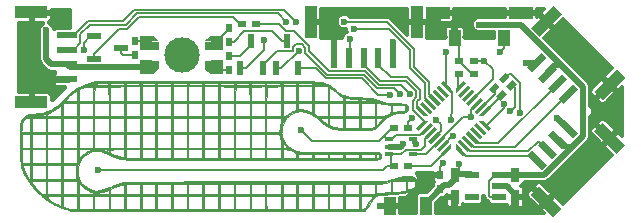
<source format=gbr>
G04 #@! TF.FileFunction,Copper,L2,Bot,Signal*
%FSLAX46Y46*%
G04 Gerber Fmt 4.6, Leading zero omitted, Abs format (unit mm)*
G04 Created by KiCad (PCBNEW 4.0.7-e2-6376~58~ubuntu14.04.1) date Wed Aug  8 16:14:33 2018*
%MOMM*%
%LPD*%
G01*
G04 APERTURE LIST*
%ADD10C,0.100000*%
%ADD11C,0.010000*%
%ADD12R,0.750000X1.200000*%
%ADD13R,0.600000X1.700000*%
%ADD14R,1.000000X2.700000*%
%ADD15C,3.000000*%
%ADD16R,1.600000X0.800000*%
%ADD17R,1.000000X1.200000*%
%ADD18R,1.700000X0.600000*%
%ADD19R,2.700000X1.000000*%
%ADD20R,1.000000X1.600000*%
%ADD21R,1.200000X0.600000*%
%ADD22R,0.600000X1.200000*%
%ADD23R,0.500000X0.800000*%
%ADD24R,0.800000X0.500000*%
%ADD25R,0.800000X0.300000*%
%ADD26R,1.000000X1.400000*%
%ADD27R,2.000000X1.000000*%
%ADD28C,0.600000*%
%ADD29C,0.500000*%
%ADD30C,0.150000*%
%ADD31C,0.200000*%
%ADD32C,0.400000*%
%ADD33C,0.300000*%
G04 APERTURE END LIST*
D10*
D11*
G36*
X174035824Y-67443092D02*
X174980998Y-67444372D01*
X175827693Y-67446429D01*
X176575528Y-67449260D01*
X177224121Y-67452865D01*
X177773088Y-67457242D01*
X178222047Y-67462390D01*
X178570616Y-67468306D01*
X178818412Y-67474990D01*
X178965052Y-67482441D01*
X178978718Y-67483665D01*
X179386739Y-67544133D01*
X179728308Y-67645161D01*
X180034997Y-67800605D01*
X180338381Y-68024321D01*
X180466409Y-68136507D01*
X180676607Y-68320163D01*
X180866988Y-68464007D01*
X181055099Y-68573727D01*
X181258487Y-68655012D01*
X181494698Y-68713548D01*
X181781279Y-68755025D01*
X182135776Y-68785130D01*
X182536800Y-68807664D01*
X182974367Y-68833397D01*
X183326090Y-68864807D01*
X183607678Y-68904482D01*
X183834840Y-68955009D01*
X184023283Y-69018978D01*
X184137000Y-69071308D01*
X184323546Y-69146643D01*
X184562355Y-69205540D01*
X184866106Y-69249923D01*
X185247480Y-69281717D01*
X185646907Y-69300446D01*
X185985238Y-69314749D01*
X186235224Y-69334478D01*
X186410120Y-69365377D01*
X186523178Y-69413190D01*
X186587655Y-69483659D01*
X186616803Y-69582529D01*
X186623878Y-69715543D01*
X186623890Y-69723797D01*
X186609240Y-69879644D01*
X186554997Y-69988235D01*
X186445721Y-70059657D01*
X186265975Y-70103995D01*
X186000318Y-70131335D01*
X185999989Y-70131358D01*
X185705299Y-70158519D01*
X185460539Y-70200618D01*
X185248540Y-70267608D01*
X185052134Y-70369441D01*
X184854153Y-70516071D01*
X184637430Y-70717450D01*
X184384796Y-70983531D01*
X184224881Y-71160434D01*
X184121522Y-71273409D01*
X184027093Y-71363711D01*
X183929065Y-71433880D01*
X183814911Y-71486454D01*
X183672100Y-71523973D01*
X183488106Y-71548975D01*
X183250400Y-71564000D01*
X182946452Y-71571586D01*
X182563735Y-71574272D01*
X182181200Y-71574600D01*
X181656267Y-71572758D01*
X181218255Y-71564277D01*
X180852507Y-71544718D01*
X180544368Y-71509644D01*
X180279180Y-71454619D01*
X180042289Y-71375204D01*
X179819038Y-71266964D01*
X179594772Y-71125460D01*
X179354834Y-70946256D01*
X179084569Y-70724914D01*
X178923065Y-70588187D01*
X178920562Y-70586259D01*
X179158600Y-70586259D01*
X179285600Y-70689803D01*
X179424344Y-70800153D01*
X179571234Y-70912724D01*
X179702914Y-71010154D01*
X179796027Y-71075080D01*
X179826621Y-71092000D01*
X179836767Y-71046274D01*
X179843203Y-70929371D01*
X179844400Y-70838000D01*
X179844400Y-70584000D01*
X179996800Y-70584000D01*
X179996800Y-70882636D01*
X180000586Y-71052091D01*
X180019583Y-71149040D01*
X180065244Y-71202507D01*
X180136500Y-71236606D01*
X180335022Y-71300352D01*
X180583661Y-71359912D01*
X180831207Y-71403606D01*
X180911200Y-71413305D01*
X181040896Y-71427579D01*
X181122580Y-71438598D01*
X181127100Y-71439470D01*
X181144285Y-71396420D01*
X181157441Y-71274530D01*
X181164525Y-71096537D01*
X181165200Y-71015800D01*
X181165200Y-70584000D01*
X181317600Y-70584000D01*
X181317600Y-70981933D01*
X181321651Y-71174139D01*
X181332386Y-71325022D01*
X181347679Y-71407455D01*
X181351466Y-71413733D01*
X181413242Y-71427524D01*
X181554218Y-71438610D01*
X181752006Y-71445690D01*
X181935666Y-71447600D01*
X182486000Y-71447600D01*
X182486000Y-70584000D01*
X182638400Y-70584000D01*
X182638400Y-70981933D01*
X182642972Y-71175135D01*
X182655084Y-71327994D01*
X182672333Y-71412878D01*
X182676500Y-71419606D01*
X182744782Y-71436392D01*
X182886328Y-71440952D01*
X183073775Y-71435084D01*
X183279758Y-71420588D01*
X183476915Y-71399265D01*
X183637881Y-71372913D01*
X183717900Y-71351121D01*
X183791007Y-71317219D01*
X183832808Y-71268522D01*
X183852025Y-71179413D01*
X183857383Y-71024271D01*
X183857600Y-70940857D01*
X183857600Y-70584000D01*
X183959200Y-70584000D01*
X183963366Y-71219000D01*
X184168789Y-70991714D01*
X184288287Y-70853544D01*
X184383077Y-70733285D01*
X184422493Y-70674214D01*
X184440396Y-70621016D01*
X184406724Y-70594089D01*
X184301547Y-70584767D01*
X184214987Y-70584000D01*
X183959200Y-70584000D01*
X183857600Y-70584000D01*
X182638400Y-70584000D01*
X182486000Y-70584000D01*
X181317600Y-70584000D01*
X181165200Y-70584000D01*
X179996800Y-70584000D01*
X179844400Y-70584000D01*
X179501500Y-70585129D01*
X179158600Y-70586259D01*
X178920562Y-70586259D01*
X178717682Y-70430020D01*
X178485656Y-70276307D01*
X178276042Y-70159465D01*
X178269600Y-70156387D01*
X177917563Y-70035972D01*
X177549425Y-69992677D01*
X177193471Y-70027465D01*
X176938825Y-70111088D01*
X176619070Y-70311150D01*
X176347873Y-70588193D01*
X176136708Y-70924608D01*
X175997048Y-71302785D01*
X175943468Y-71638626D01*
X175934870Y-71845030D01*
X175947658Y-71996731D01*
X175990870Y-72139874D01*
X176073545Y-72320604D01*
X176079385Y-72332487D01*
X176269451Y-72636131D01*
X176520191Y-72917135D01*
X176805364Y-73150688D01*
X177098732Y-73311978D01*
X177126748Y-73322892D01*
X177185052Y-73343798D01*
X177245122Y-73361756D01*
X177314743Y-73376990D01*
X177401700Y-73389723D01*
X177513779Y-73400180D01*
X177658765Y-73408584D01*
X177844444Y-73415159D01*
X178078600Y-73420130D01*
X178369021Y-73423720D01*
X178723490Y-73426154D01*
X179149793Y-73427654D01*
X179655715Y-73428446D01*
X180249043Y-73428753D01*
X180808625Y-73428800D01*
X184207438Y-73428799D01*
X184286519Y-73541703D01*
X184356684Y-73717541D01*
X184347237Y-73903398D01*
X184293496Y-74015990D01*
X184283550Y-74027467D01*
X184268434Y-74038026D01*
X184244018Y-74047711D01*
X184206170Y-74056568D01*
X184150759Y-74064640D01*
X184073654Y-74071974D01*
X183970724Y-74078613D01*
X183837839Y-74084602D01*
X183670866Y-74089986D01*
X183465676Y-74094809D01*
X183218137Y-74099117D01*
X182924117Y-74102954D01*
X182579487Y-74106365D01*
X182180114Y-74109395D01*
X181721868Y-74112087D01*
X181200618Y-74114488D01*
X180612232Y-74116641D01*
X179952580Y-74118592D01*
X179217531Y-74120385D01*
X178402954Y-74122064D01*
X177504716Y-74123676D01*
X176518689Y-74125263D01*
X175440740Y-74126872D01*
X174266738Y-74128546D01*
X173841396Y-74129143D01*
X172541069Y-74130707D01*
X171312874Y-74131660D01*
X170158959Y-74132010D01*
X169081470Y-74131763D01*
X168082552Y-74130926D01*
X167164352Y-74129506D01*
X166329015Y-74127511D01*
X165578687Y-74124947D01*
X164915515Y-74121822D01*
X164341644Y-74118141D01*
X163859220Y-74113914D01*
X163470389Y-74109145D01*
X163177298Y-74103843D01*
X162982092Y-74098015D01*
X162902600Y-74093428D01*
X162591256Y-74058134D01*
X162314712Y-74007612D01*
X162045855Y-73933755D01*
X161757571Y-73828460D01*
X161422747Y-73683622D01*
X161226200Y-73592328D01*
X160992006Y-73484600D01*
X160817965Y-73414931D01*
X160673757Y-73375156D01*
X160529060Y-73357107D01*
X160353552Y-73352618D01*
X160336131Y-73352600D01*
X160110752Y-73359615D01*
X159936078Y-73388445D01*
X159761719Y-73450765D01*
X159614364Y-73519833D01*
X159260820Y-73745924D01*
X158985481Y-74034670D01*
X158792828Y-74379476D01*
X158687341Y-74773743D01*
X158672978Y-74905808D01*
X158687053Y-75319548D01*
X158793571Y-75691764D01*
X158993054Y-76023491D01*
X159286024Y-76315763D01*
X159443811Y-76431544D01*
X159717498Y-76588405D01*
X159989509Y-76682833D01*
X160274955Y-76714370D01*
X160588948Y-76682558D01*
X160925658Y-76592538D01*
X161404000Y-76592538D01*
X161404000Y-77035600D01*
X162623200Y-77035600D01*
X162623200Y-76159014D01*
X162414948Y-76192315D01*
X162269799Y-76229593D01*
X162071077Y-76298689D01*
X161856237Y-76386283D01*
X161805348Y-76409077D01*
X161404000Y-76592538D01*
X160925658Y-76592538D01*
X160946601Y-76586939D01*
X161363025Y-76427057D01*
X161495135Y-76369409D01*
X161751261Y-76258956D01*
X162003093Y-76156842D01*
X162097657Y-76121200D01*
X162775600Y-76121200D01*
X162775600Y-77035600D01*
X163944000Y-77035600D01*
X163944000Y-76121200D01*
X164096400Y-76121200D01*
X164096400Y-77035600D01*
X165264800Y-77035600D01*
X165264800Y-76121200D01*
X165417200Y-76121200D01*
X165417200Y-77035600D01*
X166585600Y-77035600D01*
X166585600Y-76121200D01*
X166738000Y-76121200D01*
X166738000Y-77035600D01*
X167906400Y-77035600D01*
X167906400Y-76121200D01*
X168058800Y-76121200D01*
X168058800Y-77035600D01*
X169227200Y-77035600D01*
X169227200Y-76121200D01*
X169379600Y-76121200D01*
X169379600Y-77035600D01*
X170548000Y-77035600D01*
X170548000Y-76121200D01*
X170700400Y-76121200D01*
X170700400Y-77035600D01*
X171919600Y-77035600D01*
X171919600Y-76121200D01*
X172021200Y-76121200D01*
X172021200Y-77035600D01*
X173240400Y-77035600D01*
X173240400Y-76121200D01*
X173342000Y-76121200D01*
X173342000Y-77035600D01*
X174561200Y-77035600D01*
X174561200Y-76121200D01*
X174662800Y-76121200D01*
X174662800Y-77035600D01*
X175882000Y-77035600D01*
X175882000Y-76121200D01*
X176034400Y-76121200D01*
X176034400Y-77035600D01*
X177202800Y-77035600D01*
X177202800Y-76121200D01*
X177355200Y-76121200D01*
X177355200Y-77035600D01*
X178523600Y-77035600D01*
X178523600Y-76121200D01*
X178676000Y-76121200D01*
X178676000Y-77035600D01*
X179844400Y-77035600D01*
X179844400Y-76121200D01*
X179996800Y-76121200D01*
X179996800Y-77035600D01*
X181165200Y-77035600D01*
X181165200Y-76121200D01*
X181317600Y-76121200D01*
X181317600Y-77035600D01*
X182486000Y-77035600D01*
X182486000Y-76121200D01*
X182638400Y-76121200D01*
X182638400Y-77035600D01*
X183857600Y-77035600D01*
X183857600Y-76121200D01*
X183959200Y-76121200D01*
X183959200Y-76942086D01*
X184302100Y-76911125D01*
X184531525Y-76889851D01*
X184767421Y-76867109D01*
X184911700Y-76852627D01*
X185001797Y-76843324D01*
X185276042Y-76843324D01*
X185671721Y-76807422D01*
X185894597Y-76785170D01*
X186106756Y-76760583D01*
X186264178Y-76738784D01*
X186270600Y-76737731D01*
X186473800Y-76703941D01*
X186488580Y-76283940D01*
X186503246Y-75867200D01*
X186600800Y-75867200D01*
X186600800Y-76641900D01*
X186757475Y-76610564D01*
X186911891Y-76557347D01*
X187062153Y-76473842D01*
X187205917Y-76317146D01*
X187256267Y-76123234D01*
X187240339Y-75994200D01*
X187214184Y-75923336D01*
X187163494Y-75885249D01*
X187061709Y-75869892D01*
X186904632Y-75867200D01*
X186600800Y-75867200D01*
X186503246Y-75867200D01*
X186503361Y-75863939D01*
X185904380Y-75878269D01*
X185305400Y-75892600D01*
X185276042Y-76843324D01*
X185001797Y-76843324D01*
X185178400Y-76825089D01*
X185178400Y-75929615D01*
X184813535Y-76025407D01*
X184591481Y-76074546D01*
X184368707Y-76109101D01*
X184203935Y-76121200D01*
X183959200Y-76121200D01*
X183857600Y-76121200D01*
X182638400Y-76121200D01*
X182486000Y-76121200D01*
X181317600Y-76121200D01*
X181165200Y-76121200D01*
X179996800Y-76121200D01*
X179844400Y-76121200D01*
X178676000Y-76121200D01*
X178523600Y-76121200D01*
X177355200Y-76121200D01*
X177202800Y-76121200D01*
X176034400Y-76121200D01*
X175882000Y-76121200D01*
X174662800Y-76121200D01*
X174561200Y-76121200D01*
X173342000Y-76121200D01*
X173240400Y-76121200D01*
X172021200Y-76121200D01*
X171919600Y-76121200D01*
X170700400Y-76121200D01*
X170548000Y-76121200D01*
X169379600Y-76121200D01*
X169227200Y-76121200D01*
X168058800Y-76121200D01*
X167906400Y-76121200D01*
X166738000Y-76121200D01*
X166585600Y-76121200D01*
X165417200Y-76121200D01*
X165264800Y-76121200D01*
X164096400Y-76121200D01*
X163944000Y-76121200D01*
X162775600Y-76121200D01*
X162097657Y-76121200D01*
X162220869Y-76074761D01*
X162369200Y-76025966D01*
X162409601Y-76017012D01*
X162467170Y-76008703D01*
X162545868Y-76001002D01*
X162649659Y-75993872D01*
X162782507Y-75987277D01*
X162948373Y-75981179D01*
X163151221Y-75975542D01*
X163395014Y-75970328D01*
X163683715Y-75965501D01*
X164021287Y-75961023D01*
X164411693Y-75956858D01*
X164858895Y-75952969D01*
X165366858Y-75949318D01*
X165939543Y-75945870D01*
X166580914Y-75942586D01*
X167294934Y-75939430D01*
X168085565Y-75936366D01*
X168956772Y-75933355D01*
X169912516Y-75930361D01*
X170956761Y-75927348D01*
X172093469Y-75924278D01*
X173326605Y-75921114D01*
X173723000Y-75920124D01*
X184797400Y-75892600D01*
X185361815Y-75705620D01*
X185423433Y-75687041D01*
X185992678Y-75687041D01*
X186026492Y-75701141D01*
X186151451Y-75708516D01*
X186207100Y-75709736D01*
X186367396Y-75704464D01*
X186472480Y-75685189D01*
X186499200Y-75664000D01*
X186482119Y-75651300D01*
X186614595Y-75651300D01*
X186634130Y-75692091D01*
X186736859Y-75711064D01*
X186837866Y-75713255D01*
X186980379Y-75706060D01*
X187025845Y-75686167D01*
X187005538Y-75666108D01*
X186883075Y-75619882D01*
X186750605Y-75604384D01*
X186647580Y-75621108D01*
X186614595Y-75651300D01*
X186482119Y-75651300D01*
X186454947Y-75631098D01*
X186343774Y-75619703D01*
X186198059Y-75629816D01*
X186050178Y-75661437D01*
X186042000Y-75664000D01*
X185992678Y-75687041D01*
X185423433Y-75687041D01*
X185856089Y-75556589D01*
X186271657Y-75464472D01*
X186614151Y-75429530D01*
X186889202Y-75452020D01*
X187102440Y-75532202D01*
X187259497Y-75670335D01*
X187336579Y-75796445D01*
X187410681Y-76049202D01*
X187388274Y-76280950D01*
X187273541Y-76484249D01*
X187070661Y-76651663D01*
X186786538Y-76774920D01*
X186630979Y-76820955D01*
X186487254Y-76857935D01*
X186338258Y-76888221D01*
X186166883Y-76914174D01*
X185956025Y-76938155D01*
X185688576Y-76962526D01*
X185347432Y-76989648D01*
X185091948Y-77008841D01*
X184676804Y-77043175D01*
X184358060Y-77077594D01*
X184130517Y-77112801D01*
X183988977Y-77149497D01*
X183960646Y-77161851D01*
X183813953Y-77271158D01*
X183652221Y-77457994D01*
X183469869Y-77729526D01*
X183323242Y-77980485D01*
X183217851Y-78152444D01*
X183113557Y-78295667D01*
X183032752Y-78379436D01*
X183032057Y-78379927D01*
X183012513Y-78388349D01*
X182976371Y-78396145D01*
X182919925Y-78403338D01*
X182839468Y-78409948D01*
X182731293Y-78415999D01*
X182591693Y-78421513D01*
X182416962Y-78426511D01*
X182203392Y-78431015D01*
X181947277Y-78435047D01*
X181644909Y-78438631D01*
X181292583Y-78441786D01*
X180886591Y-78444536D01*
X180423226Y-78446903D01*
X179898781Y-78448908D01*
X179309550Y-78450574D01*
X178651826Y-78451923D01*
X177921901Y-78452976D01*
X177116070Y-78453756D01*
X176230624Y-78454284D01*
X175261858Y-78454584D01*
X174206065Y-78454676D01*
X173059537Y-78454583D01*
X171818568Y-78454327D01*
X170574796Y-78453961D01*
X169211195Y-78453430D01*
X167945725Y-78452748D01*
X166774917Y-78451896D01*
X165695302Y-78450853D01*
X164703411Y-78449602D01*
X163795775Y-78448122D01*
X162968925Y-78446393D01*
X162219392Y-78444395D01*
X161543706Y-78442111D01*
X160938400Y-78439518D01*
X160400003Y-78436599D01*
X159925048Y-78433333D01*
X159510064Y-78429701D01*
X159151584Y-78425684D01*
X158846137Y-78421261D01*
X158590256Y-78416413D01*
X158380470Y-78411121D01*
X158213311Y-78405365D01*
X158085311Y-78399125D01*
X157992999Y-78392382D01*
X157932907Y-78385116D01*
X157919104Y-78382503D01*
X157343566Y-78209936D01*
X156767786Y-77948307D01*
X156205592Y-77609173D01*
X155776705Y-77284304D01*
X156120800Y-77284304D01*
X156165382Y-77373764D01*
X156288878Y-77485062D01*
X156362528Y-77535725D01*
X156518867Y-77630663D01*
X156704064Y-77735251D01*
X156894172Y-77836973D01*
X157065244Y-77923311D01*
X157193332Y-77981750D01*
X157251100Y-78000156D01*
X157268790Y-77953688D01*
X157282113Y-77829629D01*
X157288816Y-77651966D01*
X157289200Y-77594400D01*
X157289200Y-77188000D01*
X157441600Y-77188000D01*
X157441600Y-78091117D01*
X157759100Y-78172286D01*
X158011022Y-78233872D01*
X158194814Y-78270525D01*
X158339551Y-78286857D01*
X158474312Y-78287479D01*
X158483000Y-78287104D01*
X158635400Y-78280200D01*
X158649818Y-77734100D01*
X158664237Y-77188000D01*
X158762400Y-77188000D01*
X158762400Y-78305600D01*
X159981600Y-78305600D01*
X159981600Y-77188000D01*
X160083200Y-77188000D01*
X160083200Y-78305600D01*
X161302400Y-78305600D01*
X161302400Y-77188000D01*
X161404000Y-77188000D01*
X161404000Y-77712933D01*
X161407092Y-77934539D01*
X161415439Y-78116878D01*
X161427646Y-78236940D01*
X161437866Y-78271733D01*
X161499406Y-78285238D01*
X161640722Y-78296185D01*
X161840001Y-78303363D01*
X162047466Y-78305600D01*
X162623200Y-78305600D01*
X162623200Y-77188000D01*
X162775600Y-77188000D01*
X162775600Y-78305600D01*
X163944000Y-78305600D01*
X163944000Y-77188000D01*
X164096400Y-77188000D01*
X164096400Y-78305600D01*
X165264800Y-78305600D01*
X165264800Y-77188000D01*
X165417200Y-77188000D01*
X165417200Y-78305600D01*
X166585600Y-78305600D01*
X166585600Y-77188000D01*
X166738000Y-77188000D01*
X166738000Y-78305600D01*
X167906400Y-78305600D01*
X167906400Y-77188000D01*
X168058800Y-77188000D01*
X168058800Y-78305600D01*
X169227200Y-78305600D01*
X169227200Y-77188000D01*
X169379600Y-77188000D01*
X169379600Y-78305600D01*
X170548000Y-78305600D01*
X170548000Y-77188000D01*
X170700400Y-77188000D01*
X170700400Y-78305600D01*
X171919600Y-78305600D01*
X171919600Y-77188000D01*
X172021200Y-77188000D01*
X172021200Y-78305600D01*
X173240400Y-78305600D01*
X173240400Y-77188000D01*
X173342000Y-77188000D01*
X173342000Y-77712933D01*
X173345092Y-77934539D01*
X173353439Y-78116878D01*
X173365646Y-78236940D01*
X173375866Y-78271733D01*
X173437406Y-78285238D01*
X173578722Y-78296185D01*
X173778001Y-78303363D01*
X173985466Y-78305600D01*
X174561200Y-78305600D01*
X174561200Y-77188000D01*
X174662800Y-77188000D01*
X174662800Y-77712933D01*
X174665892Y-77934539D01*
X174674239Y-78116878D01*
X174686446Y-78236940D01*
X174696666Y-78271733D01*
X174758206Y-78285238D01*
X174899522Y-78296185D01*
X175098801Y-78303363D01*
X175306266Y-78305600D01*
X175882000Y-78305600D01*
X175882000Y-77188000D01*
X176034400Y-77188000D01*
X176034400Y-78305600D01*
X177202800Y-78305600D01*
X177202800Y-77188000D01*
X177355200Y-77188000D01*
X177355200Y-78305600D01*
X178523600Y-78305600D01*
X178523600Y-77188000D01*
X178676000Y-77188000D01*
X178676000Y-78305600D01*
X179844400Y-78305600D01*
X179844400Y-77188000D01*
X179996800Y-77188000D01*
X179996800Y-78305600D01*
X181165200Y-78305600D01*
X181165200Y-77188000D01*
X181317600Y-77188000D01*
X181317600Y-78305600D01*
X182486000Y-78305600D01*
X182486000Y-77188000D01*
X182638400Y-77188000D01*
X182638400Y-77746800D01*
X182639176Y-77990799D01*
X182643999Y-78150879D01*
X182656606Y-78244722D01*
X182680735Y-78290007D01*
X182720125Y-78304416D01*
X182756544Y-78305600D01*
X182875885Y-78269517D01*
X182980451Y-78191300D01*
X183058521Y-78090145D01*
X183163056Y-77933091D01*
X183271920Y-77753458D01*
X183275750Y-77746800D01*
X183383995Y-77567034D01*
X183488230Y-77408583D01*
X183566520Y-77304734D01*
X183568699Y-77302300D01*
X183672110Y-77188000D01*
X182638400Y-77188000D01*
X182486000Y-77188000D01*
X181317600Y-77188000D01*
X181165200Y-77188000D01*
X179996800Y-77188000D01*
X179844400Y-77188000D01*
X178676000Y-77188000D01*
X178523600Y-77188000D01*
X177355200Y-77188000D01*
X177202800Y-77188000D01*
X176034400Y-77188000D01*
X175882000Y-77188000D01*
X174662800Y-77188000D01*
X174561200Y-77188000D01*
X173342000Y-77188000D01*
X173240400Y-77188000D01*
X172021200Y-77188000D01*
X171919600Y-77188000D01*
X170700400Y-77188000D01*
X170548000Y-77188000D01*
X169379600Y-77188000D01*
X169227200Y-77188000D01*
X168058800Y-77188000D01*
X167906400Y-77188000D01*
X166738000Y-77188000D01*
X166585600Y-77188000D01*
X165417200Y-77188000D01*
X165264800Y-77188000D01*
X164096400Y-77188000D01*
X163944000Y-77188000D01*
X162775600Y-77188000D01*
X162623200Y-77188000D01*
X161404000Y-77188000D01*
X161302400Y-77188000D01*
X160083200Y-77188000D01*
X159981600Y-77188000D01*
X158762400Y-77188000D01*
X158664237Y-77188000D01*
X157441600Y-77188000D01*
X157289200Y-77188000D01*
X156705000Y-77188000D01*
X156453555Y-77189223D01*
X156286604Y-77194773D01*
X156187050Y-77207467D01*
X156137798Y-77230124D01*
X156121751Y-77265561D01*
X156120800Y-77284304D01*
X155776705Y-77284304D01*
X155683098Y-77213400D01*
X155917600Y-77213400D01*
X155943000Y-77238800D01*
X155968400Y-77213400D01*
X155943000Y-77188000D01*
X155917600Y-77213400D01*
X155683098Y-77213400D01*
X155670811Y-77204093D01*
X155177272Y-76744625D01*
X154738802Y-76242328D01*
X154562388Y-75987630D01*
X154800000Y-75987630D01*
X154836731Y-76087353D01*
X154948130Y-76245093D01*
X155136003Y-76463268D01*
X155236573Y-76571830D01*
X155430569Y-76773413D01*
X155573358Y-76909009D01*
X155679435Y-76990125D01*
X155763297Y-77028269D01*
X155820773Y-77035600D01*
X155968400Y-77035600D01*
X155968400Y-75867200D01*
X156120800Y-75867200D01*
X156120800Y-77035600D01*
X157289200Y-77035600D01*
X157289200Y-75867200D01*
X157441600Y-75867200D01*
X157441600Y-77035600D01*
X158660800Y-77035600D01*
X158762400Y-77035600D01*
X159372000Y-77035600D01*
X159629329Y-77034603D01*
X159801900Y-77029741D01*
X159906550Y-77018210D01*
X159960116Y-76997202D01*
X159977775Y-76966767D01*
X160083200Y-76966767D01*
X160104556Y-76997055D01*
X160177948Y-77017460D01*
X160317359Y-77029561D01*
X160536773Y-77034937D01*
X160692800Y-77035600D01*
X161302400Y-77035600D01*
X161302400Y-76638961D01*
X161037720Y-76739531D01*
X160838744Y-76798709D01*
X160599233Y-76847253D01*
X160428120Y-76869018D01*
X160224280Y-76893885D01*
X160112594Y-76927811D01*
X160083200Y-76966767D01*
X159977775Y-76966767D01*
X159979433Y-76963911D01*
X159981600Y-76934000D01*
X159953211Y-76851585D01*
X159913513Y-76832400D01*
X159789327Y-76801648D01*
X159614882Y-76720047D01*
X159416445Y-76603577D01*
X159220283Y-76468219D01*
X159052664Y-76329953D01*
X158997088Y-76274854D01*
X158762400Y-76023952D01*
X158762400Y-77035600D01*
X158660800Y-77035600D01*
X158660800Y-75867200D01*
X157441600Y-75867200D01*
X157289200Y-75867200D01*
X156120800Y-75867200D01*
X155968400Y-75867200D01*
X155384200Y-75867200D01*
X155133729Y-75867856D01*
X154967562Y-75872202D01*
X154868402Y-75883803D01*
X154818952Y-75906225D01*
X154801915Y-75943033D01*
X154800000Y-75987630D01*
X154562388Y-75987630D01*
X154369231Y-75708760D01*
X154096155Y-75187077D01*
X154022563Y-75014936D01*
X153963182Y-74858072D01*
X153916295Y-74702694D01*
X153882637Y-74546400D01*
X154046189Y-74546400D01*
X154095128Y-74723641D01*
X154152724Y-74895725D01*
X154234222Y-75093596D01*
X154328493Y-75295311D01*
X154424407Y-75478927D01*
X154510838Y-75622502D01*
X154576654Y-75704094D01*
X154597832Y-75714800D01*
X154619349Y-75666445D01*
X154635586Y-75531003D01*
X154645314Y-75322906D01*
X154647600Y-75130600D01*
X154647600Y-74546400D01*
X154800000Y-74546400D01*
X154800000Y-75714800D01*
X155968400Y-75714800D01*
X155968400Y-74546400D01*
X156120800Y-74546400D01*
X156120800Y-75714800D01*
X157289200Y-75714800D01*
X157289200Y-74546400D01*
X157441600Y-74546400D01*
X157441600Y-75714800D01*
X158616846Y-75714800D01*
X158575323Y-75600500D01*
X158556803Y-75499880D01*
X158542539Y-75327889D01*
X158534677Y-75114732D01*
X158533800Y-75016255D01*
X158533800Y-74546310D01*
X157441600Y-74546400D01*
X157289200Y-74546400D01*
X156120800Y-74546400D01*
X155968400Y-74546400D01*
X154800000Y-74546400D01*
X154647600Y-74546400D01*
X154046189Y-74546400D01*
X153882637Y-74546400D01*
X153880184Y-74535014D01*
X153853133Y-74341239D01*
X153833424Y-74107580D01*
X153819340Y-73820246D01*
X153809164Y-73465446D01*
X153804772Y-73225600D01*
X153936400Y-73225600D01*
X153936761Y-73466900D01*
X153942080Y-73651035D01*
X153955479Y-73879118D01*
X153969507Y-74051100D01*
X154001891Y-74394000D01*
X154647600Y-74394000D01*
X154647600Y-73225600D01*
X154800000Y-73225600D01*
X154800000Y-74394000D01*
X155968400Y-74394000D01*
X155968400Y-73225600D01*
X156120800Y-73225600D01*
X156120800Y-74394000D01*
X157289200Y-74394000D01*
X157289200Y-73225600D01*
X157441600Y-73225600D01*
X157441600Y-74394000D01*
X158020364Y-74394000D01*
X158277771Y-74391798D01*
X158450727Y-74383694D01*
X158556313Y-74367434D01*
X158611613Y-74340767D01*
X158629964Y-74313645D01*
X158643172Y-74230363D01*
X158653553Y-74071920D01*
X158659711Y-73864744D01*
X158660800Y-73729445D01*
X158660800Y-73225600D01*
X158762400Y-73225600D01*
X158762400Y-74034047D01*
X158997088Y-73783145D01*
X159180209Y-73617085D01*
X159399724Y-73458966D01*
X159538602Y-73378922D01*
X159840095Y-73228264D01*
X160819800Y-73228264D01*
X161023000Y-73324420D01*
X161176507Y-73393955D01*
X161260290Y-73417821D01*
X161295278Y-73396227D01*
X161300587Y-73346379D01*
X161404000Y-73346379D01*
X161431899Y-73465573D01*
X161474561Y-73525720D01*
X161571652Y-73581349D01*
X161736406Y-73652858D01*
X161938445Y-73729475D01*
X162147390Y-73800427D01*
X162332864Y-73854939D01*
X162464487Y-73882240D01*
X162483500Y-73883530D01*
X162558539Y-73880513D01*
X162600329Y-73852887D01*
X162618601Y-73777822D01*
X162623086Y-73632489D01*
X162623200Y-73555800D01*
X162623200Y-73225600D01*
X162775600Y-73225600D01*
X162775600Y-73936800D01*
X163944000Y-73936800D01*
X163944000Y-73225600D01*
X164096400Y-73225600D01*
X164096400Y-73936800D01*
X165264800Y-73936800D01*
X165264800Y-73225600D01*
X165417200Y-73225600D01*
X165417200Y-73936800D01*
X166585600Y-73936800D01*
X166585600Y-73225600D01*
X166738000Y-73225600D01*
X166738000Y-73936800D01*
X167906400Y-73936800D01*
X167906400Y-73225600D01*
X168058800Y-73225600D01*
X168058800Y-73936800D01*
X169227200Y-73936800D01*
X169227200Y-73225600D01*
X169379600Y-73225600D01*
X169379600Y-73936800D01*
X170548000Y-73936800D01*
X170548000Y-73225600D01*
X170700400Y-73225600D01*
X170700400Y-73936800D01*
X171919600Y-73936800D01*
X171919600Y-73225600D01*
X172021200Y-73225600D01*
X172021200Y-73936800D01*
X173240400Y-73936800D01*
X173240400Y-73225600D01*
X173342000Y-73225600D01*
X173342000Y-73936800D01*
X174561200Y-73936800D01*
X174561200Y-73225600D01*
X174662800Y-73225600D01*
X174662800Y-73936800D01*
X175882000Y-73936800D01*
X175882000Y-73225600D01*
X176034400Y-73225600D01*
X176034400Y-73936800D01*
X177202800Y-73936800D01*
X177202800Y-73742077D01*
X177197527Y-73636653D01*
X177175441Y-73581200D01*
X177355200Y-73581200D01*
X177355200Y-73936800D01*
X178523600Y-73936800D01*
X178523600Y-73581200D01*
X178676000Y-73581200D01*
X178676000Y-73936800D01*
X179844400Y-73936800D01*
X179844400Y-73581200D01*
X179996800Y-73581200D01*
X179996800Y-73936800D01*
X181165200Y-73936800D01*
X181165200Y-73581200D01*
X181317600Y-73581200D01*
X181317600Y-73936800D01*
X182486000Y-73936800D01*
X182486000Y-73581200D01*
X182638400Y-73581200D01*
X182638400Y-73936800D01*
X183857600Y-73936800D01*
X183857600Y-73759000D01*
X183959200Y-73759000D01*
X183970907Y-73882048D01*
X184015741Y-73931473D01*
X184057801Y-73936800D01*
X184156006Y-73912071D01*
X184189584Y-73883112D01*
X184209382Y-73777741D01*
X184173305Y-73665728D01*
X184100223Y-73590981D01*
X184059832Y-73581200D01*
X183990386Y-73601468D01*
X183962403Y-73680109D01*
X183959200Y-73759000D01*
X183857600Y-73759000D01*
X183857600Y-73581200D01*
X182638400Y-73581200D01*
X182486000Y-73581200D01*
X181317600Y-73581200D01*
X181165200Y-73581200D01*
X179996800Y-73581200D01*
X179844400Y-73581200D01*
X178676000Y-73581200D01*
X178523600Y-73581200D01*
X177355200Y-73581200D01*
X177175441Y-73581200D01*
X177168312Y-73563301D01*
X177095056Y-73499107D01*
X176957660Y-73421162D01*
X176890864Y-73386477D01*
X176660944Y-73283581D01*
X176460233Y-73234675D01*
X176306664Y-73225600D01*
X176034400Y-73225600D01*
X175882000Y-73225600D01*
X174662800Y-73225600D01*
X174561200Y-73225600D01*
X173342000Y-73225600D01*
X173240400Y-73225600D01*
X172021200Y-73225600D01*
X171919600Y-73225600D01*
X170700400Y-73225600D01*
X170548000Y-73225600D01*
X169379600Y-73225600D01*
X169227200Y-73225600D01*
X168058800Y-73225600D01*
X167906400Y-73225600D01*
X166738000Y-73225600D01*
X166585600Y-73225600D01*
X165417200Y-73225600D01*
X165264800Y-73225600D01*
X164096400Y-73225600D01*
X163944000Y-73225600D01*
X162775600Y-73225600D01*
X162623200Y-73225600D01*
X162013600Y-73225600D01*
X161756776Y-73226185D01*
X161584620Y-73230179D01*
X161480197Y-73240936D01*
X161426575Y-73261810D01*
X161406820Y-73296158D01*
X161404000Y-73346379D01*
X161300587Y-73346379D01*
X161302398Y-73329380D01*
X161302400Y-73327200D01*
X161288462Y-73265145D01*
X161229683Y-73235243D01*
X161100617Y-73226921D01*
X161061100Y-73226932D01*
X160819800Y-73228264D01*
X159840095Y-73228264D01*
X159845427Y-73225600D01*
X158762400Y-73225600D01*
X158660800Y-73225600D01*
X157441600Y-73225600D01*
X157289200Y-73225600D01*
X156120800Y-73225600D01*
X155968400Y-73225600D01*
X154800000Y-73225600D01*
X154647600Y-73225600D01*
X153936400Y-73225600D01*
X153804772Y-73225600D01*
X153801179Y-73029390D01*
X153797657Y-72789724D01*
X153791722Y-72304485D01*
X153789683Y-71909056D01*
X153789722Y-71904800D01*
X153936400Y-71904800D01*
X153936400Y-73073200D01*
X154647600Y-73073200D01*
X154647600Y-71904800D01*
X154800000Y-71904800D01*
X154800000Y-73073200D01*
X155968400Y-73073200D01*
X155968400Y-71904800D01*
X156120800Y-71904800D01*
X156120800Y-73073200D01*
X157289200Y-73073200D01*
X157289200Y-71904800D01*
X157441600Y-71904800D01*
X157441600Y-73073200D01*
X158660800Y-73073200D01*
X158660800Y-71904800D01*
X158762400Y-71904800D01*
X158762400Y-73073200D01*
X159981600Y-73073200D01*
X159981600Y-71904800D01*
X160083200Y-71904800D01*
X160083200Y-73073200D01*
X161302400Y-73073200D01*
X161302400Y-71904800D01*
X161404000Y-71904800D01*
X161404000Y-73073200D01*
X162623200Y-73073200D01*
X162623200Y-71904800D01*
X162775600Y-71904800D01*
X162775600Y-73073200D01*
X163944000Y-73073200D01*
X163944000Y-71904800D01*
X164096400Y-71904800D01*
X164096400Y-73073200D01*
X165264800Y-73073200D01*
X165264800Y-71904800D01*
X165417200Y-71904800D01*
X165417200Y-73073200D01*
X166585600Y-73073200D01*
X166585600Y-71904800D01*
X166738000Y-71904800D01*
X166738000Y-73073200D01*
X167906400Y-73073200D01*
X167906400Y-71904800D01*
X168058800Y-71904800D01*
X168058800Y-73073200D01*
X169227200Y-73073200D01*
X169227200Y-71904800D01*
X169379600Y-71904800D01*
X169379600Y-73073200D01*
X170548000Y-73073200D01*
X170548000Y-71904800D01*
X170700400Y-71904800D01*
X170700400Y-73073200D01*
X171919600Y-73073200D01*
X171919600Y-71904800D01*
X172021200Y-71904800D01*
X172021200Y-73073200D01*
X173240400Y-73073200D01*
X173240400Y-71904800D01*
X173342000Y-71904800D01*
X173342000Y-73073200D01*
X174561200Y-73073200D01*
X174561200Y-71904800D01*
X174662800Y-71904800D01*
X174662800Y-73073200D01*
X175882000Y-73073200D01*
X175882000Y-72836133D01*
X176034400Y-72836133D01*
X176034400Y-73073200D01*
X176398537Y-73073200D01*
X176232069Y-72857300D01*
X176136361Y-72733010D01*
X176069054Y-72645304D01*
X176050001Y-72620233D01*
X176040909Y-72652611D01*
X176035286Y-72758743D01*
X176034400Y-72836133D01*
X175882000Y-72836133D01*
X175882000Y-72718329D01*
X175872691Y-72496163D01*
X175848501Y-72277115D01*
X175820663Y-72134129D01*
X175759327Y-71904800D01*
X174662800Y-71904800D01*
X174561200Y-71904800D01*
X173342000Y-71904800D01*
X173240400Y-71904800D01*
X172021200Y-71904800D01*
X171919600Y-71904800D01*
X170700400Y-71904800D01*
X170548000Y-71904800D01*
X169379600Y-71904800D01*
X169227200Y-71904800D01*
X168058800Y-71904800D01*
X167906400Y-71904800D01*
X166738000Y-71904800D01*
X166585600Y-71904800D01*
X165417200Y-71904800D01*
X165264800Y-71904800D01*
X164096400Y-71904800D01*
X163944000Y-71904800D01*
X162775600Y-71904800D01*
X162623200Y-71904800D01*
X161404000Y-71904800D01*
X161302400Y-71904800D01*
X160083200Y-71904800D01*
X159981600Y-71904800D01*
X158762400Y-71904800D01*
X158660800Y-71904800D01*
X157441600Y-71904800D01*
X157289200Y-71904800D01*
X156120800Y-71904800D01*
X155968400Y-71904800D01*
X154800000Y-71904800D01*
X154647600Y-71904800D01*
X153936400Y-71904800D01*
X153789722Y-71904800D01*
X153791143Y-71752400D01*
X153923038Y-71752400D01*
X154647600Y-71752400D01*
X154647600Y-70584000D01*
X154800000Y-70584000D01*
X154800000Y-71752400D01*
X155968400Y-71752400D01*
X155968400Y-70584000D01*
X156120800Y-70584000D01*
X156120800Y-71752400D01*
X157289200Y-71752400D01*
X157289200Y-70584000D01*
X157441600Y-70584000D01*
X157441600Y-71752400D01*
X158660800Y-71752400D01*
X158660800Y-70584000D01*
X158762400Y-70584000D01*
X158762400Y-71752400D01*
X159981600Y-71752400D01*
X159981600Y-70584000D01*
X160083200Y-70584000D01*
X160083200Y-71752400D01*
X161302400Y-71752400D01*
X161302400Y-70584000D01*
X161404000Y-70584000D01*
X161404000Y-71752400D01*
X162623200Y-71752400D01*
X162623200Y-70584000D01*
X162775600Y-70584000D01*
X162775600Y-71752400D01*
X163944000Y-71752400D01*
X163944000Y-70584000D01*
X164096400Y-70584000D01*
X164096400Y-71752400D01*
X165264800Y-71752400D01*
X165264800Y-70584000D01*
X165417200Y-70584000D01*
X165417200Y-71752400D01*
X166585600Y-71752400D01*
X166585600Y-70584000D01*
X166738000Y-70584000D01*
X166738000Y-71752400D01*
X167906400Y-71752400D01*
X167906400Y-70584000D01*
X168058800Y-70584000D01*
X168058800Y-71752400D01*
X169227200Y-71752400D01*
X169227200Y-70584000D01*
X169379600Y-70584000D01*
X169379600Y-71752400D01*
X170548000Y-71752400D01*
X170548000Y-70584000D01*
X170700400Y-70584000D01*
X170700400Y-71752400D01*
X171919600Y-71752400D01*
X171919600Y-70584000D01*
X172021200Y-70584000D01*
X172021200Y-71752400D01*
X173240400Y-71752400D01*
X173240400Y-70584000D01*
X173342000Y-70584000D01*
X173342000Y-71752400D01*
X174561200Y-71752400D01*
X174561200Y-70584000D01*
X174662800Y-70584000D01*
X174662800Y-71752400D01*
X175718576Y-71752400D01*
X175800288Y-71390568D01*
X175842317Y-71172569D01*
X175871808Y-70958706D01*
X175882000Y-70806368D01*
X175882000Y-70660200D01*
X176034400Y-70660200D01*
X176045268Y-70727977D01*
X176054364Y-70736400D01*
X176087121Y-70696676D01*
X176103570Y-70660200D01*
X176104626Y-70594787D01*
X176083605Y-70584000D01*
X176039943Y-70625170D01*
X176034400Y-70660200D01*
X175882000Y-70660200D01*
X175882000Y-70584000D01*
X174662800Y-70584000D01*
X174561200Y-70584000D01*
X173342000Y-70584000D01*
X173240400Y-70584000D01*
X172021200Y-70584000D01*
X171919600Y-70584000D01*
X170700400Y-70584000D01*
X170548000Y-70584000D01*
X169379600Y-70584000D01*
X169227200Y-70584000D01*
X168058800Y-70584000D01*
X167906400Y-70584000D01*
X166738000Y-70584000D01*
X166585600Y-70584000D01*
X165417200Y-70584000D01*
X165264800Y-70584000D01*
X164096400Y-70584000D01*
X163944000Y-70584000D01*
X162775600Y-70584000D01*
X162623200Y-70584000D01*
X161404000Y-70584000D01*
X161302400Y-70584000D01*
X160083200Y-70584000D01*
X159981600Y-70584000D01*
X158762400Y-70584000D01*
X158660800Y-70584000D01*
X157441600Y-70584000D01*
X157289200Y-70584000D01*
X156120800Y-70584000D01*
X155968400Y-70584000D01*
X154800000Y-70584000D01*
X154647600Y-70584000D01*
X154428354Y-70584000D01*
X154290273Y-70591642D01*
X154203984Y-70630804D01*
X154130622Y-70725833D01*
X154089960Y-70795995D01*
X154004548Y-71002821D01*
X153956616Y-71264537D01*
X153946925Y-71380195D01*
X153923038Y-71752400D01*
X153791143Y-71752400D01*
X153792642Y-71591684D01*
X153801701Y-71340619D01*
X153817963Y-71144108D01*
X153842528Y-70990399D01*
X153876501Y-70867742D01*
X153920982Y-70764383D01*
X153977074Y-70668571D01*
X153999791Y-70634443D01*
X154115690Y-70482293D01*
X154211149Y-70397733D01*
X154562933Y-70397733D01*
X154569906Y-70427933D01*
X154596800Y-70431600D01*
X154621057Y-70420817D01*
X154774600Y-70420817D01*
X155371500Y-70426208D01*
X155625359Y-70427629D01*
X155794702Y-70424501D01*
X155896598Y-70413914D01*
X155948117Y-70392961D01*
X155966328Y-70358732D01*
X155968400Y-70324492D01*
X155965404Y-70309002D01*
X156120800Y-70309002D01*
X156123727Y-70361564D01*
X156144042Y-70396434D01*
X156199042Y-70417243D01*
X156306024Y-70427620D01*
X156482285Y-70431196D01*
X156705000Y-70431600D01*
X157289200Y-70431600D01*
X157438272Y-70431600D01*
X158660800Y-70431600D01*
X158660800Y-69263200D01*
X158762400Y-69263200D01*
X158762400Y-70431600D01*
X159981600Y-70431600D01*
X159981600Y-69263200D01*
X160083200Y-69263200D01*
X160083200Y-70431600D01*
X161302400Y-70431600D01*
X161302400Y-69263200D01*
X161404000Y-69263200D01*
X161404000Y-70431600D01*
X162623200Y-70431600D01*
X162623200Y-69263200D01*
X162775600Y-69263200D01*
X162775600Y-70431600D01*
X163944000Y-70431600D01*
X163944000Y-69263200D01*
X164096400Y-69263200D01*
X164096400Y-70431600D01*
X165264800Y-70431600D01*
X165264800Y-69263200D01*
X165417200Y-69263200D01*
X165417200Y-70431600D01*
X166585600Y-70431600D01*
X166585600Y-69263200D01*
X166738000Y-69263200D01*
X166738000Y-70431600D01*
X167906400Y-70431600D01*
X167906400Y-69263200D01*
X168058800Y-69263200D01*
X168058800Y-70431600D01*
X169227200Y-70431600D01*
X169227200Y-69263200D01*
X169379600Y-69263200D01*
X169379600Y-70431600D01*
X170548000Y-70431600D01*
X170548000Y-69263200D01*
X170700400Y-69263200D01*
X170700400Y-70431600D01*
X171919600Y-70431600D01*
X171919600Y-69263200D01*
X172021200Y-69263200D01*
X172021200Y-70431600D01*
X173240400Y-70431600D01*
X173240400Y-69263200D01*
X173342000Y-69263200D01*
X173342000Y-70431600D01*
X174561200Y-70431600D01*
X174561200Y-69263200D01*
X174662800Y-69263200D01*
X174662800Y-70431600D01*
X175882000Y-70431600D01*
X175882000Y-69263200D01*
X176034400Y-69263200D01*
X176034400Y-69847400D01*
X176035355Y-70098148D01*
X176040317Y-70264542D01*
X176052428Y-70363824D01*
X176074832Y-70413235D01*
X176110673Y-70430018D01*
X176140904Y-70431600D01*
X176234841Y-70399350D01*
X176368360Y-70315855D01*
X176479116Y-70227643D01*
X176654969Y-70095957D01*
X176851472Y-69982098D01*
X176956811Y-69936319D01*
X177202800Y-69848952D01*
X177202800Y-69263200D01*
X177355200Y-69263200D01*
X177355200Y-69808089D01*
X177674361Y-69833709D01*
X177890894Y-69865742D01*
X178106322Y-69920693D01*
X178220461Y-69963383D01*
X178359949Y-70024851D01*
X178460035Y-70064409D01*
X178485500Y-70071719D01*
X178503174Y-70027027D01*
X178516492Y-69904458D01*
X178523208Y-69727714D01*
X178523600Y-69669600D01*
X178523600Y-69263200D01*
X178676000Y-69263200D01*
X178676877Y-69733100D01*
X178677755Y-70203000D01*
X178841262Y-70317300D01*
X178942684Y-70376575D01*
X179056943Y-70411427D01*
X179214298Y-70427786D01*
X179424584Y-70431600D01*
X179844400Y-70431600D01*
X179844400Y-69263200D01*
X179996800Y-69263200D01*
X179996800Y-70431600D01*
X181165200Y-70431600D01*
X181165200Y-69263200D01*
X181317600Y-69263200D01*
X181317600Y-70431600D01*
X182486000Y-70431600D01*
X182486000Y-69263200D01*
X182638400Y-69263200D01*
X182638400Y-70431600D01*
X183857600Y-70431600D01*
X183857600Y-69847400D01*
X183959200Y-69847400D01*
X183959200Y-70431600D01*
X184302100Y-70430675D01*
X184505452Y-70423416D01*
X184650614Y-70395262D01*
X184780564Y-70334649D01*
X184868544Y-70278275D01*
X185001950Y-70192988D01*
X185102369Y-70138047D01*
X185135244Y-70126800D01*
X185157289Y-70080480D01*
X185172843Y-69959357D01*
X185178400Y-69798901D01*
X185178400Y-69774971D01*
X185280000Y-69774971D01*
X185283140Y-69945444D01*
X185296818Y-70034255D01*
X185327416Y-70061255D01*
X185368900Y-70051479D01*
X185460111Y-70031351D01*
X185621273Y-70010051D01*
X185820865Y-69991589D01*
X185864200Y-69988482D01*
X186119267Y-69966560D01*
X186288593Y-69936292D01*
X186388035Y-69889131D01*
X186433450Y-69816533D01*
X186440696Y-69709954D01*
X186438568Y-69678977D01*
X186423000Y-69491800D01*
X185280000Y-69463072D01*
X185280000Y-69774971D01*
X185178400Y-69774971D01*
X185178400Y-69471003D01*
X184987900Y-69442361D01*
X184838345Y-69416637D01*
X184635656Y-69377710D01*
X184441800Y-69337808D01*
X184256801Y-69300203D01*
X184107355Y-69273261D01*
X184024508Y-69262558D01*
X184022700Y-69262548D01*
X183993420Y-69291945D01*
X183973916Y-69387131D01*
X183962935Y-69559662D01*
X183959220Y-69821096D01*
X183959200Y-69847400D01*
X183857600Y-69847400D01*
X183857600Y-69263200D01*
X182638400Y-69263200D01*
X182486000Y-69263200D01*
X181317600Y-69263200D01*
X181165200Y-69263200D01*
X179996800Y-69263200D01*
X179844400Y-69263200D01*
X178676000Y-69263200D01*
X178523600Y-69263200D01*
X177355200Y-69263200D01*
X177202800Y-69263200D01*
X176034400Y-69263200D01*
X175882000Y-69263200D01*
X174662800Y-69263200D01*
X174561200Y-69263200D01*
X173342000Y-69263200D01*
X173240400Y-69263200D01*
X172021200Y-69263200D01*
X171919600Y-69263200D01*
X170700400Y-69263200D01*
X170548000Y-69263200D01*
X169379600Y-69263200D01*
X169227200Y-69263200D01*
X168058800Y-69263200D01*
X167906400Y-69263200D01*
X166738000Y-69263200D01*
X166585600Y-69263200D01*
X165417200Y-69263200D01*
X165264800Y-69263200D01*
X164096400Y-69263200D01*
X163944000Y-69263200D01*
X162775600Y-69263200D01*
X162623200Y-69263200D01*
X161404000Y-69263200D01*
X161302400Y-69263200D01*
X160083200Y-69263200D01*
X159981600Y-69263200D01*
X158762400Y-69263200D01*
X158660800Y-69263200D01*
X158660800Y-69259975D01*
X158063900Y-69274287D01*
X157467000Y-69288600D01*
X157438272Y-70431600D01*
X157289200Y-70431600D01*
X157289200Y-69458482D01*
X157081097Y-69636611D01*
X156930656Y-69747826D01*
X156728654Y-69874481D01*
X156516407Y-69990834D01*
X156496897Y-70000572D01*
X156305753Y-70099898D01*
X156191052Y-70175024D01*
X156135250Y-70240338D01*
X156120800Y-70309002D01*
X155965404Y-70309002D01*
X155954280Y-70251489D01*
X155892090Y-70240437D01*
X155828700Y-70254832D01*
X155715540Y-70278804D01*
X155534116Y-70310468D01*
X155316899Y-70344290D01*
X155231800Y-70356547D01*
X154774600Y-70420817D01*
X154621057Y-70420817D01*
X154638614Y-70413013D01*
X154630666Y-70397733D01*
X154570378Y-70391653D01*
X154562933Y-70397733D01*
X154211149Y-70397733D01*
X154235901Y-70375808D01*
X154383459Y-70304714D01*
X154581398Y-70258741D01*
X154852753Y-70227617D01*
X154925403Y-70221679D01*
X155375789Y-70173145D01*
X155759589Y-70099200D01*
X156110383Y-69991462D01*
X156461746Y-69841550D01*
X156476400Y-69834503D01*
X156632157Y-69753660D01*
X156775277Y-69663860D01*
X156922843Y-69551225D01*
X157091938Y-69401873D01*
X157299646Y-69201926D01*
X157390710Y-69110800D01*
X157627089Y-69110800D01*
X158660800Y-69110800D01*
X158660800Y-68679000D01*
X158656110Y-68483873D01*
X158643595Y-68334639D01*
X158625586Y-68254614D01*
X158617621Y-68247200D01*
X158536679Y-68280791D01*
X158404179Y-68370736D01*
X158239644Y-68500796D01*
X158062596Y-68654728D01*
X157892558Y-68816292D01*
X157749052Y-68969247D01*
X157747454Y-68971100D01*
X157627089Y-69110800D01*
X157390710Y-69110800D01*
X157492400Y-69009042D01*
X157717787Y-68785965D01*
X157938200Y-68576097D01*
X158136053Y-68395589D01*
X158293763Y-68260591D01*
X158372527Y-68200680D01*
X158473985Y-68139979D01*
X158762400Y-68139979D01*
X158762400Y-69110800D01*
X159984824Y-69110800D01*
X160079975Y-69110800D01*
X161305624Y-69110800D01*
X161400775Y-69110800D01*
X162623200Y-69110800D01*
X162623200Y-67891600D01*
X162775600Y-67891600D01*
X162775600Y-69110800D01*
X163944000Y-69110800D01*
X163944000Y-67891600D01*
X164096400Y-67891600D01*
X164096400Y-69110800D01*
X165264800Y-69110800D01*
X165264800Y-67891600D01*
X165417200Y-67891600D01*
X165417200Y-69110800D01*
X166585600Y-69110800D01*
X166585600Y-67891600D01*
X166738000Y-67891600D01*
X166738000Y-69110800D01*
X167906400Y-69110800D01*
X167906400Y-67891600D01*
X168058800Y-67891600D01*
X168058800Y-69110800D01*
X169227200Y-69110800D01*
X169227200Y-67891600D01*
X169379600Y-67891600D01*
X169379600Y-69110800D01*
X170548000Y-69110800D01*
X170700400Y-69110800D01*
X171922824Y-69110800D01*
X172017975Y-69110800D01*
X173243624Y-69110800D01*
X173338775Y-69110800D01*
X174561200Y-69110800D01*
X174659575Y-69110800D01*
X175882000Y-69110800D01*
X175882000Y-67891600D01*
X176034400Y-67891600D01*
X176034400Y-69110800D01*
X177202800Y-69110800D01*
X177202800Y-67891600D01*
X177355200Y-67891600D01*
X177355200Y-69110800D01*
X178523600Y-69110800D01*
X178523600Y-67891600D01*
X178676000Y-67891600D01*
X178676000Y-69110800D01*
X179844400Y-69110800D01*
X179996800Y-69110800D01*
X181165200Y-69110800D01*
X181165200Y-68977875D01*
X181317600Y-68977875D01*
X181317600Y-69110800D01*
X181901800Y-69110800D01*
X182163306Y-69108274D01*
X182337627Y-69099567D01*
X182439081Y-69082980D01*
X182481982Y-69056815D01*
X182486000Y-69041521D01*
X182475749Y-69028631D01*
X182638400Y-69028631D01*
X182650807Y-69065250D01*
X182699376Y-69088808D01*
X182801124Y-69101706D01*
X182973069Y-69106340D01*
X183184500Y-69105600D01*
X183418677Y-69101428D01*
X183557827Y-69093759D01*
X183608489Y-69081753D01*
X183577201Y-69064569D01*
X183552800Y-69058275D01*
X183410419Y-69031910D01*
X183210946Y-69003923D01*
X183006700Y-68981307D01*
X182814998Y-68965945D01*
X182703425Y-68966773D01*
X182651415Y-68986431D01*
X182638403Y-69027564D01*
X182638400Y-69028631D01*
X182475749Y-69028631D01*
X182456811Y-69004819D01*
X182360603Y-68977043D01*
X182184414Y-68955482D01*
X182016100Y-68943221D01*
X181794540Y-68926627D01*
X181600891Y-68906888D01*
X181465320Y-68887289D01*
X181431900Y-68879574D01*
X181348200Y-68868775D01*
X181319641Y-68924682D01*
X181317600Y-68977875D01*
X181165200Y-68977875D01*
X181165200Y-68963249D01*
X181151144Y-68870415D01*
X181095208Y-68792767D01*
X180976738Y-68706798D01*
X180898500Y-68659706D01*
X180727025Y-68546327D01*
X180524166Y-68393203D01*
X180331174Y-68231630D01*
X180314300Y-68216479D01*
X179996800Y-67929243D01*
X179996800Y-69110800D01*
X179844400Y-69110800D01*
X179844400Y-67891600D01*
X178676000Y-67891600D01*
X178523600Y-67891600D01*
X177355200Y-67891600D01*
X177202800Y-67891600D01*
X176034400Y-67891600D01*
X175882000Y-67891600D01*
X175882000Y-67888375D01*
X175285100Y-67902687D01*
X174688200Y-67917000D01*
X174673887Y-68513900D01*
X174659575Y-69110800D01*
X174561200Y-69110800D01*
X174561200Y-67888375D01*
X173964300Y-67902687D01*
X173367400Y-67917000D01*
X173353087Y-68513900D01*
X173338775Y-69110800D01*
X173243624Y-69110800D01*
X173215000Y-67917000D01*
X172046600Y-67917000D01*
X172032287Y-68513900D01*
X172017975Y-69110800D01*
X171922824Y-69110800D01*
X171894200Y-67917000D01*
X171297300Y-67902687D01*
X170700400Y-67888375D01*
X170700400Y-69110800D01*
X170548000Y-69110800D01*
X170548000Y-67891600D01*
X169379600Y-67891600D01*
X169227200Y-67891600D01*
X168058800Y-67891600D01*
X167906400Y-67891600D01*
X166738000Y-67891600D01*
X166585600Y-67891600D01*
X165417200Y-67891600D01*
X165264800Y-67891600D01*
X164096400Y-67891600D01*
X163944000Y-67891600D01*
X162775600Y-67891600D01*
X162623200Y-67891600D01*
X162623200Y-67888375D01*
X162026300Y-67902687D01*
X161429400Y-67917000D01*
X161415087Y-68513900D01*
X161400775Y-69110800D01*
X161305624Y-69110800D01*
X161277000Y-67917000D01*
X160108600Y-67917000D01*
X160094287Y-68513900D01*
X160079975Y-69110800D01*
X159984824Y-69110800D01*
X159956200Y-67917000D01*
X159636012Y-67901806D01*
X159407697Y-67903673D01*
X159217902Y-67942117D01*
X159039112Y-68013295D01*
X158762400Y-68139979D01*
X158473985Y-68139979D01*
X158666245Y-68024954D01*
X159024151Y-67848571D01*
X159192480Y-67778588D01*
X159689966Y-67778588D01*
X159764658Y-67789119D01*
X159820733Y-67790000D01*
X159931339Y-67775735D01*
X159981352Y-67741111D01*
X159981600Y-67738232D01*
X159964114Y-67726500D01*
X160095817Y-67726500D01*
X160111055Y-67754484D01*
X160186647Y-67773472D01*
X160334627Y-67784743D01*
X160567028Y-67789579D01*
X160692291Y-67790000D01*
X160952041Y-67788783D01*
X161126199Y-67783554D01*
X161230761Y-67771946D01*
X161281723Y-67751591D01*
X161295078Y-67720122D01*
X161292967Y-67701100D01*
X161413670Y-67701100D01*
X161414906Y-67738536D01*
X161446355Y-67763753D01*
X161524011Y-67779120D01*
X161663869Y-67787007D01*
X161881925Y-67789785D01*
X162013600Y-67790000D01*
X162273212Y-67788783D01*
X162447232Y-67783552D01*
X162551656Y-67771938D01*
X162602478Y-67751569D01*
X162615693Y-67720076D01*
X162613529Y-67701100D01*
X162606821Y-67686736D01*
X162775600Y-67686736D01*
X162781422Y-67730970D01*
X162810326Y-67760373D01*
X162879469Y-67777958D01*
X163006008Y-67786740D01*
X163207098Y-67789731D01*
X163363524Y-67790000D01*
X163615892Y-67788687D01*
X163783016Y-67783053D01*
X163881240Y-67770554D01*
X163926905Y-67748643D01*
X163936353Y-67714776D01*
X163934416Y-67701100D01*
X163928194Y-67688400D01*
X164096400Y-67688400D01*
X164102595Y-67732053D01*
X164132642Y-67761027D01*
X164203728Y-67778312D01*
X164333042Y-67786896D01*
X164537774Y-67789770D01*
X164680600Y-67790000D01*
X164931607Y-67788922D01*
X165098210Y-67783697D01*
X165197597Y-67771334D01*
X165246957Y-67748844D01*
X165263479Y-67713239D01*
X165264800Y-67688400D01*
X165417200Y-67688400D01*
X165423395Y-67732053D01*
X165453442Y-67761027D01*
X165524528Y-67778312D01*
X165653842Y-67786896D01*
X165858574Y-67789770D01*
X166001400Y-67790000D01*
X166252407Y-67788922D01*
X166419010Y-67783697D01*
X166518397Y-67771334D01*
X166567757Y-67748844D01*
X166584279Y-67713239D01*
X166585600Y-67688400D01*
X166738000Y-67688400D01*
X166744195Y-67732053D01*
X166774242Y-67761027D01*
X166845328Y-67778312D01*
X166974642Y-67786896D01*
X167179374Y-67789770D01*
X167322200Y-67790000D01*
X167573207Y-67788922D01*
X167739810Y-67783697D01*
X167839197Y-67771334D01*
X167888557Y-67748844D01*
X167905079Y-67713239D01*
X167905724Y-67701100D01*
X168068383Y-67701100D01*
X168069743Y-67739298D01*
X168102128Y-67764732D01*
X168181879Y-67779947D01*
X168325337Y-67787486D01*
X168548844Y-67789896D01*
X168639275Y-67790000D01*
X168891117Y-67788977D01*
X169058521Y-67783900D01*
X169158643Y-67771756D01*
X169208640Y-67749530D01*
X169225669Y-67714211D01*
X169226399Y-67701100D01*
X169389183Y-67701100D01*
X169390543Y-67739298D01*
X169422928Y-67764732D01*
X169502679Y-67779947D01*
X169646137Y-67787486D01*
X169869644Y-67789896D01*
X169960075Y-67790000D01*
X170211917Y-67788977D01*
X170379321Y-67783900D01*
X170479443Y-67771756D01*
X170529440Y-67749530D01*
X170546469Y-67714211D01*
X170547199Y-67701100D01*
X170710070Y-67701100D01*
X170711306Y-67738536D01*
X170742755Y-67763753D01*
X170820411Y-67779120D01*
X170960269Y-67787007D01*
X171178325Y-67789785D01*
X171310000Y-67790000D01*
X171569612Y-67788783D01*
X171743632Y-67783552D01*
X171848056Y-67771938D01*
X171898878Y-67751569D01*
X171912093Y-67720076D01*
X171909929Y-67701100D01*
X172030870Y-67701100D01*
X172032106Y-67738536D01*
X172063555Y-67763753D01*
X172141211Y-67779120D01*
X172281069Y-67787007D01*
X172499125Y-67789785D01*
X172630800Y-67790000D01*
X172890412Y-67788783D01*
X173064432Y-67783552D01*
X173168856Y-67771938D01*
X173219678Y-67751569D01*
X173232893Y-67720076D01*
X173230729Y-67701100D01*
X173351670Y-67701100D01*
X173352906Y-67738536D01*
X173384355Y-67763753D01*
X173462011Y-67779120D01*
X173601869Y-67787007D01*
X173819925Y-67789785D01*
X173951600Y-67790000D01*
X174211212Y-67788783D01*
X174385232Y-67783552D01*
X174489656Y-67771938D01*
X174540478Y-67751569D01*
X174553693Y-67720076D01*
X174551529Y-67701100D01*
X174548115Y-67693790D01*
X174663019Y-67693790D01*
X174701176Y-67739094D01*
X174820717Y-67769047D01*
X175028381Y-67785417D01*
X175304522Y-67790000D01*
X175556134Y-67788677D01*
X175722540Y-67782998D01*
X175820119Y-67770401D01*
X175865250Y-67748320D01*
X175874312Y-67714193D01*
X175872422Y-67701100D01*
X175866161Y-67688400D01*
X176034400Y-67688400D01*
X176040595Y-67732053D01*
X176070642Y-67761027D01*
X176141728Y-67778312D01*
X176271042Y-67786896D01*
X176475774Y-67789770D01*
X176618600Y-67790000D01*
X176869607Y-67788922D01*
X177036210Y-67783697D01*
X177135597Y-67771334D01*
X177184957Y-67748844D01*
X177201479Y-67713239D01*
X177202800Y-67688400D01*
X177355200Y-67688400D01*
X177361395Y-67732053D01*
X177391442Y-67761027D01*
X177462528Y-67778312D01*
X177591842Y-67786896D01*
X177796574Y-67789770D01*
X177939400Y-67790000D01*
X178190407Y-67788922D01*
X178357010Y-67783697D01*
X178456397Y-67771334D01*
X178505757Y-67748844D01*
X178522279Y-67713239D01*
X178522639Y-67706467D01*
X178676000Y-67706467D01*
X178688635Y-67745247D01*
X178738443Y-67769675D01*
X178843277Y-67782644D01*
X179020989Y-67787050D01*
X179171300Y-67786779D01*
X179395002Y-67783194D01*
X179527028Y-67775005D01*
X179577252Y-67760743D01*
X179555549Y-67738937D01*
X179539600Y-67731954D01*
X179425573Y-67702109D01*
X179248287Y-67673316D01*
X179045951Y-67651771D01*
X179044300Y-67651642D01*
X178852422Y-67639527D01*
X178740822Y-67642467D01*
X178688886Y-67663531D01*
X178676001Y-67705787D01*
X178676000Y-67706467D01*
X178522639Y-67706467D01*
X178523600Y-67688400D01*
X178517404Y-67644746D01*
X178487357Y-67615772D01*
X178416271Y-67598487D01*
X178286957Y-67589903D01*
X178082225Y-67587029D01*
X177939400Y-67586800D01*
X177688392Y-67587877D01*
X177521789Y-67593102D01*
X177422402Y-67605465D01*
X177373042Y-67627955D01*
X177356520Y-67663560D01*
X177355200Y-67688400D01*
X177202800Y-67688400D01*
X177196604Y-67644746D01*
X177166557Y-67615772D01*
X177095471Y-67598487D01*
X176966157Y-67589903D01*
X176761425Y-67587029D01*
X176618600Y-67586800D01*
X176367592Y-67587877D01*
X176200989Y-67593102D01*
X176101602Y-67605465D01*
X176052242Y-67627955D01*
X176035720Y-67663560D01*
X176034400Y-67688400D01*
X175866161Y-67688400D01*
X175852751Y-67661203D01*
X175800097Y-67634024D01*
X175696809Y-67616367D01*
X175525238Y-67605034D01*
X175301541Y-67597696D01*
X175071965Y-67595988D01*
X174879403Y-67602597D01*
X174746871Y-67616236D01*
X174699509Y-67631370D01*
X174663019Y-67693790D01*
X174548115Y-67693790D01*
X174533496Y-67662491D01*
X174485523Y-67636873D01*
X174390241Y-67621670D01*
X174230281Y-67614310D01*
X173988277Y-67612219D01*
X173951600Y-67612200D01*
X173698182Y-67613816D01*
X173528969Y-67620381D01*
X173426592Y-67634469D01*
X173373682Y-67658652D01*
X173352873Y-67695505D01*
X173351670Y-67701100D01*
X173230729Y-67701100D01*
X173212696Y-67662491D01*
X173164723Y-67636873D01*
X173069441Y-67621670D01*
X172909481Y-67614310D01*
X172667477Y-67612219D01*
X172630800Y-67612200D01*
X172377382Y-67613816D01*
X172208169Y-67620381D01*
X172105792Y-67634469D01*
X172052882Y-67658652D01*
X172032073Y-67695505D01*
X172030870Y-67701100D01*
X171909929Y-67701100D01*
X171891896Y-67662491D01*
X171843923Y-67636873D01*
X171748641Y-67621670D01*
X171588681Y-67614310D01*
X171346677Y-67612219D01*
X171310000Y-67612200D01*
X171056582Y-67613816D01*
X170887369Y-67620381D01*
X170784992Y-67634469D01*
X170732082Y-67658652D01*
X170711273Y-67695505D01*
X170710070Y-67701100D01*
X170547199Y-67701100D01*
X170548000Y-67686736D01*
X170542543Y-67642132D01*
X170514561Y-67613311D01*
X170446634Y-67597561D01*
X170321346Y-67592169D01*
X170121277Y-67594422D01*
X169977108Y-67597836D01*
X169725900Y-67605985D01*
X169558890Y-67617418D01*
X169458674Y-67635193D01*
X169407850Y-67662366D01*
X169389183Y-67701100D01*
X169226399Y-67701100D01*
X169227200Y-67686736D01*
X169221743Y-67642132D01*
X169193761Y-67613311D01*
X169125834Y-67597561D01*
X169000546Y-67592169D01*
X168800477Y-67594422D01*
X168656308Y-67597836D01*
X168405100Y-67605985D01*
X168238090Y-67617418D01*
X168137874Y-67635193D01*
X168087050Y-67662366D01*
X168068383Y-67701100D01*
X167905724Y-67701100D01*
X167906400Y-67688400D01*
X167900204Y-67644746D01*
X167870157Y-67615772D01*
X167799071Y-67598487D01*
X167669757Y-67589903D01*
X167465025Y-67587029D01*
X167322200Y-67586800D01*
X167071192Y-67587877D01*
X166904589Y-67593102D01*
X166805202Y-67605465D01*
X166755842Y-67627955D01*
X166739320Y-67663560D01*
X166738000Y-67688400D01*
X166585600Y-67688400D01*
X166579404Y-67644746D01*
X166549357Y-67615772D01*
X166478271Y-67598487D01*
X166348957Y-67589903D01*
X166144225Y-67587029D01*
X166001400Y-67586800D01*
X165750392Y-67587877D01*
X165583789Y-67593102D01*
X165484402Y-67605465D01*
X165435042Y-67627955D01*
X165418520Y-67663560D01*
X165417200Y-67688400D01*
X165264800Y-67688400D01*
X165258604Y-67644746D01*
X165228557Y-67615772D01*
X165157471Y-67598487D01*
X165028157Y-67589903D01*
X164823425Y-67587029D01*
X164680600Y-67586800D01*
X164429592Y-67587877D01*
X164262989Y-67593102D01*
X164163602Y-67605465D01*
X164114242Y-67627955D01*
X164097720Y-67663560D01*
X164096400Y-67688400D01*
X163928194Y-67688400D01*
X163915132Y-67661739D01*
X163863526Y-67634775D01*
X163762196Y-67617150D01*
X163593738Y-67605808D01*
X163346491Y-67597836D01*
X163099142Y-67592599D01*
X162935915Y-67593554D01*
X162839391Y-67603412D01*
X162792153Y-67624886D01*
X162776782Y-67660688D01*
X162775600Y-67686736D01*
X162606821Y-67686736D01*
X162595496Y-67662491D01*
X162547523Y-67636873D01*
X162452241Y-67621670D01*
X162292281Y-67614310D01*
X162050277Y-67612219D01*
X162013600Y-67612200D01*
X161760182Y-67613816D01*
X161590969Y-67620381D01*
X161488592Y-67634469D01*
X161435682Y-67658652D01*
X161414873Y-67695505D01*
X161413670Y-67701100D01*
X161292967Y-67701100D01*
X161251102Y-67639783D01*
X161141168Y-67606821D01*
X161047943Y-67597782D01*
X160848335Y-67594852D01*
X160631647Y-67606888D01*
X160422987Y-67630498D01*
X160247464Y-67662287D01*
X160130183Y-67698860D01*
X160095817Y-67726500D01*
X159964114Y-67726500D01*
X159939044Y-67709681D01*
X159841900Y-67719978D01*
X159715659Y-67755720D01*
X159689966Y-67778588D01*
X159192480Y-67778588D01*
X159410294Y-67688032D01*
X159731017Y-67577234D01*
X160108600Y-67460567D01*
X169278000Y-67445768D01*
X170613260Y-67443927D01*
X171851573Y-67442868D01*
X172992555Y-67442591D01*
X174035824Y-67443092D01*
X174035824Y-67443092D01*
G37*
X174035824Y-67443092D02*
X174980998Y-67444372D01*
X175827693Y-67446429D01*
X176575528Y-67449260D01*
X177224121Y-67452865D01*
X177773088Y-67457242D01*
X178222047Y-67462390D01*
X178570616Y-67468306D01*
X178818412Y-67474990D01*
X178965052Y-67482441D01*
X178978718Y-67483665D01*
X179386739Y-67544133D01*
X179728308Y-67645161D01*
X180034997Y-67800605D01*
X180338381Y-68024321D01*
X180466409Y-68136507D01*
X180676607Y-68320163D01*
X180866988Y-68464007D01*
X181055099Y-68573727D01*
X181258487Y-68655012D01*
X181494698Y-68713548D01*
X181781279Y-68755025D01*
X182135776Y-68785130D01*
X182536800Y-68807664D01*
X182974367Y-68833397D01*
X183326090Y-68864807D01*
X183607678Y-68904482D01*
X183834840Y-68955009D01*
X184023283Y-69018978D01*
X184137000Y-69071308D01*
X184323546Y-69146643D01*
X184562355Y-69205540D01*
X184866106Y-69249923D01*
X185247480Y-69281717D01*
X185646907Y-69300446D01*
X185985238Y-69314749D01*
X186235224Y-69334478D01*
X186410120Y-69365377D01*
X186523178Y-69413190D01*
X186587655Y-69483659D01*
X186616803Y-69582529D01*
X186623878Y-69715543D01*
X186623890Y-69723797D01*
X186609240Y-69879644D01*
X186554997Y-69988235D01*
X186445721Y-70059657D01*
X186265975Y-70103995D01*
X186000318Y-70131335D01*
X185999989Y-70131358D01*
X185705299Y-70158519D01*
X185460539Y-70200618D01*
X185248540Y-70267608D01*
X185052134Y-70369441D01*
X184854153Y-70516071D01*
X184637430Y-70717450D01*
X184384796Y-70983531D01*
X184224881Y-71160434D01*
X184121522Y-71273409D01*
X184027093Y-71363711D01*
X183929065Y-71433880D01*
X183814911Y-71486454D01*
X183672100Y-71523973D01*
X183488106Y-71548975D01*
X183250400Y-71564000D01*
X182946452Y-71571586D01*
X182563735Y-71574272D01*
X182181200Y-71574600D01*
X181656267Y-71572758D01*
X181218255Y-71564277D01*
X180852507Y-71544718D01*
X180544368Y-71509644D01*
X180279180Y-71454619D01*
X180042289Y-71375204D01*
X179819038Y-71266964D01*
X179594772Y-71125460D01*
X179354834Y-70946256D01*
X179084569Y-70724914D01*
X178923065Y-70588187D01*
X178920562Y-70586259D01*
X179158600Y-70586259D01*
X179285600Y-70689803D01*
X179424344Y-70800153D01*
X179571234Y-70912724D01*
X179702914Y-71010154D01*
X179796027Y-71075080D01*
X179826621Y-71092000D01*
X179836767Y-71046274D01*
X179843203Y-70929371D01*
X179844400Y-70838000D01*
X179844400Y-70584000D01*
X179996800Y-70584000D01*
X179996800Y-70882636D01*
X180000586Y-71052091D01*
X180019583Y-71149040D01*
X180065244Y-71202507D01*
X180136500Y-71236606D01*
X180335022Y-71300352D01*
X180583661Y-71359912D01*
X180831207Y-71403606D01*
X180911200Y-71413305D01*
X181040896Y-71427579D01*
X181122580Y-71438598D01*
X181127100Y-71439470D01*
X181144285Y-71396420D01*
X181157441Y-71274530D01*
X181164525Y-71096537D01*
X181165200Y-71015800D01*
X181165200Y-70584000D01*
X181317600Y-70584000D01*
X181317600Y-70981933D01*
X181321651Y-71174139D01*
X181332386Y-71325022D01*
X181347679Y-71407455D01*
X181351466Y-71413733D01*
X181413242Y-71427524D01*
X181554218Y-71438610D01*
X181752006Y-71445690D01*
X181935666Y-71447600D01*
X182486000Y-71447600D01*
X182486000Y-70584000D01*
X182638400Y-70584000D01*
X182638400Y-70981933D01*
X182642972Y-71175135D01*
X182655084Y-71327994D01*
X182672333Y-71412878D01*
X182676500Y-71419606D01*
X182744782Y-71436392D01*
X182886328Y-71440952D01*
X183073775Y-71435084D01*
X183279758Y-71420588D01*
X183476915Y-71399265D01*
X183637881Y-71372913D01*
X183717900Y-71351121D01*
X183791007Y-71317219D01*
X183832808Y-71268522D01*
X183852025Y-71179413D01*
X183857383Y-71024271D01*
X183857600Y-70940857D01*
X183857600Y-70584000D01*
X183959200Y-70584000D01*
X183963366Y-71219000D01*
X184168789Y-70991714D01*
X184288287Y-70853544D01*
X184383077Y-70733285D01*
X184422493Y-70674214D01*
X184440396Y-70621016D01*
X184406724Y-70594089D01*
X184301547Y-70584767D01*
X184214987Y-70584000D01*
X183959200Y-70584000D01*
X183857600Y-70584000D01*
X182638400Y-70584000D01*
X182486000Y-70584000D01*
X181317600Y-70584000D01*
X181165200Y-70584000D01*
X179996800Y-70584000D01*
X179844400Y-70584000D01*
X179501500Y-70585129D01*
X179158600Y-70586259D01*
X178920562Y-70586259D01*
X178717682Y-70430020D01*
X178485656Y-70276307D01*
X178276042Y-70159465D01*
X178269600Y-70156387D01*
X177917563Y-70035972D01*
X177549425Y-69992677D01*
X177193471Y-70027465D01*
X176938825Y-70111088D01*
X176619070Y-70311150D01*
X176347873Y-70588193D01*
X176136708Y-70924608D01*
X175997048Y-71302785D01*
X175943468Y-71638626D01*
X175934870Y-71845030D01*
X175947658Y-71996731D01*
X175990870Y-72139874D01*
X176073545Y-72320604D01*
X176079385Y-72332487D01*
X176269451Y-72636131D01*
X176520191Y-72917135D01*
X176805364Y-73150688D01*
X177098732Y-73311978D01*
X177126748Y-73322892D01*
X177185052Y-73343798D01*
X177245122Y-73361756D01*
X177314743Y-73376990D01*
X177401700Y-73389723D01*
X177513779Y-73400180D01*
X177658765Y-73408584D01*
X177844444Y-73415159D01*
X178078600Y-73420130D01*
X178369021Y-73423720D01*
X178723490Y-73426154D01*
X179149793Y-73427654D01*
X179655715Y-73428446D01*
X180249043Y-73428753D01*
X180808625Y-73428800D01*
X184207438Y-73428799D01*
X184286519Y-73541703D01*
X184356684Y-73717541D01*
X184347237Y-73903398D01*
X184293496Y-74015990D01*
X184283550Y-74027467D01*
X184268434Y-74038026D01*
X184244018Y-74047711D01*
X184206170Y-74056568D01*
X184150759Y-74064640D01*
X184073654Y-74071974D01*
X183970724Y-74078613D01*
X183837839Y-74084602D01*
X183670866Y-74089986D01*
X183465676Y-74094809D01*
X183218137Y-74099117D01*
X182924117Y-74102954D01*
X182579487Y-74106365D01*
X182180114Y-74109395D01*
X181721868Y-74112087D01*
X181200618Y-74114488D01*
X180612232Y-74116641D01*
X179952580Y-74118592D01*
X179217531Y-74120385D01*
X178402954Y-74122064D01*
X177504716Y-74123676D01*
X176518689Y-74125263D01*
X175440740Y-74126872D01*
X174266738Y-74128546D01*
X173841396Y-74129143D01*
X172541069Y-74130707D01*
X171312874Y-74131660D01*
X170158959Y-74132010D01*
X169081470Y-74131763D01*
X168082552Y-74130926D01*
X167164352Y-74129506D01*
X166329015Y-74127511D01*
X165578687Y-74124947D01*
X164915515Y-74121822D01*
X164341644Y-74118141D01*
X163859220Y-74113914D01*
X163470389Y-74109145D01*
X163177298Y-74103843D01*
X162982092Y-74098015D01*
X162902600Y-74093428D01*
X162591256Y-74058134D01*
X162314712Y-74007612D01*
X162045855Y-73933755D01*
X161757571Y-73828460D01*
X161422747Y-73683622D01*
X161226200Y-73592328D01*
X160992006Y-73484600D01*
X160817965Y-73414931D01*
X160673757Y-73375156D01*
X160529060Y-73357107D01*
X160353552Y-73352618D01*
X160336131Y-73352600D01*
X160110752Y-73359615D01*
X159936078Y-73388445D01*
X159761719Y-73450765D01*
X159614364Y-73519833D01*
X159260820Y-73745924D01*
X158985481Y-74034670D01*
X158792828Y-74379476D01*
X158687341Y-74773743D01*
X158672978Y-74905808D01*
X158687053Y-75319548D01*
X158793571Y-75691764D01*
X158993054Y-76023491D01*
X159286024Y-76315763D01*
X159443811Y-76431544D01*
X159717498Y-76588405D01*
X159989509Y-76682833D01*
X160274955Y-76714370D01*
X160588948Y-76682558D01*
X160925658Y-76592538D01*
X161404000Y-76592538D01*
X161404000Y-77035600D01*
X162623200Y-77035600D01*
X162623200Y-76159014D01*
X162414948Y-76192315D01*
X162269799Y-76229593D01*
X162071077Y-76298689D01*
X161856237Y-76386283D01*
X161805348Y-76409077D01*
X161404000Y-76592538D01*
X160925658Y-76592538D01*
X160946601Y-76586939D01*
X161363025Y-76427057D01*
X161495135Y-76369409D01*
X161751261Y-76258956D01*
X162003093Y-76156842D01*
X162097657Y-76121200D01*
X162775600Y-76121200D01*
X162775600Y-77035600D01*
X163944000Y-77035600D01*
X163944000Y-76121200D01*
X164096400Y-76121200D01*
X164096400Y-77035600D01*
X165264800Y-77035600D01*
X165264800Y-76121200D01*
X165417200Y-76121200D01*
X165417200Y-77035600D01*
X166585600Y-77035600D01*
X166585600Y-76121200D01*
X166738000Y-76121200D01*
X166738000Y-77035600D01*
X167906400Y-77035600D01*
X167906400Y-76121200D01*
X168058800Y-76121200D01*
X168058800Y-77035600D01*
X169227200Y-77035600D01*
X169227200Y-76121200D01*
X169379600Y-76121200D01*
X169379600Y-77035600D01*
X170548000Y-77035600D01*
X170548000Y-76121200D01*
X170700400Y-76121200D01*
X170700400Y-77035600D01*
X171919600Y-77035600D01*
X171919600Y-76121200D01*
X172021200Y-76121200D01*
X172021200Y-77035600D01*
X173240400Y-77035600D01*
X173240400Y-76121200D01*
X173342000Y-76121200D01*
X173342000Y-77035600D01*
X174561200Y-77035600D01*
X174561200Y-76121200D01*
X174662800Y-76121200D01*
X174662800Y-77035600D01*
X175882000Y-77035600D01*
X175882000Y-76121200D01*
X176034400Y-76121200D01*
X176034400Y-77035600D01*
X177202800Y-77035600D01*
X177202800Y-76121200D01*
X177355200Y-76121200D01*
X177355200Y-77035600D01*
X178523600Y-77035600D01*
X178523600Y-76121200D01*
X178676000Y-76121200D01*
X178676000Y-77035600D01*
X179844400Y-77035600D01*
X179844400Y-76121200D01*
X179996800Y-76121200D01*
X179996800Y-77035600D01*
X181165200Y-77035600D01*
X181165200Y-76121200D01*
X181317600Y-76121200D01*
X181317600Y-77035600D01*
X182486000Y-77035600D01*
X182486000Y-76121200D01*
X182638400Y-76121200D01*
X182638400Y-77035600D01*
X183857600Y-77035600D01*
X183857600Y-76121200D01*
X183959200Y-76121200D01*
X183959200Y-76942086D01*
X184302100Y-76911125D01*
X184531525Y-76889851D01*
X184767421Y-76867109D01*
X184911700Y-76852627D01*
X185001797Y-76843324D01*
X185276042Y-76843324D01*
X185671721Y-76807422D01*
X185894597Y-76785170D01*
X186106756Y-76760583D01*
X186264178Y-76738784D01*
X186270600Y-76737731D01*
X186473800Y-76703941D01*
X186488580Y-76283940D01*
X186503246Y-75867200D01*
X186600800Y-75867200D01*
X186600800Y-76641900D01*
X186757475Y-76610564D01*
X186911891Y-76557347D01*
X187062153Y-76473842D01*
X187205917Y-76317146D01*
X187256267Y-76123234D01*
X187240339Y-75994200D01*
X187214184Y-75923336D01*
X187163494Y-75885249D01*
X187061709Y-75869892D01*
X186904632Y-75867200D01*
X186600800Y-75867200D01*
X186503246Y-75867200D01*
X186503361Y-75863939D01*
X185904380Y-75878269D01*
X185305400Y-75892600D01*
X185276042Y-76843324D01*
X185001797Y-76843324D01*
X185178400Y-76825089D01*
X185178400Y-75929615D01*
X184813535Y-76025407D01*
X184591481Y-76074546D01*
X184368707Y-76109101D01*
X184203935Y-76121200D01*
X183959200Y-76121200D01*
X183857600Y-76121200D01*
X182638400Y-76121200D01*
X182486000Y-76121200D01*
X181317600Y-76121200D01*
X181165200Y-76121200D01*
X179996800Y-76121200D01*
X179844400Y-76121200D01*
X178676000Y-76121200D01*
X178523600Y-76121200D01*
X177355200Y-76121200D01*
X177202800Y-76121200D01*
X176034400Y-76121200D01*
X175882000Y-76121200D01*
X174662800Y-76121200D01*
X174561200Y-76121200D01*
X173342000Y-76121200D01*
X173240400Y-76121200D01*
X172021200Y-76121200D01*
X171919600Y-76121200D01*
X170700400Y-76121200D01*
X170548000Y-76121200D01*
X169379600Y-76121200D01*
X169227200Y-76121200D01*
X168058800Y-76121200D01*
X167906400Y-76121200D01*
X166738000Y-76121200D01*
X166585600Y-76121200D01*
X165417200Y-76121200D01*
X165264800Y-76121200D01*
X164096400Y-76121200D01*
X163944000Y-76121200D01*
X162775600Y-76121200D01*
X162097657Y-76121200D01*
X162220869Y-76074761D01*
X162369200Y-76025966D01*
X162409601Y-76017012D01*
X162467170Y-76008703D01*
X162545868Y-76001002D01*
X162649659Y-75993872D01*
X162782507Y-75987277D01*
X162948373Y-75981179D01*
X163151221Y-75975542D01*
X163395014Y-75970328D01*
X163683715Y-75965501D01*
X164021287Y-75961023D01*
X164411693Y-75956858D01*
X164858895Y-75952969D01*
X165366858Y-75949318D01*
X165939543Y-75945870D01*
X166580914Y-75942586D01*
X167294934Y-75939430D01*
X168085565Y-75936366D01*
X168956772Y-75933355D01*
X169912516Y-75930361D01*
X170956761Y-75927348D01*
X172093469Y-75924278D01*
X173326605Y-75921114D01*
X173723000Y-75920124D01*
X184797400Y-75892600D01*
X185361815Y-75705620D01*
X185423433Y-75687041D01*
X185992678Y-75687041D01*
X186026492Y-75701141D01*
X186151451Y-75708516D01*
X186207100Y-75709736D01*
X186367396Y-75704464D01*
X186472480Y-75685189D01*
X186499200Y-75664000D01*
X186482119Y-75651300D01*
X186614595Y-75651300D01*
X186634130Y-75692091D01*
X186736859Y-75711064D01*
X186837866Y-75713255D01*
X186980379Y-75706060D01*
X187025845Y-75686167D01*
X187005538Y-75666108D01*
X186883075Y-75619882D01*
X186750605Y-75604384D01*
X186647580Y-75621108D01*
X186614595Y-75651300D01*
X186482119Y-75651300D01*
X186454947Y-75631098D01*
X186343774Y-75619703D01*
X186198059Y-75629816D01*
X186050178Y-75661437D01*
X186042000Y-75664000D01*
X185992678Y-75687041D01*
X185423433Y-75687041D01*
X185856089Y-75556589D01*
X186271657Y-75464472D01*
X186614151Y-75429530D01*
X186889202Y-75452020D01*
X187102440Y-75532202D01*
X187259497Y-75670335D01*
X187336579Y-75796445D01*
X187410681Y-76049202D01*
X187388274Y-76280950D01*
X187273541Y-76484249D01*
X187070661Y-76651663D01*
X186786538Y-76774920D01*
X186630979Y-76820955D01*
X186487254Y-76857935D01*
X186338258Y-76888221D01*
X186166883Y-76914174D01*
X185956025Y-76938155D01*
X185688576Y-76962526D01*
X185347432Y-76989648D01*
X185091948Y-77008841D01*
X184676804Y-77043175D01*
X184358060Y-77077594D01*
X184130517Y-77112801D01*
X183988977Y-77149497D01*
X183960646Y-77161851D01*
X183813953Y-77271158D01*
X183652221Y-77457994D01*
X183469869Y-77729526D01*
X183323242Y-77980485D01*
X183217851Y-78152444D01*
X183113557Y-78295667D01*
X183032752Y-78379436D01*
X183032057Y-78379927D01*
X183012513Y-78388349D01*
X182976371Y-78396145D01*
X182919925Y-78403338D01*
X182839468Y-78409948D01*
X182731293Y-78415999D01*
X182591693Y-78421513D01*
X182416962Y-78426511D01*
X182203392Y-78431015D01*
X181947277Y-78435047D01*
X181644909Y-78438631D01*
X181292583Y-78441786D01*
X180886591Y-78444536D01*
X180423226Y-78446903D01*
X179898781Y-78448908D01*
X179309550Y-78450574D01*
X178651826Y-78451923D01*
X177921901Y-78452976D01*
X177116070Y-78453756D01*
X176230624Y-78454284D01*
X175261858Y-78454584D01*
X174206065Y-78454676D01*
X173059537Y-78454583D01*
X171818568Y-78454327D01*
X170574796Y-78453961D01*
X169211195Y-78453430D01*
X167945725Y-78452748D01*
X166774917Y-78451896D01*
X165695302Y-78450853D01*
X164703411Y-78449602D01*
X163795775Y-78448122D01*
X162968925Y-78446393D01*
X162219392Y-78444395D01*
X161543706Y-78442111D01*
X160938400Y-78439518D01*
X160400003Y-78436599D01*
X159925048Y-78433333D01*
X159510064Y-78429701D01*
X159151584Y-78425684D01*
X158846137Y-78421261D01*
X158590256Y-78416413D01*
X158380470Y-78411121D01*
X158213311Y-78405365D01*
X158085311Y-78399125D01*
X157992999Y-78392382D01*
X157932907Y-78385116D01*
X157919104Y-78382503D01*
X157343566Y-78209936D01*
X156767786Y-77948307D01*
X156205592Y-77609173D01*
X155776705Y-77284304D01*
X156120800Y-77284304D01*
X156165382Y-77373764D01*
X156288878Y-77485062D01*
X156362528Y-77535725D01*
X156518867Y-77630663D01*
X156704064Y-77735251D01*
X156894172Y-77836973D01*
X157065244Y-77923311D01*
X157193332Y-77981750D01*
X157251100Y-78000156D01*
X157268790Y-77953688D01*
X157282113Y-77829629D01*
X157288816Y-77651966D01*
X157289200Y-77594400D01*
X157289200Y-77188000D01*
X157441600Y-77188000D01*
X157441600Y-78091117D01*
X157759100Y-78172286D01*
X158011022Y-78233872D01*
X158194814Y-78270525D01*
X158339551Y-78286857D01*
X158474312Y-78287479D01*
X158483000Y-78287104D01*
X158635400Y-78280200D01*
X158649818Y-77734100D01*
X158664237Y-77188000D01*
X158762400Y-77188000D01*
X158762400Y-78305600D01*
X159981600Y-78305600D01*
X159981600Y-77188000D01*
X160083200Y-77188000D01*
X160083200Y-78305600D01*
X161302400Y-78305600D01*
X161302400Y-77188000D01*
X161404000Y-77188000D01*
X161404000Y-77712933D01*
X161407092Y-77934539D01*
X161415439Y-78116878D01*
X161427646Y-78236940D01*
X161437866Y-78271733D01*
X161499406Y-78285238D01*
X161640722Y-78296185D01*
X161840001Y-78303363D01*
X162047466Y-78305600D01*
X162623200Y-78305600D01*
X162623200Y-77188000D01*
X162775600Y-77188000D01*
X162775600Y-78305600D01*
X163944000Y-78305600D01*
X163944000Y-77188000D01*
X164096400Y-77188000D01*
X164096400Y-78305600D01*
X165264800Y-78305600D01*
X165264800Y-77188000D01*
X165417200Y-77188000D01*
X165417200Y-78305600D01*
X166585600Y-78305600D01*
X166585600Y-77188000D01*
X166738000Y-77188000D01*
X166738000Y-78305600D01*
X167906400Y-78305600D01*
X167906400Y-77188000D01*
X168058800Y-77188000D01*
X168058800Y-78305600D01*
X169227200Y-78305600D01*
X169227200Y-77188000D01*
X169379600Y-77188000D01*
X169379600Y-78305600D01*
X170548000Y-78305600D01*
X170548000Y-77188000D01*
X170700400Y-77188000D01*
X170700400Y-78305600D01*
X171919600Y-78305600D01*
X171919600Y-77188000D01*
X172021200Y-77188000D01*
X172021200Y-78305600D01*
X173240400Y-78305600D01*
X173240400Y-77188000D01*
X173342000Y-77188000D01*
X173342000Y-77712933D01*
X173345092Y-77934539D01*
X173353439Y-78116878D01*
X173365646Y-78236940D01*
X173375866Y-78271733D01*
X173437406Y-78285238D01*
X173578722Y-78296185D01*
X173778001Y-78303363D01*
X173985466Y-78305600D01*
X174561200Y-78305600D01*
X174561200Y-77188000D01*
X174662800Y-77188000D01*
X174662800Y-77712933D01*
X174665892Y-77934539D01*
X174674239Y-78116878D01*
X174686446Y-78236940D01*
X174696666Y-78271733D01*
X174758206Y-78285238D01*
X174899522Y-78296185D01*
X175098801Y-78303363D01*
X175306266Y-78305600D01*
X175882000Y-78305600D01*
X175882000Y-77188000D01*
X176034400Y-77188000D01*
X176034400Y-78305600D01*
X177202800Y-78305600D01*
X177202800Y-77188000D01*
X177355200Y-77188000D01*
X177355200Y-78305600D01*
X178523600Y-78305600D01*
X178523600Y-77188000D01*
X178676000Y-77188000D01*
X178676000Y-78305600D01*
X179844400Y-78305600D01*
X179844400Y-77188000D01*
X179996800Y-77188000D01*
X179996800Y-78305600D01*
X181165200Y-78305600D01*
X181165200Y-77188000D01*
X181317600Y-77188000D01*
X181317600Y-78305600D01*
X182486000Y-78305600D01*
X182486000Y-77188000D01*
X182638400Y-77188000D01*
X182638400Y-77746800D01*
X182639176Y-77990799D01*
X182643999Y-78150879D01*
X182656606Y-78244722D01*
X182680735Y-78290007D01*
X182720125Y-78304416D01*
X182756544Y-78305600D01*
X182875885Y-78269517D01*
X182980451Y-78191300D01*
X183058521Y-78090145D01*
X183163056Y-77933091D01*
X183271920Y-77753458D01*
X183275750Y-77746800D01*
X183383995Y-77567034D01*
X183488230Y-77408583D01*
X183566520Y-77304734D01*
X183568699Y-77302300D01*
X183672110Y-77188000D01*
X182638400Y-77188000D01*
X182486000Y-77188000D01*
X181317600Y-77188000D01*
X181165200Y-77188000D01*
X179996800Y-77188000D01*
X179844400Y-77188000D01*
X178676000Y-77188000D01*
X178523600Y-77188000D01*
X177355200Y-77188000D01*
X177202800Y-77188000D01*
X176034400Y-77188000D01*
X175882000Y-77188000D01*
X174662800Y-77188000D01*
X174561200Y-77188000D01*
X173342000Y-77188000D01*
X173240400Y-77188000D01*
X172021200Y-77188000D01*
X171919600Y-77188000D01*
X170700400Y-77188000D01*
X170548000Y-77188000D01*
X169379600Y-77188000D01*
X169227200Y-77188000D01*
X168058800Y-77188000D01*
X167906400Y-77188000D01*
X166738000Y-77188000D01*
X166585600Y-77188000D01*
X165417200Y-77188000D01*
X165264800Y-77188000D01*
X164096400Y-77188000D01*
X163944000Y-77188000D01*
X162775600Y-77188000D01*
X162623200Y-77188000D01*
X161404000Y-77188000D01*
X161302400Y-77188000D01*
X160083200Y-77188000D01*
X159981600Y-77188000D01*
X158762400Y-77188000D01*
X158664237Y-77188000D01*
X157441600Y-77188000D01*
X157289200Y-77188000D01*
X156705000Y-77188000D01*
X156453555Y-77189223D01*
X156286604Y-77194773D01*
X156187050Y-77207467D01*
X156137798Y-77230124D01*
X156121751Y-77265561D01*
X156120800Y-77284304D01*
X155776705Y-77284304D01*
X155683098Y-77213400D01*
X155917600Y-77213400D01*
X155943000Y-77238800D01*
X155968400Y-77213400D01*
X155943000Y-77188000D01*
X155917600Y-77213400D01*
X155683098Y-77213400D01*
X155670811Y-77204093D01*
X155177272Y-76744625D01*
X154738802Y-76242328D01*
X154562388Y-75987630D01*
X154800000Y-75987630D01*
X154836731Y-76087353D01*
X154948130Y-76245093D01*
X155136003Y-76463268D01*
X155236573Y-76571830D01*
X155430569Y-76773413D01*
X155573358Y-76909009D01*
X155679435Y-76990125D01*
X155763297Y-77028269D01*
X155820773Y-77035600D01*
X155968400Y-77035600D01*
X155968400Y-75867200D01*
X156120800Y-75867200D01*
X156120800Y-77035600D01*
X157289200Y-77035600D01*
X157289200Y-75867200D01*
X157441600Y-75867200D01*
X157441600Y-77035600D01*
X158660800Y-77035600D01*
X158762400Y-77035600D01*
X159372000Y-77035600D01*
X159629329Y-77034603D01*
X159801900Y-77029741D01*
X159906550Y-77018210D01*
X159960116Y-76997202D01*
X159977775Y-76966767D01*
X160083200Y-76966767D01*
X160104556Y-76997055D01*
X160177948Y-77017460D01*
X160317359Y-77029561D01*
X160536773Y-77034937D01*
X160692800Y-77035600D01*
X161302400Y-77035600D01*
X161302400Y-76638961D01*
X161037720Y-76739531D01*
X160838744Y-76798709D01*
X160599233Y-76847253D01*
X160428120Y-76869018D01*
X160224280Y-76893885D01*
X160112594Y-76927811D01*
X160083200Y-76966767D01*
X159977775Y-76966767D01*
X159979433Y-76963911D01*
X159981600Y-76934000D01*
X159953211Y-76851585D01*
X159913513Y-76832400D01*
X159789327Y-76801648D01*
X159614882Y-76720047D01*
X159416445Y-76603577D01*
X159220283Y-76468219D01*
X159052664Y-76329953D01*
X158997088Y-76274854D01*
X158762400Y-76023952D01*
X158762400Y-77035600D01*
X158660800Y-77035600D01*
X158660800Y-75867200D01*
X157441600Y-75867200D01*
X157289200Y-75867200D01*
X156120800Y-75867200D01*
X155968400Y-75867200D01*
X155384200Y-75867200D01*
X155133729Y-75867856D01*
X154967562Y-75872202D01*
X154868402Y-75883803D01*
X154818952Y-75906225D01*
X154801915Y-75943033D01*
X154800000Y-75987630D01*
X154562388Y-75987630D01*
X154369231Y-75708760D01*
X154096155Y-75187077D01*
X154022563Y-75014936D01*
X153963182Y-74858072D01*
X153916295Y-74702694D01*
X153882637Y-74546400D01*
X154046189Y-74546400D01*
X154095128Y-74723641D01*
X154152724Y-74895725D01*
X154234222Y-75093596D01*
X154328493Y-75295311D01*
X154424407Y-75478927D01*
X154510838Y-75622502D01*
X154576654Y-75704094D01*
X154597832Y-75714800D01*
X154619349Y-75666445D01*
X154635586Y-75531003D01*
X154645314Y-75322906D01*
X154647600Y-75130600D01*
X154647600Y-74546400D01*
X154800000Y-74546400D01*
X154800000Y-75714800D01*
X155968400Y-75714800D01*
X155968400Y-74546400D01*
X156120800Y-74546400D01*
X156120800Y-75714800D01*
X157289200Y-75714800D01*
X157289200Y-74546400D01*
X157441600Y-74546400D01*
X157441600Y-75714800D01*
X158616846Y-75714800D01*
X158575323Y-75600500D01*
X158556803Y-75499880D01*
X158542539Y-75327889D01*
X158534677Y-75114732D01*
X158533800Y-75016255D01*
X158533800Y-74546310D01*
X157441600Y-74546400D01*
X157289200Y-74546400D01*
X156120800Y-74546400D01*
X155968400Y-74546400D01*
X154800000Y-74546400D01*
X154647600Y-74546400D01*
X154046189Y-74546400D01*
X153882637Y-74546400D01*
X153880184Y-74535014D01*
X153853133Y-74341239D01*
X153833424Y-74107580D01*
X153819340Y-73820246D01*
X153809164Y-73465446D01*
X153804772Y-73225600D01*
X153936400Y-73225600D01*
X153936761Y-73466900D01*
X153942080Y-73651035D01*
X153955479Y-73879118D01*
X153969507Y-74051100D01*
X154001891Y-74394000D01*
X154647600Y-74394000D01*
X154647600Y-73225600D01*
X154800000Y-73225600D01*
X154800000Y-74394000D01*
X155968400Y-74394000D01*
X155968400Y-73225600D01*
X156120800Y-73225600D01*
X156120800Y-74394000D01*
X157289200Y-74394000D01*
X157289200Y-73225600D01*
X157441600Y-73225600D01*
X157441600Y-74394000D01*
X158020364Y-74394000D01*
X158277771Y-74391798D01*
X158450727Y-74383694D01*
X158556313Y-74367434D01*
X158611613Y-74340767D01*
X158629964Y-74313645D01*
X158643172Y-74230363D01*
X158653553Y-74071920D01*
X158659711Y-73864744D01*
X158660800Y-73729445D01*
X158660800Y-73225600D01*
X158762400Y-73225600D01*
X158762400Y-74034047D01*
X158997088Y-73783145D01*
X159180209Y-73617085D01*
X159399724Y-73458966D01*
X159538602Y-73378922D01*
X159840095Y-73228264D01*
X160819800Y-73228264D01*
X161023000Y-73324420D01*
X161176507Y-73393955D01*
X161260290Y-73417821D01*
X161295278Y-73396227D01*
X161300587Y-73346379D01*
X161404000Y-73346379D01*
X161431899Y-73465573D01*
X161474561Y-73525720D01*
X161571652Y-73581349D01*
X161736406Y-73652858D01*
X161938445Y-73729475D01*
X162147390Y-73800427D01*
X162332864Y-73854939D01*
X162464487Y-73882240D01*
X162483500Y-73883530D01*
X162558539Y-73880513D01*
X162600329Y-73852887D01*
X162618601Y-73777822D01*
X162623086Y-73632489D01*
X162623200Y-73555800D01*
X162623200Y-73225600D01*
X162775600Y-73225600D01*
X162775600Y-73936800D01*
X163944000Y-73936800D01*
X163944000Y-73225600D01*
X164096400Y-73225600D01*
X164096400Y-73936800D01*
X165264800Y-73936800D01*
X165264800Y-73225600D01*
X165417200Y-73225600D01*
X165417200Y-73936800D01*
X166585600Y-73936800D01*
X166585600Y-73225600D01*
X166738000Y-73225600D01*
X166738000Y-73936800D01*
X167906400Y-73936800D01*
X167906400Y-73225600D01*
X168058800Y-73225600D01*
X168058800Y-73936800D01*
X169227200Y-73936800D01*
X169227200Y-73225600D01*
X169379600Y-73225600D01*
X169379600Y-73936800D01*
X170548000Y-73936800D01*
X170548000Y-73225600D01*
X170700400Y-73225600D01*
X170700400Y-73936800D01*
X171919600Y-73936800D01*
X171919600Y-73225600D01*
X172021200Y-73225600D01*
X172021200Y-73936800D01*
X173240400Y-73936800D01*
X173240400Y-73225600D01*
X173342000Y-73225600D01*
X173342000Y-73936800D01*
X174561200Y-73936800D01*
X174561200Y-73225600D01*
X174662800Y-73225600D01*
X174662800Y-73936800D01*
X175882000Y-73936800D01*
X175882000Y-73225600D01*
X176034400Y-73225600D01*
X176034400Y-73936800D01*
X177202800Y-73936800D01*
X177202800Y-73742077D01*
X177197527Y-73636653D01*
X177175441Y-73581200D01*
X177355200Y-73581200D01*
X177355200Y-73936800D01*
X178523600Y-73936800D01*
X178523600Y-73581200D01*
X178676000Y-73581200D01*
X178676000Y-73936800D01*
X179844400Y-73936800D01*
X179844400Y-73581200D01*
X179996800Y-73581200D01*
X179996800Y-73936800D01*
X181165200Y-73936800D01*
X181165200Y-73581200D01*
X181317600Y-73581200D01*
X181317600Y-73936800D01*
X182486000Y-73936800D01*
X182486000Y-73581200D01*
X182638400Y-73581200D01*
X182638400Y-73936800D01*
X183857600Y-73936800D01*
X183857600Y-73759000D01*
X183959200Y-73759000D01*
X183970907Y-73882048D01*
X184015741Y-73931473D01*
X184057801Y-73936800D01*
X184156006Y-73912071D01*
X184189584Y-73883112D01*
X184209382Y-73777741D01*
X184173305Y-73665728D01*
X184100223Y-73590981D01*
X184059832Y-73581200D01*
X183990386Y-73601468D01*
X183962403Y-73680109D01*
X183959200Y-73759000D01*
X183857600Y-73759000D01*
X183857600Y-73581200D01*
X182638400Y-73581200D01*
X182486000Y-73581200D01*
X181317600Y-73581200D01*
X181165200Y-73581200D01*
X179996800Y-73581200D01*
X179844400Y-73581200D01*
X178676000Y-73581200D01*
X178523600Y-73581200D01*
X177355200Y-73581200D01*
X177175441Y-73581200D01*
X177168312Y-73563301D01*
X177095056Y-73499107D01*
X176957660Y-73421162D01*
X176890864Y-73386477D01*
X176660944Y-73283581D01*
X176460233Y-73234675D01*
X176306664Y-73225600D01*
X176034400Y-73225600D01*
X175882000Y-73225600D01*
X174662800Y-73225600D01*
X174561200Y-73225600D01*
X173342000Y-73225600D01*
X173240400Y-73225600D01*
X172021200Y-73225600D01*
X171919600Y-73225600D01*
X170700400Y-73225600D01*
X170548000Y-73225600D01*
X169379600Y-73225600D01*
X169227200Y-73225600D01*
X168058800Y-73225600D01*
X167906400Y-73225600D01*
X166738000Y-73225600D01*
X166585600Y-73225600D01*
X165417200Y-73225600D01*
X165264800Y-73225600D01*
X164096400Y-73225600D01*
X163944000Y-73225600D01*
X162775600Y-73225600D01*
X162623200Y-73225600D01*
X162013600Y-73225600D01*
X161756776Y-73226185D01*
X161584620Y-73230179D01*
X161480197Y-73240936D01*
X161426575Y-73261810D01*
X161406820Y-73296158D01*
X161404000Y-73346379D01*
X161300587Y-73346379D01*
X161302398Y-73329380D01*
X161302400Y-73327200D01*
X161288462Y-73265145D01*
X161229683Y-73235243D01*
X161100617Y-73226921D01*
X161061100Y-73226932D01*
X160819800Y-73228264D01*
X159840095Y-73228264D01*
X159845427Y-73225600D01*
X158762400Y-73225600D01*
X158660800Y-73225600D01*
X157441600Y-73225600D01*
X157289200Y-73225600D01*
X156120800Y-73225600D01*
X155968400Y-73225600D01*
X154800000Y-73225600D01*
X154647600Y-73225600D01*
X153936400Y-73225600D01*
X153804772Y-73225600D01*
X153801179Y-73029390D01*
X153797657Y-72789724D01*
X153791722Y-72304485D01*
X153789683Y-71909056D01*
X153789722Y-71904800D01*
X153936400Y-71904800D01*
X153936400Y-73073200D01*
X154647600Y-73073200D01*
X154647600Y-71904800D01*
X154800000Y-71904800D01*
X154800000Y-73073200D01*
X155968400Y-73073200D01*
X155968400Y-71904800D01*
X156120800Y-71904800D01*
X156120800Y-73073200D01*
X157289200Y-73073200D01*
X157289200Y-71904800D01*
X157441600Y-71904800D01*
X157441600Y-73073200D01*
X158660800Y-73073200D01*
X158660800Y-71904800D01*
X158762400Y-71904800D01*
X158762400Y-73073200D01*
X159981600Y-73073200D01*
X159981600Y-71904800D01*
X160083200Y-71904800D01*
X160083200Y-73073200D01*
X161302400Y-73073200D01*
X161302400Y-71904800D01*
X161404000Y-71904800D01*
X161404000Y-73073200D01*
X162623200Y-73073200D01*
X162623200Y-71904800D01*
X162775600Y-71904800D01*
X162775600Y-73073200D01*
X163944000Y-73073200D01*
X163944000Y-71904800D01*
X164096400Y-71904800D01*
X164096400Y-73073200D01*
X165264800Y-73073200D01*
X165264800Y-71904800D01*
X165417200Y-71904800D01*
X165417200Y-73073200D01*
X166585600Y-73073200D01*
X166585600Y-71904800D01*
X166738000Y-71904800D01*
X166738000Y-73073200D01*
X167906400Y-73073200D01*
X167906400Y-71904800D01*
X168058800Y-71904800D01*
X168058800Y-73073200D01*
X169227200Y-73073200D01*
X169227200Y-71904800D01*
X169379600Y-71904800D01*
X169379600Y-73073200D01*
X170548000Y-73073200D01*
X170548000Y-71904800D01*
X170700400Y-71904800D01*
X170700400Y-73073200D01*
X171919600Y-73073200D01*
X171919600Y-71904800D01*
X172021200Y-71904800D01*
X172021200Y-73073200D01*
X173240400Y-73073200D01*
X173240400Y-71904800D01*
X173342000Y-71904800D01*
X173342000Y-73073200D01*
X174561200Y-73073200D01*
X174561200Y-71904800D01*
X174662800Y-71904800D01*
X174662800Y-73073200D01*
X175882000Y-73073200D01*
X175882000Y-72836133D01*
X176034400Y-72836133D01*
X176034400Y-73073200D01*
X176398537Y-73073200D01*
X176232069Y-72857300D01*
X176136361Y-72733010D01*
X176069054Y-72645304D01*
X176050001Y-72620233D01*
X176040909Y-72652611D01*
X176035286Y-72758743D01*
X176034400Y-72836133D01*
X175882000Y-72836133D01*
X175882000Y-72718329D01*
X175872691Y-72496163D01*
X175848501Y-72277115D01*
X175820663Y-72134129D01*
X175759327Y-71904800D01*
X174662800Y-71904800D01*
X174561200Y-71904800D01*
X173342000Y-71904800D01*
X173240400Y-71904800D01*
X172021200Y-71904800D01*
X171919600Y-71904800D01*
X170700400Y-71904800D01*
X170548000Y-71904800D01*
X169379600Y-71904800D01*
X169227200Y-71904800D01*
X168058800Y-71904800D01*
X167906400Y-71904800D01*
X166738000Y-71904800D01*
X166585600Y-71904800D01*
X165417200Y-71904800D01*
X165264800Y-71904800D01*
X164096400Y-71904800D01*
X163944000Y-71904800D01*
X162775600Y-71904800D01*
X162623200Y-71904800D01*
X161404000Y-71904800D01*
X161302400Y-71904800D01*
X160083200Y-71904800D01*
X159981600Y-71904800D01*
X158762400Y-71904800D01*
X158660800Y-71904800D01*
X157441600Y-71904800D01*
X157289200Y-71904800D01*
X156120800Y-71904800D01*
X155968400Y-71904800D01*
X154800000Y-71904800D01*
X154647600Y-71904800D01*
X153936400Y-71904800D01*
X153789722Y-71904800D01*
X153791143Y-71752400D01*
X153923038Y-71752400D01*
X154647600Y-71752400D01*
X154647600Y-70584000D01*
X154800000Y-70584000D01*
X154800000Y-71752400D01*
X155968400Y-71752400D01*
X155968400Y-70584000D01*
X156120800Y-70584000D01*
X156120800Y-71752400D01*
X157289200Y-71752400D01*
X157289200Y-70584000D01*
X157441600Y-70584000D01*
X157441600Y-71752400D01*
X158660800Y-71752400D01*
X158660800Y-70584000D01*
X158762400Y-70584000D01*
X158762400Y-71752400D01*
X159981600Y-71752400D01*
X159981600Y-70584000D01*
X160083200Y-70584000D01*
X160083200Y-71752400D01*
X161302400Y-71752400D01*
X161302400Y-70584000D01*
X161404000Y-70584000D01*
X161404000Y-71752400D01*
X162623200Y-71752400D01*
X162623200Y-70584000D01*
X162775600Y-70584000D01*
X162775600Y-71752400D01*
X163944000Y-71752400D01*
X163944000Y-70584000D01*
X164096400Y-70584000D01*
X164096400Y-71752400D01*
X165264800Y-71752400D01*
X165264800Y-70584000D01*
X165417200Y-70584000D01*
X165417200Y-71752400D01*
X166585600Y-71752400D01*
X166585600Y-70584000D01*
X166738000Y-70584000D01*
X166738000Y-71752400D01*
X167906400Y-71752400D01*
X167906400Y-70584000D01*
X168058800Y-70584000D01*
X168058800Y-71752400D01*
X169227200Y-71752400D01*
X169227200Y-70584000D01*
X169379600Y-70584000D01*
X169379600Y-71752400D01*
X170548000Y-71752400D01*
X170548000Y-70584000D01*
X170700400Y-70584000D01*
X170700400Y-71752400D01*
X171919600Y-71752400D01*
X171919600Y-70584000D01*
X172021200Y-70584000D01*
X172021200Y-71752400D01*
X173240400Y-71752400D01*
X173240400Y-70584000D01*
X173342000Y-70584000D01*
X173342000Y-71752400D01*
X174561200Y-71752400D01*
X174561200Y-70584000D01*
X174662800Y-70584000D01*
X174662800Y-71752400D01*
X175718576Y-71752400D01*
X175800288Y-71390568D01*
X175842317Y-71172569D01*
X175871808Y-70958706D01*
X175882000Y-70806368D01*
X175882000Y-70660200D01*
X176034400Y-70660200D01*
X176045268Y-70727977D01*
X176054364Y-70736400D01*
X176087121Y-70696676D01*
X176103570Y-70660200D01*
X176104626Y-70594787D01*
X176083605Y-70584000D01*
X176039943Y-70625170D01*
X176034400Y-70660200D01*
X175882000Y-70660200D01*
X175882000Y-70584000D01*
X174662800Y-70584000D01*
X174561200Y-70584000D01*
X173342000Y-70584000D01*
X173240400Y-70584000D01*
X172021200Y-70584000D01*
X171919600Y-70584000D01*
X170700400Y-70584000D01*
X170548000Y-70584000D01*
X169379600Y-70584000D01*
X169227200Y-70584000D01*
X168058800Y-70584000D01*
X167906400Y-70584000D01*
X166738000Y-70584000D01*
X166585600Y-70584000D01*
X165417200Y-70584000D01*
X165264800Y-70584000D01*
X164096400Y-70584000D01*
X163944000Y-70584000D01*
X162775600Y-70584000D01*
X162623200Y-70584000D01*
X161404000Y-70584000D01*
X161302400Y-70584000D01*
X160083200Y-70584000D01*
X159981600Y-70584000D01*
X158762400Y-70584000D01*
X158660800Y-70584000D01*
X157441600Y-70584000D01*
X157289200Y-70584000D01*
X156120800Y-70584000D01*
X155968400Y-70584000D01*
X154800000Y-70584000D01*
X154647600Y-70584000D01*
X154428354Y-70584000D01*
X154290273Y-70591642D01*
X154203984Y-70630804D01*
X154130622Y-70725833D01*
X154089960Y-70795995D01*
X154004548Y-71002821D01*
X153956616Y-71264537D01*
X153946925Y-71380195D01*
X153923038Y-71752400D01*
X153791143Y-71752400D01*
X153792642Y-71591684D01*
X153801701Y-71340619D01*
X153817963Y-71144108D01*
X153842528Y-70990399D01*
X153876501Y-70867742D01*
X153920982Y-70764383D01*
X153977074Y-70668571D01*
X153999791Y-70634443D01*
X154115690Y-70482293D01*
X154211149Y-70397733D01*
X154562933Y-70397733D01*
X154569906Y-70427933D01*
X154596800Y-70431600D01*
X154621057Y-70420817D01*
X154774600Y-70420817D01*
X155371500Y-70426208D01*
X155625359Y-70427629D01*
X155794702Y-70424501D01*
X155896598Y-70413914D01*
X155948117Y-70392961D01*
X155966328Y-70358732D01*
X155968400Y-70324492D01*
X155965404Y-70309002D01*
X156120800Y-70309002D01*
X156123727Y-70361564D01*
X156144042Y-70396434D01*
X156199042Y-70417243D01*
X156306024Y-70427620D01*
X156482285Y-70431196D01*
X156705000Y-70431600D01*
X157289200Y-70431600D01*
X157438272Y-70431600D01*
X158660800Y-70431600D01*
X158660800Y-69263200D01*
X158762400Y-69263200D01*
X158762400Y-70431600D01*
X159981600Y-70431600D01*
X159981600Y-69263200D01*
X160083200Y-69263200D01*
X160083200Y-70431600D01*
X161302400Y-70431600D01*
X161302400Y-69263200D01*
X161404000Y-69263200D01*
X161404000Y-70431600D01*
X162623200Y-70431600D01*
X162623200Y-69263200D01*
X162775600Y-69263200D01*
X162775600Y-70431600D01*
X163944000Y-70431600D01*
X163944000Y-69263200D01*
X164096400Y-69263200D01*
X164096400Y-70431600D01*
X165264800Y-70431600D01*
X165264800Y-69263200D01*
X165417200Y-69263200D01*
X165417200Y-70431600D01*
X166585600Y-70431600D01*
X166585600Y-69263200D01*
X166738000Y-69263200D01*
X166738000Y-70431600D01*
X167906400Y-70431600D01*
X167906400Y-69263200D01*
X168058800Y-69263200D01*
X168058800Y-70431600D01*
X169227200Y-70431600D01*
X169227200Y-69263200D01*
X169379600Y-69263200D01*
X169379600Y-70431600D01*
X170548000Y-70431600D01*
X170548000Y-69263200D01*
X170700400Y-69263200D01*
X170700400Y-70431600D01*
X171919600Y-70431600D01*
X171919600Y-69263200D01*
X172021200Y-69263200D01*
X172021200Y-70431600D01*
X173240400Y-70431600D01*
X173240400Y-69263200D01*
X173342000Y-69263200D01*
X173342000Y-70431600D01*
X174561200Y-70431600D01*
X174561200Y-69263200D01*
X174662800Y-69263200D01*
X174662800Y-70431600D01*
X175882000Y-70431600D01*
X175882000Y-69263200D01*
X176034400Y-69263200D01*
X176034400Y-69847400D01*
X176035355Y-70098148D01*
X176040317Y-70264542D01*
X176052428Y-70363824D01*
X176074832Y-70413235D01*
X176110673Y-70430018D01*
X176140904Y-70431600D01*
X176234841Y-70399350D01*
X176368360Y-70315855D01*
X176479116Y-70227643D01*
X176654969Y-70095957D01*
X176851472Y-69982098D01*
X176956811Y-69936319D01*
X177202800Y-69848952D01*
X177202800Y-69263200D01*
X177355200Y-69263200D01*
X177355200Y-69808089D01*
X177674361Y-69833709D01*
X177890894Y-69865742D01*
X178106322Y-69920693D01*
X178220461Y-69963383D01*
X178359949Y-70024851D01*
X178460035Y-70064409D01*
X178485500Y-70071719D01*
X178503174Y-70027027D01*
X178516492Y-69904458D01*
X178523208Y-69727714D01*
X178523600Y-69669600D01*
X178523600Y-69263200D01*
X178676000Y-69263200D01*
X178676877Y-69733100D01*
X178677755Y-70203000D01*
X178841262Y-70317300D01*
X178942684Y-70376575D01*
X179056943Y-70411427D01*
X179214298Y-70427786D01*
X179424584Y-70431600D01*
X179844400Y-70431600D01*
X179844400Y-69263200D01*
X179996800Y-69263200D01*
X179996800Y-70431600D01*
X181165200Y-70431600D01*
X181165200Y-69263200D01*
X181317600Y-69263200D01*
X181317600Y-70431600D01*
X182486000Y-70431600D01*
X182486000Y-69263200D01*
X182638400Y-69263200D01*
X182638400Y-70431600D01*
X183857600Y-70431600D01*
X183857600Y-69847400D01*
X183959200Y-69847400D01*
X183959200Y-70431600D01*
X184302100Y-70430675D01*
X184505452Y-70423416D01*
X184650614Y-70395262D01*
X184780564Y-70334649D01*
X184868544Y-70278275D01*
X185001950Y-70192988D01*
X185102369Y-70138047D01*
X185135244Y-70126800D01*
X185157289Y-70080480D01*
X185172843Y-69959357D01*
X185178400Y-69798901D01*
X185178400Y-69774971D01*
X185280000Y-69774971D01*
X185283140Y-69945444D01*
X185296818Y-70034255D01*
X185327416Y-70061255D01*
X185368900Y-70051479D01*
X185460111Y-70031351D01*
X185621273Y-70010051D01*
X185820865Y-69991589D01*
X185864200Y-69988482D01*
X186119267Y-69966560D01*
X186288593Y-69936292D01*
X186388035Y-69889131D01*
X186433450Y-69816533D01*
X186440696Y-69709954D01*
X186438568Y-69678977D01*
X186423000Y-69491800D01*
X185280000Y-69463072D01*
X185280000Y-69774971D01*
X185178400Y-69774971D01*
X185178400Y-69471003D01*
X184987900Y-69442361D01*
X184838345Y-69416637D01*
X184635656Y-69377710D01*
X184441800Y-69337808D01*
X184256801Y-69300203D01*
X184107355Y-69273261D01*
X184024508Y-69262558D01*
X184022700Y-69262548D01*
X183993420Y-69291945D01*
X183973916Y-69387131D01*
X183962935Y-69559662D01*
X183959220Y-69821096D01*
X183959200Y-69847400D01*
X183857600Y-69847400D01*
X183857600Y-69263200D01*
X182638400Y-69263200D01*
X182486000Y-69263200D01*
X181317600Y-69263200D01*
X181165200Y-69263200D01*
X179996800Y-69263200D01*
X179844400Y-69263200D01*
X178676000Y-69263200D01*
X178523600Y-69263200D01*
X177355200Y-69263200D01*
X177202800Y-69263200D01*
X176034400Y-69263200D01*
X175882000Y-69263200D01*
X174662800Y-69263200D01*
X174561200Y-69263200D01*
X173342000Y-69263200D01*
X173240400Y-69263200D01*
X172021200Y-69263200D01*
X171919600Y-69263200D01*
X170700400Y-69263200D01*
X170548000Y-69263200D01*
X169379600Y-69263200D01*
X169227200Y-69263200D01*
X168058800Y-69263200D01*
X167906400Y-69263200D01*
X166738000Y-69263200D01*
X166585600Y-69263200D01*
X165417200Y-69263200D01*
X165264800Y-69263200D01*
X164096400Y-69263200D01*
X163944000Y-69263200D01*
X162775600Y-69263200D01*
X162623200Y-69263200D01*
X161404000Y-69263200D01*
X161302400Y-69263200D01*
X160083200Y-69263200D01*
X159981600Y-69263200D01*
X158762400Y-69263200D01*
X158660800Y-69263200D01*
X158660800Y-69259975D01*
X158063900Y-69274287D01*
X157467000Y-69288600D01*
X157438272Y-70431600D01*
X157289200Y-70431600D01*
X157289200Y-69458482D01*
X157081097Y-69636611D01*
X156930656Y-69747826D01*
X156728654Y-69874481D01*
X156516407Y-69990834D01*
X156496897Y-70000572D01*
X156305753Y-70099898D01*
X156191052Y-70175024D01*
X156135250Y-70240338D01*
X156120800Y-70309002D01*
X155965404Y-70309002D01*
X155954280Y-70251489D01*
X155892090Y-70240437D01*
X155828700Y-70254832D01*
X155715540Y-70278804D01*
X155534116Y-70310468D01*
X155316899Y-70344290D01*
X155231800Y-70356547D01*
X154774600Y-70420817D01*
X154621057Y-70420817D01*
X154638614Y-70413013D01*
X154630666Y-70397733D01*
X154570378Y-70391653D01*
X154562933Y-70397733D01*
X154211149Y-70397733D01*
X154235901Y-70375808D01*
X154383459Y-70304714D01*
X154581398Y-70258741D01*
X154852753Y-70227617D01*
X154925403Y-70221679D01*
X155375789Y-70173145D01*
X155759589Y-70099200D01*
X156110383Y-69991462D01*
X156461746Y-69841550D01*
X156476400Y-69834503D01*
X156632157Y-69753660D01*
X156775277Y-69663860D01*
X156922843Y-69551225D01*
X157091938Y-69401873D01*
X157299646Y-69201926D01*
X157390710Y-69110800D01*
X157627089Y-69110800D01*
X158660800Y-69110800D01*
X158660800Y-68679000D01*
X158656110Y-68483873D01*
X158643595Y-68334639D01*
X158625586Y-68254614D01*
X158617621Y-68247200D01*
X158536679Y-68280791D01*
X158404179Y-68370736D01*
X158239644Y-68500796D01*
X158062596Y-68654728D01*
X157892558Y-68816292D01*
X157749052Y-68969247D01*
X157747454Y-68971100D01*
X157627089Y-69110800D01*
X157390710Y-69110800D01*
X157492400Y-69009042D01*
X157717787Y-68785965D01*
X157938200Y-68576097D01*
X158136053Y-68395589D01*
X158293763Y-68260591D01*
X158372527Y-68200680D01*
X158473985Y-68139979D01*
X158762400Y-68139979D01*
X158762400Y-69110800D01*
X159984824Y-69110800D01*
X160079975Y-69110800D01*
X161305624Y-69110800D01*
X161400775Y-69110800D01*
X162623200Y-69110800D01*
X162623200Y-67891600D01*
X162775600Y-67891600D01*
X162775600Y-69110800D01*
X163944000Y-69110800D01*
X163944000Y-67891600D01*
X164096400Y-67891600D01*
X164096400Y-69110800D01*
X165264800Y-69110800D01*
X165264800Y-67891600D01*
X165417200Y-67891600D01*
X165417200Y-69110800D01*
X166585600Y-69110800D01*
X166585600Y-67891600D01*
X166738000Y-67891600D01*
X166738000Y-69110800D01*
X167906400Y-69110800D01*
X167906400Y-67891600D01*
X168058800Y-67891600D01*
X168058800Y-69110800D01*
X169227200Y-69110800D01*
X169227200Y-67891600D01*
X169379600Y-67891600D01*
X169379600Y-69110800D01*
X170548000Y-69110800D01*
X170700400Y-69110800D01*
X171922824Y-69110800D01*
X172017975Y-69110800D01*
X173243624Y-69110800D01*
X173338775Y-69110800D01*
X174561200Y-69110800D01*
X174659575Y-69110800D01*
X175882000Y-69110800D01*
X175882000Y-67891600D01*
X176034400Y-67891600D01*
X176034400Y-69110800D01*
X177202800Y-69110800D01*
X177202800Y-67891600D01*
X177355200Y-67891600D01*
X177355200Y-69110800D01*
X178523600Y-69110800D01*
X178523600Y-67891600D01*
X178676000Y-67891600D01*
X178676000Y-69110800D01*
X179844400Y-69110800D01*
X179996800Y-69110800D01*
X181165200Y-69110800D01*
X181165200Y-68977875D01*
X181317600Y-68977875D01*
X181317600Y-69110800D01*
X181901800Y-69110800D01*
X182163306Y-69108274D01*
X182337627Y-69099567D01*
X182439081Y-69082980D01*
X182481982Y-69056815D01*
X182486000Y-69041521D01*
X182475749Y-69028631D01*
X182638400Y-69028631D01*
X182650807Y-69065250D01*
X182699376Y-69088808D01*
X182801124Y-69101706D01*
X182973069Y-69106340D01*
X183184500Y-69105600D01*
X183418677Y-69101428D01*
X183557827Y-69093759D01*
X183608489Y-69081753D01*
X183577201Y-69064569D01*
X183552800Y-69058275D01*
X183410419Y-69031910D01*
X183210946Y-69003923D01*
X183006700Y-68981307D01*
X182814998Y-68965945D01*
X182703425Y-68966773D01*
X182651415Y-68986431D01*
X182638403Y-69027564D01*
X182638400Y-69028631D01*
X182475749Y-69028631D01*
X182456811Y-69004819D01*
X182360603Y-68977043D01*
X182184414Y-68955482D01*
X182016100Y-68943221D01*
X181794540Y-68926627D01*
X181600891Y-68906888D01*
X181465320Y-68887289D01*
X181431900Y-68879574D01*
X181348200Y-68868775D01*
X181319641Y-68924682D01*
X181317600Y-68977875D01*
X181165200Y-68977875D01*
X181165200Y-68963249D01*
X181151144Y-68870415D01*
X181095208Y-68792767D01*
X180976738Y-68706798D01*
X180898500Y-68659706D01*
X180727025Y-68546327D01*
X180524166Y-68393203D01*
X180331174Y-68231630D01*
X180314300Y-68216479D01*
X179996800Y-67929243D01*
X179996800Y-69110800D01*
X179844400Y-69110800D01*
X179844400Y-67891600D01*
X178676000Y-67891600D01*
X178523600Y-67891600D01*
X177355200Y-67891600D01*
X177202800Y-67891600D01*
X176034400Y-67891600D01*
X175882000Y-67891600D01*
X175882000Y-67888375D01*
X175285100Y-67902687D01*
X174688200Y-67917000D01*
X174673887Y-68513900D01*
X174659575Y-69110800D01*
X174561200Y-69110800D01*
X174561200Y-67888375D01*
X173964300Y-67902687D01*
X173367400Y-67917000D01*
X173353087Y-68513900D01*
X173338775Y-69110800D01*
X173243624Y-69110800D01*
X173215000Y-67917000D01*
X172046600Y-67917000D01*
X172032287Y-68513900D01*
X172017975Y-69110800D01*
X171922824Y-69110800D01*
X171894200Y-67917000D01*
X171297300Y-67902687D01*
X170700400Y-67888375D01*
X170700400Y-69110800D01*
X170548000Y-69110800D01*
X170548000Y-67891600D01*
X169379600Y-67891600D01*
X169227200Y-67891600D01*
X168058800Y-67891600D01*
X167906400Y-67891600D01*
X166738000Y-67891600D01*
X166585600Y-67891600D01*
X165417200Y-67891600D01*
X165264800Y-67891600D01*
X164096400Y-67891600D01*
X163944000Y-67891600D01*
X162775600Y-67891600D01*
X162623200Y-67891600D01*
X162623200Y-67888375D01*
X162026300Y-67902687D01*
X161429400Y-67917000D01*
X161415087Y-68513900D01*
X161400775Y-69110800D01*
X161305624Y-69110800D01*
X161277000Y-67917000D01*
X160108600Y-67917000D01*
X160094287Y-68513900D01*
X160079975Y-69110800D01*
X159984824Y-69110800D01*
X159956200Y-67917000D01*
X159636012Y-67901806D01*
X159407697Y-67903673D01*
X159217902Y-67942117D01*
X159039112Y-68013295D01*
X158762400Y-68139979D01*
X158473985Y-68139979D01*
X158666245Y-68024954D01*
X159024151Y-67848571D01*
X159192480Y-67778588D01*
X159689966Y-67778588D01*
X159764658Y-67789119D01*
X159820733Y-67790000D01*
X159931339Y-67775735D01*
X159981352Y-67741111D01*
X159981600Y-67738232D01*
X159964114Y-67726500D01*
X160095817Y-67726500D01*
X160111055Y-67754484D01*
X160186647Y-67773472D01*
X160334627Y-67784743D01*
X160567028Y-67789579D01*
X160692291Y-67790000D01*
X160952041Y-67788783D01*
X161126199Y-67783554D01*
X161230761Y-67771946D01*
X161281723Y-67751591D01*
X161295078Y-67720122D01*
X161292967Y-67701100D01*
X161413670Y-67701100D01*
X161414906Y-67738536D01*
X161446355Y-67763753D01*
X161524011Y-67779120D01*
X161663869Y-67787007D01*
X161881925Y-67789785D01*
X162013600Y-67790000D01*
X162273212Y-67788783D01*
X162447232Y-67783552D01*
X162551656Y-67771938D01*
X162602478Y-67751569D01*
X162615693Y-67720076D01*
X162613529Y-67701100D01*
X162606821Y-67686736D01*
X162775600Y-67686736D01*
X162781422Y-67730970D01*
X162810326Y-67760373D01*
X162879469Y-67777958D01*
X163006008Y-67786740D01*
X163207098Y-67789731D01*
X163363524Y-67790000D01*
X163615892Y-67788687D01*
X163783016Y-67783053D01*
X163881240Y-67770554D01*
X163926905Y-67748643D01*
X163936353Y-67714776D01*
X163934416Y-67701100D01*
X163928194Y-67688400D01*
X164096400Y-67688400D01*
X164102595Y-67732053D01*
X164132642Y-67761027D01*
X164203728Y-67778312D01*
X164333042Y-67786896D01*
X164537774Y-67789770D01*
X164680600Y-67790000D01*
X164931607Y-67788922D01*
X165098210Y-67783697D01*
X165197597Y-67771334D01*
X165246957Y-67748844D01*
X165263479Y-67713239D01*
X165264800Y-67688400D01*
X165417200Y-67688400D01*
X165423395Y-67732053D01*
X165453442Y-67761027D01*
X165524528Y-67778312D01*
X165653842Y-67786896D01*
X165858574Y-67789770D01*
X166001400Y-67790000D01*
X166252407Y-67788922D01*
X166419010Y-67783697D01*
X166518397Y-67771334D01*
X166567757Y-67748844D01*
X166584279Y-67713239D01*
X166585600Y-67688400D01*
X166738000Y-67688400D01*
X166744195Y-67732053D01*
X166774242Y-67761027D01*
X166845328Y-67778312D01*
X166974642Y-67786896D01*
X167179374Y-67789770D01*
X167322200Y-67790000D01*
X167573207Y-67788922D01*
X167739810Y-67783697D01*
X167839197Y-67771334D01*
X167888557Y-67748844D01*
X167905079Y-67713239D01*
X167905724Y-67701100D01*
X168068383Y-67701100D01*
X168069743Y-67739298D01*
X168102128Y-67764732D01*
X168181879Y-67779947D01*
X168325337Y-67787486D01*
X168548844Y-67789896D01*
X168639275Y-67790000D01*
X168891117Y-67788977D01*
X169058521Y-67783900D01*
X169158643Y-67771756D01*
X169208640Y-67749530D01*
X169225669Y-67714211D01*
X169226399Y-67701100D01*
X169389183Y-67701100D01*
X169390543Y-67739298D01*
X169422928Y-67764732D01*
X169502679Y-67779947D01*
X169646137Y-67787486D01*
X169869644Y-67789896D01*
X169960075Y-67790000D01*
X170211917Y-67788977D01*
X170379321Y-67783900D01*
X170479443Y-67771756D01*
X170529440Y-67749530D01*
X170546469Y-67714211D01*
X170547199Y-67701100D01*
X170710070Y-67701100D01*
X170711306Y-67738536D01*
X170742755Y-67763753D01*
X170820411Y-67779120D01*
X170960269Y-67787007D01*
X171178325Y-67789785D01*
X171310000Y-67790000D01*
X171569612Y-67788783D01*
X171743632Y-67783552D01*
X171848056Y-67771938D01*
X171898878Y-67751569D01*
X171912093Y-67720076D01*
X171909929Y-67701100D01*
X172030870Y-67701100D01*
X172032106Y-67738536D01*
X172063555Y-67763753D01*
X172141211Y-67779120D01*
X172281069Y-67787007D01*
X172499125Y-67789785D01*
X172630800Y-67790000D01*
X172890412Y-67788783D01*
X173064432Y-67783552D01*
X173168856Y-67771938D01*
X173219678Y-67751569D01*
X173232893Y-67720076D01*
X173230729Y-67701100D01*
X173351670Y-67701100D01*
X173352906Y-67738536D01*
X173384355Y-67763753D01*
X173462011Y-67779120D01*
X173601869Y-67787007D01*
X173819925Y-67789785D01*
X173951600Y-67790000D01*
X174211212Y-67788783D01*
X174385232Y-67783552D01*
X174489656Y-67771938D01*
X174540478Y-67751569D01*
X174553693Y-67720076D01*
X174551529Y-67701100D01*
X174548115Y-67693790D01*
X174663019Y-67693790D01*
X174701176Y-67739094D01*
X174820717Y-67769047D01*
X175028381Y-67785417D01*
X175304522Y-67790000D01*
X175556134Y-67788677D01*
X175722540Y-67782998D01*
X175820119Y-67770401D01*
X175865250Y-67748320D01*
X175874312Y-67714193D01*
X175872422Y-67701100D01*
X175866161Y-67688400D01*
X176034400Y-67688400D01*
X176040595Y-67732053D01*
X176070642Y-67761027D01*
X176141728Y-67778312D01*
X176271042Y-67786896D01*
X176475774Y-67789770D01*
X176618600Y-67790000D01*
X176869607Y-67788922D01*
X177036210Y-67783697D01*
X177135597Y-67771334D01*
X177184957Y-67748844D01*
X177201479Y-67713239D01*
X177202800Y-67688400D01*
X177355200Y-67688400D01*
X177361395Y-67732053D01*
X177391442Y-67761027D01*
X177462528Y-67778312D01*
X177591842Y-67786896D01*
X177796574Y-67789770D01*
X177939400Y-67790000D01*
X178190407Y-67788922D01*
X178357010Y-67783697D01*
X178456397Y-67771334D01*
X178505757Y-67748844D01*
X178522279Y-67713239D01*
X178522639Y-67706467D01*
X178676000Y-67706467D01*
X178688635Y-67745247D01*
X178738443Y-67769675D01*
X178843277Y-67782644D01*
X179020989Y-67787050D01*
X179171300Y-67786779D01*
X179395002Y-67783194D01*
X179527028Y-67775005D01*
X179577252Y-67760743D01*
X179555549Y-67738937D01*
X179539600Y-67731954D01*
X179425573Y-67702109D01*
X179248287Y-67673316D01*
X179045951Y-67651771D01*
X179044300Y-67651642D01*
X178852422Y-67639527D01*
X178740822Y-67642467D01*
X178688886Y-67663531D01*
X178676001Y-67705787D01*
X178676000Y-67706467D01*
X178522639Y-67706467D01*
X178523600Y-67688400D01*
X178517404Y-67644746D01*
X178487357Y-67615772D01*
X178416271Y-67598487D01*
X178286957Y-67589903D01*
X178082225Y-67587029D01*
X177939400Y-67586800D01*
X177688392Y-67587877D01*
X177521789Y-67593102D01*
X177422402Y-67605465D01*
X177373042Y-67627955D01*
X177356520Y-67663560D01*
X177355200Y-67688400D01*
X177202800Y-67688400D01*
X177196604Y-67644746D01*
X177166557Y-67615772D01*
X177095471Y-67598487D01*
X176966157Y-67589903D01*
X176761425Y-67587029D01*
X176618600Y-67586800D01*
X176367592Y-67587877D01*
X176200989Y-67593102D01*
X176101602Y-67605465D01*
X176052242Y-67627955D01*
X176035720Y-67663560D01*
X176034400Y-67688400D01*
X175866161Y-67688400D01*
X175852751Y-67661203D01*
X175800097Y-67634024D01*
X175696809Y-67616367D01*
X175525238Y-67605034D01*
X175301541Y-67597696D01*
X175071965Y-67595988D01*
X174879403Y-67602597D01*
X174746871Y-67616236D01*
X174699509Y-67631370D01*
X174663019Y-67693790D01*
X174548115Y-67693790D01*
X174533496Y-67662491D01*
X174485523Y-67636873D01*
X174390241Y-67621670D01*
X174230281Y-67614310D01*
X173988277Y-67612219D01*
X173951600Y-67612200D01*
X173698182Y-67613816D01*
X173528969Y-67620381D01*
X173426592Y-67634469D01*
X173373682Y-67658652D01*
X173352873Y-67695505D01*
X173351670Y-67701100D01*
X173230729Y-67701100D01*
X173212696Y-67662491D01*
X173164723Y-67636873D01*
X173069441Y-67621670D01*
X172909481Y-67614310D01*
X172667477Y-67612219D01*
X172630800Y-67612200D01*
X172377382Y-67613816D01*
X172208169Y-67620381D01*
X172105792Y-67634469D01*
X172052882Y-67658652D01*
X172032073Y-67695505D01*
X172030870Y-67701100D01*
X171909929Y-67701100D01*
X171891896Y-67662491D01*
X171843923Y-67636873D01*
X171748641Y-67621670D01*
X171588681Y-67614310D01*
X171346677Y-67612219D01*
X171310000Y-67612200D01*
X171056582Y-67613816D01*
X170887369Y-67620381D01*
X170784992Y-67634469D01*
X170732082Y-67658652D01*
X170711273Y-67695505D01*
X170710070Y-67701100D01*
X170547199Y-67701100D01*
X170548000Y-67686736D01*
X170542543Y-67642132D01*
X170514561Y-67613311D01*
X170446634Y-67597561D01*
X170321346Y-67592169D01*
X170121277Y-67594422D01*
X169977108Y-67597836D01*
X169725900Y-67605985D01*
X169558890Y-67617418D01*
X169458674Y-67635193D01*
X169407850Y-67662366D01*
X169389183Y-67701100D01*
X169226399Y-67701100D01*
X169227200Y-67686736D01*
X169221743Y-67642132D01*
X169193761Y-67613311D01*
X169125834Y-67597561D01*
X169000546Y-67592169D01*
X168800477Y-67594422D01*
X168656308Y-67597836D01*
X168405100Y-67605985D01*
X168238090Y-67617418D01*
X168137874Y-67635193D01*
X168087050Y-67662366D01*
X168068383Y-67701100D01*
X167905724Y-67701100D01*
X167906400Y-67688400D01*
X167900204Y-67644746D01*
X167870157Y-67615772D01*
X167799071Y-67598487D01*
X167669757Y-67589903D01*
X167465025Y-67587029D01*
X167322200Y-67586800D01*
X167071192Y-67587877D01*
X166904589Y-67593102D01*
X166805202Y-67605465D01*
X166755842Y-67627955D01*
X166739320Y-67663560D01*
X166738000Y-67688400D01*
X166585600Y-67688400D01*
X166579404Y-67644746D01*
X166549357Y-67615772D01*
X166478271Y-67598487D01*
X166348957Y-67589903D01*
X166144225Y-67587029D01*
X166001400Y-67586800D01*
X165750392Y-67587877D01*
X165583789Y-67593102D01*
X165484402Y-67605465D01*
X165435042Y-67627955D01*
X165418520Y-67663560D01*
X165417200Y-67688400D01*
X165264800Y-67688400D01*
X165258604Y-67644746D01*
X165228557Y-67615772D01*
X165157471Y-67598487D01*
X165028157Y-67589903D01*
X164823425Y-67587029D01*
X164680600Y-67586800D01*
X164429592Y-67587877D01*
X164262989Y-67593102D01*
X164163602Y-67605465D01*
X164114242Y-67627955D01*
X164097720Y-67663560D01*
X164096400Y-67688400D01*
X163928194Y-67688400D01*
X163915132Y-67661739D01*
X163863526Y-67634775D01*
X163762196Y-67617150D01*
X163593738Y-67605808D01*
X163346491Y-67597836D01*
X163099142Y-67592599D01*
X162935915Y-67593554D01*
X162839391Y-67603412D01*
X162792153Y-67624886D01*
X162776782Y-67660688D01*
X162775600Y-67686736D01*
X162606821Y-67686736D01*
X162595496Y-67662491D01*
X162547523Y-67636873D01*
X162452241Y-67621670D01*
X162292281Y-67614310D01*
X162050277Y-67612219D01*
X162013600Y-67612200D01*
X161760182Y-67613816D01*
X161590969Y-67620381D01*
X161488592Y-67634469D01*
X161435682Y-67658652D01*
X161414873Y-67695505D01*
X161413670Y-67701100D01*
X161292967Y-67701100D01*
X161251102Y-67639783D01*
X161141168Y-67606821D01*
X161047943Y-67597782D01*
X160848335Y-67594852D01*
X160631647Y-67606888D01*
X160422987Y-67630498D01*
X160247464Y-67662287D01*
X160130183Y-67698860D01*
X160095817Y-67726500D01*
X159964114Y-67726500D01*
X159939044Y-67709681D01*
X159841900Y-67719978D01*
X159715659Y-67755720D01*
X159689966Y-67778588D01*
X159192480Y-67778588D01*
X159410294Y-67688032D01*
X159731017Y-67577234D01*
X160108600Y-67460567D01*
X169278000Y-67445768D01*
X170613260Y-67443927D01*
X171851573Y-67442868D01*
X172992555Y-67442591D01*
X174035824Y-67443092D01*
D12*
X195750000Y-75350000D03*
X195750000Y-77250000D03*
D10*
G36*
X191560660Y-67630152D02*
X190924264Y-68266548D01*
X190712132Y-68054416D01*
X191348528Y-67418020D01*
X191560660Y-67630152D01*
X191560660Y-67630152D01*
G37*
G36*
X191914213Y-67983705D02*
X191065685Y-68832233D01*
X190853553Y-68620101D01*
X191702081Y-67771573D01*
X191914213Y-67983705D01*
X191914213Y-67983705D01*
G37*
G36*
X192267767Y-68337258D02*
X191419239Y-69185786D01*
X191207107Y-68973654D01*
X192055635Y-68125126D01*
X192267767Y-68337258D01*
X192267767Y-68337258D01*
G37*
G36*
X192621320Y-68690812D02*
X191772792Y-69539340D01*
X191560660Y-69327208D01*
X192409188Y-68478680D01*
X192621320Y-68690812D01*
X192621320Y-68690812D01*
G37*
G36*
X192974874Y-69044365D02*
X192126346Y-69892893D01*
X191914214Y-69680761D01*
X192762742Y-68832233D01*
X192974874Y-69044365D01*
X192974874Y-69044365D01*
G37*
G36*
X193328427Y-69397919D02*
X192479899Y-70246447D01*
X192267767Y-70034315D01*
X193116295Y-69185787D01*
X193328427Y-69397919D01*
X193328427Y-69397919D01*
G37*
G36*
X193681980Y-69751472D02*
X193045584Y-70387868D01*
X192833452Y-70175736D01*
X193469848Y-69539340D01*
X193681980Y-69751472D01*
X193681980Y-69751472D01*
G37*
G36*
X193469848Y-71660660D02*
X192833452Y-71024264D01*
X193045584Y-70812132D01*
X193681980Y-71448528D01*
X193469848Y-71660660D01*
X193469848Y-71660660D01*
G37*
G36*
X193116295Y-72014213D02*
X192267767Y-71165685D01*
X192479899Y-70953553D01*
X193328427Y-71802081D01*
X193116295Y-72014213D01*
X193116295Y-72014213D01*
G37*
G36*
X192762742Y-72367767D02*
X191914214Y-71519239D01*
X192126346Y-71307107D01*
X192974874Y-72155635D01*
X192762742Y-72367767D01*
X192762742Y-72367767D01*
G37*
G36*
X192409188Y-72721320D02*
X191560660Y-71872792D01*
X191772792Y-71660660D01*
X192621320Y-72509188D01*
X192409188Y-72721320D01*
X192409188Y-72721320D01*
G37*
G36*
X192055635Y-73074874D02*
X191207107Y-72226346D01*
X191419239Y-72014214D01*
X192267767Y-72862742D01*
X192055635Y-73074874D01*
X192055635Y-73074874D01*
G37*
G36*
X191702081Y-73428427D02*
X190853553Y-72579899D01*
X191065685Y-72367767D01*
X191914213Y-73216295D01*
X191702081Y-73428427D01*
X191702081Y-73428427D01*
G37*
G36*
X191348528Y-73781980D02*
X190712132Y-73145584D01*
X190924264Y-72933452D01*
X191560660Y-73569848D01*
X191348528Y-73781980D01*
X191348528Y-73781980D01*
G37*
G36*
X190287868Y-73145584D02*
X189651472Y-73781980D01*
X189439340Y-73569848D01*
X190075736Y-72933452D01*
X190287868Y-73145584D01*
X190287868Y-73145584D01*
G37*
G36*
X190146447Y-72579899D02*
X189297919Y-73428427D01*
X189085787Y-73216295D01*
X189934315Y-72367767D01*
X190146447Y-72579899D01*
X190146447Y-72579899D01*
G37*
G36*
X189792893Y-72226346D02*
X188944365Y-73074874D01*
X188732233Y-72862742D01*
X189580761Y-72014214D01*
X189792893Y-72226346D01*
X189792893Y-72226346D01*
G37*
G36*
X189439340Y-71872792D02*
X188590812Y-72721320D01*
X188378680Y-72509188D01*
X189227208Y-71660660D01*
X189439340Y-71872792D01*
X189439340Y-71872792D01*
G37*
G36*
X189085786Y-71519239D02*
X188237258Y-72367767D01*
X188025126Y-72155635D01*
X188873654Y-71307107D01*
X189085786Y-71519239D01*
X189085786Y-71519239D01*
G37*
G36*
X188732233Y-71165685D02*
X187883705Y-72014213D01*
X187671573Y-71802081D01*
X188520101Y-70953553D01*
X188732233Y-71165685D01*
X188732233Y-71165685D01*
G37*
G36*
X188166548Y-71024264D02*
X187530152Y-71660660D01*
X187318020Y-71448528D01*
X187954416Y-70812132D01*
X188166548Y-71024264D01*
X188166548Y-71024264D01*
G37*
G36*
X187954416Y-70387868D02*
X187318020Y-69751472D01*
X187530152Y-69539340D01*
X188166548Y-70175736D01*
X187954416Y-70387868D01*
X187954416Y-70387868D01*
G37*
G36*
X188520101Y-70246447D02*
X187671573Y-69397919D01*
X187883705Y-69185787D01*
X188732233Y-70034315D01*
X188520101Y-70246447D01*
X188520101Y-70246447D01*
G37*
G36*
X188873654Y-69892893D02*
X188025126Y-69044365D01*
X188237258Y-68832233D01*
X189085786Y-69680761D01*
X188873654Y-69892893D01*
X188873654Y-69892893D01*
G37*
G36*
X189227208Y-69539340D02*
X188378680Y-68690812D01*
X188590812Y-68478680D01*
X189439340Y-69327208D01*
X189227208Y-69539340D01*
X189227208Y-69539340D01*
G37*
G36*
X189580761Y-69185786D02*
X188732233Y-68337258D01*
X188944365Y-68125126D01*
X189792893Y-68973654D01*
X189580761Y-69185786D01*
X189580761Y-69185786D01*
G37*
G36*
X189934315Y-68832233D02*
X189085787Y-67983705D01*
X189297919Y-67771573D01*
X190146447Y-68620101D01*
X189934315Y-68832233D01*
X189934315Y-68832233D01*
G37*
G36*
X190075736Y-68266548D02*
X189439340Y-67630152D01*
X189651472Y-67418020D01*
X190287868Y-68054416D01*
X190075736Y-68266548D01*
X190075736Y-68266548D01*
G37*
G36*
X191242462Y-67948349D02*
X190676776Y-68514035D01*
X190676776Y-68089771D01*
X190818198Y-67948349D01*
X191242462Y-67948349D01*
X191242462Y-67948349D01*
G37*
G36*
X190323224Y-68514035D02*
X189757538Y-67948349D01*
X190181802Y-67948349D01*
X190323224Y-68089771D01*
X190323224Y-68514035D01*
X190323224Y-68514035D01*
G37*
G36*
X190676776Y-72685965D02*
X191242462Y-73251651D01*
X190818198Y-73251651D01*
X190676776Y-73110229D01*
X190676776Y-72685965D01*
X190676776Y-72685965D01*
G37*
G36*
X189757538Y-73251651D02*
X190323224Y-72685965D01*
X190323224Y-73110229D01*
X190181802Y-73251651D01*
X189757538Y-73251651D01*
X189757538Y-73251651D01*
G37*
G36*
X192585965Y-70423224D02*
X193151651Y-69857538D01*
X193151651Y-70281802D01*
X193010229Y-70423224D01*
X192585965Y-70423224D01*
X192585965Y-70423224D01*
G37*
G36*
X193151651Y-71342462D02*
X192585965Y-70776776D01*
X193010229Y-70776776D01*
X193151651Y-70918198D01*
X193151651Y-71342462D01*
X193151651Y-71342462D01*
G37*
G36*
X188414035Y-70776776D02*
X187848349Y-71342462D01*
X187848349Y-70918198D01*
X187989771Y-70776776D01*
X188414035Y-70776776D01*
X188414035Y-70776776D01*
G37*
G36*
X187848349Y-69857538D02*
X188414035Y-70423224D01*
X187989771Y-70423224D01*
X187848349Y-70281802D01*
X187848349Y-69857538D01*
X187848349Y-69857538D01*
G37*
D13*
X182900000Y-65500000D03*
X184150000Y-65500000D03*
X181650000Y-65500000D03*
X180400000Y-65500000D03*
D14*
X187400000Y-62450000D03*
X178400000Y-62450000D03*
D13*
X185400000Y-65500000D03*
D15*
X167500000Y-65250000D03*
D16*
X164800000Y-64450000D03*
X164800000Y-66050000D03*
X170200000Y-64450000D03*
X170200000Y-66050000D03*
D17*
X170500000Y-64250000D03*
X170500000Y-66250000D03*
X164500000Y-64250000D03*
X164500000Y-66250000D03*
D10*
G36*
X170050000Y-63650000D02*
X170600000Y-64050000D01*
X169400000Y-64050000D01*
X169950000Y-63650000D01*
X170050000Y-63650000D01*
X170050000Y-63650000D01*
G37*
G36*
X169950000Y-66850000D02*
X169400000Y-66450000D01*
X170600000Y-66450000D01*
X170050000Y-66850000D01*
X169950000Y-66850000D01*
X169950000Y-66850000D01*
G37*
G36*
X165050000Y-63650000D02*
X165600000Y-64050000D01*
X164400000Y-64050000D01*
X164950000Y-63650000D01*
X165050000Y-63650000D01*
X165050000Y-63650000D01*
G37*
G36*
X164950000Y-66850000D02*
X164400000Y-66450000D01*
X165600000Y-66450000D01*
X165050000Y-66850000D01*
X164950000Y-66850000D01*
X164950000Y-66850000D01*
G37*
D18*
X157800000Y-64775000D03*
X157800000Y-63525000D03*
X157800000Y-66025000D03*
X157800000Y-67275000D03*
D19*
X154750000Y-61600000D03*
X154750000Y-69200000D03*
D10*
G36*
X198526687Y-68032932D02*
X199728769Y-66830850D01*
X200153033Y-67255114D01*
X198950951Y-68457196D01*
X198526687Y-68032932D01*
X198526687Y-68032932D01*
G37*
G36*
X199410571Y-68916816D02*
X200612653Y-67714734D01*
X201036917Y-68138998D01*
X199834835Y-69341080D01*
X199410571Y-68916816D01*
X199410571Y-68916816D01*
G37*
G36*
X197642804Y-67149049D02*
X198844886Y-65946967D01*
X199269150Y-66371231D01*
X198067068Y-67573313D01*
X197642804Y-67149049D01*
X197642804Y-67149049D01*
G37*
G36*
X196758920Y-66265165D02*
X197961002Y-65063083D01*
X198385266Y-65487347D01*
X197183184Y-66689429D01*
X196758920Y-66265165D01*
X196758920Y-66265165D01*
G37*
G36*
X202433452Y-68333453D02*
X204342641Y-66424264D01*
X205049748Y-67131371D01*
X203140559Y-69040560D01*
X202433452Y-68333453D01*
X202433452Y-68333453D01*
G37*
G36*
X197059440Y-62959441D02*
X198968629Y-61050252D01*
X199675736Y-61757359D01*
X197766547Y-63666548D01*
X197059440Y-62959441D01*
X197059440Y-62959441D01*
G37*
G36*
X198067068Y-72426687D02*
X199269150Y-73628769D01*
X198844886Y-74053033D01*
X197642804Y-72850951D01*
X198067068Y-72426687D01*
X198067068Y-72426687D01*
G37*
G36*
X197183184Y-73310571D02*
X198385266Y-74512653D01*
X197961002Y-74936917D01*
X196758920Y-73734835D01*
X197183184Y-73310571D01*
X197183184Y-73310571D01*
G37*
G36*
X198950951Y-71542804D02*
X200153033Y-72744886D01*
X199728769Y-73169150D01*
X198526687Y-71967068D01*
X198950951Y-71542804D01*
X198950951Y-71542804D01*
G37*
G36*
X199834835Y-70658920D02*
X201036917Y-71861002D01*
X200612653Y-72285266D01*
X199410571Y-71083184D01*
X199834835Y-70658920D01*
X199834835Y-70658920D01*
G37*
G36*
X197766547Y-76333452D02*
X199675736Y-78242641D01*
X198968629Y-78949748D01*
X197059440Y-77040559D01*
X197766547Y-76333452D01*
X197766547Y-76333452D01*
G37*
G36*
X203140559Y-70959440D02*
X205049748Y-72868629D01*
X204342641Y-73575736D01*
X202433452Y-71666547D01*
X203140559Y-70959440D01*
X203140559Y-70959440D01*
G37*
D20*
X188150000Y-78000000D03*
X185150000Y-78000000D03*
D21*
X162350000Y-64600000D03*
X160050000Y-65550000D03*
X160050000Y-63650000D03*
D22*
X173400000Y-64050000D03*
X174350000Y-66350000D03*
X172450000Y-66350000D03*
X176400000Y-64050000D03*
X177350000Y-66350000D03*
X175450000Y-66350000D03*
D23*
X171500000Y-66500000D03*
X171500000Y-65300000D03*
X171500000Y-62900000D03*
X171500000Y-64100000D03*
X163500000Y-64000000D03*
X163500000Y-65200000D03*
D24*
X172600000Y-62600000D03*
X173800000Y-62600000D03*
D10*
G36*
X194930330Y-66716117D02*
X195283883Y-67069670D01*
X194718198Y-67635355D01*
X194364645Y-67281802D01*
X194930330Y-66716117D01*
X194930330Y-66716117D01*
G37*
G36*
X194081802Y-67564645D02*
X194435355Y-67918198D01*
X193869670Y-68483883D01*
X193516117Y-68130330D01*
X194081802Y-67564645D01*
X194081802Y-67564645D01*
G37*
G36*
X195530330Y-67316117D02*
X195883883Y-67669670D01*
X195318198Y-68235355D01*
X194964645Y-67881802D01*
X195530330Y-67316117D01*
X195530330Y-67316117D01*
G37*
G36*
X194681802Y-68164645D02*
X195035355Y-68518198D01*
X194469670Y-69083883D01*
X194116117Y-68730330D01*
X194681802Y-68164645D01*
X194681802Y-68164645D01*
G37*
D24*
X192200000Y-66800000D03*
X191000000Y-66800000D03*
X185450000Y-71400000D03*
X186650000Y-71400000D03*
X185450000Y-74600000D03*
X186650000Y-74600000D03*
D25*
X185050000Y-73650000D03*
X185050000Y-73000000D03*
X185050000Y-72350000D03*
X187050000Y-72350000D03*
X187050000Y-73650000D03*
D21*
X194350000Y-76300000D03*
X194350000Y-75350000D03*
X194350000Y-77250000D03*
X192050000Y-77250000D03*
X192050000Y-75350000D03*
D23*
X189350000Y-76600000D03*
X189350000Y-75400000D03*
D12*
X190600000Y-75350000D03*
X190600000Y-77250000D03*
D24*
X192200000Y-65700000D03*
X191000000Y-65700000D03*
D26*
X190600000Y-63800000D03*
X194800000Y-63800000D03*
D27*
X189200000Y-61650000D03*
X196200000Y-61650000D03*
D28*
X185400000Y-64150000D03*
X192700000Y-62650000D03*
X156000000Y-63100000D03*
X186250000Y-72800000D03*
X200050000Y-76000000D03*
X189650000Y-74400000D03*
X190450000Y-72100000D03*
X177429180Y-64851261D03*
X174450000Y-63950000D03*
X159200000Y-64800000D03*
X184250000Y-78000000D03*
X190600000Y-78400000D03*
X156600000Y-67200000D03*
X199300000Y-70600000D03*
X196600000Y-65900000D03*
X190950000Y-74450000D03*
X191950000Y-70500000D03*
X181700000Y-63900000D03*
X193100000Y-65700000D03*
X182050000Y-63000000D03*
X176300000Y-62400000D03*
X181250000Y-62400000D03*
X177200000Y-62450000D03*
X186950000Y-70600000D03*
X189050000Y-70700000D03*
X194800000Y-69400000D03*
X186850000Y-68550000D03*
X195300000Y-70000000D03*
X186000000Y-68550000D03*
X196100000Y-70100000D03*
X185150000Y-68600000D03*
X160400000Y-75000000D03*
X177600000Y-71600000D03*
X187350000Y-72749989D03*
X190250000Y-70700000D03*
X189850000Y-65000000D03*
X194450000Y-65000000D03*
D29*
X194350000Y-75350000D02*
X195700000Y-75350000D01*
X195700000Y-75350000D02*
X195750000Y-75300000D01*
D30*
X194350000Y-77250000D02*
X193600000Y-77250000D01*
X193600000Y-77250000D02*
X193524999Y-77174999D01*
X193524999Y-77174999D02*
X193524999Y-75875001D01*
X193524999Y-75875001D02*
X194050000Y-75350000D01*
X194050000Y-75350000D02*
X194350000Y-75350000D01*
D29*
X164500000Y-66250000D02*
X158025000Y-66250000D01*
X158025000Y-66250000D02*
X157800000Y-66025000D01*
X195950000Y-75386927D02*
X195513073Y-75386927D01*
X195513073Y-75386927D02*
X195500000Y-75400000D01*
X196813073Y-75386927D02*
X195950000Y-75386927D01*
X195950000Y-75386927D02*
X196013073Y-75386927D01*
X196813073Y-75386927D02*
X198147404Y-75386927D01*
X185400000Y-65450000D02*
X185400000Y-64150000D01*
X196650000Y-63100000D02*
X196200000Y-62650000D01*
X196200000Y-62650000D02*
X192700000Y-62650000D01*
X196650000Y-63115702D02*
X196650000Y-63100000D01*
X198147404Y-64613073D02*
X198147371Y-64613073D01*
X198147371Y-64613073D02*
X196650000Y-63115702D01*
X198076661Y-75386927D02*
X198147404Y-75386927D01*
X198147404Y-75386927D02*
X200506603Y-73027728D01*
X156000000Y-63100000D02*
X156000000Y-65575000D01*
X156000000Y-65575000D02*
X156450000Y-66025000D01*
X156450000Y-66025000D02*
X157800000Y-66025000D01*
X199622720Y-66088389D02*
X198147404Y-64613073D01*
X199339860Y-72355977D02*
X200011611Y-73027728D01*
X200011611Y-73027728D02*
X200506603Y-73027728D01*
X200506603Y-73027728D02*
X201486927Y-72047404D01*
X201486927Y-72047404D02*
X201486927Y-67952596D01*
X201486927Y-67952596D02*
X199622720Y-66088389D01*
X199622720Y-66088389D02*
X199127728Y-66088389D01*
X199127728Y-66088389D02*
X198455977Y-66760140D01*
X186250000Y-72800000D02*
X186050000Y-73000000D01*
X186050000Y-73000000D02*
X185050000Y-73000000D01*
X198367588Y-77641600D02*
X198408400Y-77641600D01*
X198408400Y-77641600D02*
X200050000Y-76000000D01*
X187400000Y-62450000D02*
X188400000Y-62450000D01*
X188400000Y-62450000D02*
X189200000Y-61650000D01*
X195750000Y-77250000D02*
X195750000Y-77047998D01*
X195750000Y-77047998D02*
X195002002Y-76300000D01*
X195002002Y-76300000D02*
X194350000Y-76300000D01*
X190600000Y-63800000D02*
X190600000Y-63050000D01*
X180400000Y-64200000D02*
X180400000Y-63550000D01*
X185150000Y-78000000D02*
X184550000Y-78000000D01*
X184550000Y-78000000D02*
X184250000Y-78000000D01*
X189350000Y-75350000D02*
X188000000Y-75350000D01*
X188000000Y-75350000D02*
X187550000Y-75800000D01*
X187550000Y-75800000D02*
X187550000Y-76400000D01*
X187550000Y-76400000D02*
X185950000Y-78000000D01*
X185950000Y-78000000D02*
X184550000Y-78000000D01*
X185150000Y-77700000D02*
X185150000Y-78000000D01*
D30*
X189350000Y-75450000D02*
X189350000Y-74700000D01*
X189350000Y-74700000D02*
X189650000Y-74400000D01*
X189300000Y-75500000D02*
X189350000Y-75450000D01*
X190450000Y-72100000D02*
X190414214Y-72100000D01*
X190414214Y-72100000D02*
X189616117Y-72898097D01*
X175930441Y-66350000D02*
X177429180Y-64851261D01*
X175450000Y-66350000D02*
X175930441Y-66350000D01*
X172450000Y-66350000D02*
X172900000Y-66350000D01*
X172900000Y-66350000D02*
X174450000Y-64800000D01*
X174450000Y-64800000D02*
X174450000Y-63950000D01*
X160050000Y-63650000D02*
X159750000Y-63650000D01*
X159200000Y-64200000D02*
X159200000Y-64800000D01*
X159750000Y-63650000D02*
X159200000Y-64200000D01*
D29*
X180400000Y-65500000D02*
X180400000Y-64200000D01*
D30*
X192200000Y-66800000D02*
X192050000Y-66800000D01*
X192050000Y-66800000D02*
X191000000Y-65750000D01*
X191000000Y-65750000D02*
X191000000Y-65700000D01*
X191000000Y-65700000D02*
X191000000Y-64200000D01*
X191000000Y-64200000D02*
X190600000Y-63800000D01*
D29*
X195200000Y-78400000D02*
X195750000Y-77850000D01*
X195750000Y-77850000D02*
X195750000Y-77300000D01*
X190600000Y-77300000D02*
X190600000Y-77089998D01*
X190600000Y-78400000D02*
X190600000Y-77300000D01*
X157800000Y-67275000D02*
X156675000Y-67275000D01*
X156675000Y-67275000D02*
X156600000Y-67200000D01*
X200223744Y-71472093D02*
X200172093Y-71472093D01*
X200172093Y-71472093D02*
X199300000Y-70600000D01*
X197572093Y-65876256D02*
X196623744Y-65876256D01*
X196623744Y-65876256D02*
X196600000Y-65900000D01*
D31*
X191000000Y-65700000D02*
X191100000Y-65700000D01*
D29*
X190090001Y-76259999D02*
X190600000Y-75750000D01*
X190600000Y-75750000D02*
X190600000Y-75350000D01*
X189350000Y-76600000D02*
X189690001Y-76259999D01*
X189690001Y-76259999D02*
X190090001Y-76259999D01*
X188150000Y-78000000D02*
X188150000Y-77800000D01*
X188150000Y-77800000D02*
X189350000Y-76600000D01*
D30*
X188157107Y-73650000D02*
X189262563Y-72544544D01*
X187250000Y-73650000D02*
X188157107Y-73650000D01*
X189262563Y-72544544D02*
X191307107Y-70500000D01*
X191307107Y-70500000D02*
X191950000Y-70500000D01*
D29*
X190600000Y-75300000D02*
X192000000Y-75300000D01*
X192000000Y-75300000D02*
X192050000Y-75350000D01*
D30*
X190950000Y-74450000D02*
X190950000Y-74950000D01*
X190950000Y-74950000D02*
X190600000Y-75300000D01*
D29*
X190600000Y-75600000D02*
X190600000Y-75300000D01*
D30*
X192444544Y-69362563D02*
X191950000Y-69857107D01*
X191950000Y-69857107D02*
X191950000Y-70500000D01*
X181700000Y-63900000D02*
X181700000Y-65450000D01*
X181700000Y-65450000D02*
X181650000Y-65500000D01*
X192090990Y-69009010D02*
X193850000Y-67250000D01*
X193850000Y-67250000D02*
X193850000Y-66450000D01*
X193850000Y-66450000D02*
X193100000Y-65700000D01*
X193100000Y-65700000D02*
X192200000Y-65700000D01*
X163500000Y-64000000D02*
X164350000Y-64000000D01*
X164350000Y-64000000D02*
X164800000Y-64450000D01*
X164300000Y-64050000D02*
X164500000Y-64250000D01*
X164100000Y-64250000D02*
X164500000Y-64250000D01*
X171500000Y-62900000D02*
X171500000Y-63050000D01*
X171500000Y-63050000D02*
X170500000Y-64050000D01*
X170500000Y-64050000D02*
X170500000Y-64250000D01*
X170500000Y-64200000D02*
X170500000Y-64250000D01*
X170500000Y-64650000D02*
X170500000Y-64250000D01*
X171500000Y-66500000D02*
X170650000Y-66500000D01*
X170650000Y-66500000D02*
X170200000Y-66050000D01*
X170700000Y-66450000D02*
X170500000Y-66250000D01*
X170850000Y-66600000D02*
X170500000Y-66250000D01*
D31*
X170750000Y-66500000D02*
X170500000Y-66250000D01*
D30*
X182050000Y-63000000D02*
X185000000Y-63000000D01*
X185000000Y-63000000D02*
X186800000Y-64800000D01*
X186800000Y-64800000D02*
X186800000Y-66350000D01*
X186800000Y-66350000D02*
X188050000Y-67600000D01*
X188050000Y-67600000D02*
X188050000Y-68350000D01*
X188050000Y-68350000D02*
X188060482Y-68360482D01*
X188060482Y-68360482D02*
X188060482Y-68867589D01*
X188060482Y-68867589D02*
X188555456Y-69362563D01*
X173509989Y-61709989D02*
X175609989Y-61709989D01*
X175609989Y-61709989D02*
X176300000Y-62400000D01*
X162750000Y-62650000D02*
X159700000Y-62650000D01*
X158875001Y-64249999D02*
X158350000Y-64775000D01*
X158875001Y-63474999D02*
X158875001Y-64249999D01*
X159700000Y-62650000D02*
X158875001Y-63474999D01*
X173509989Y-61709989D02*
X163690011Y-61709989D01*
X163690011Y-61709989D02*
X162750000Y-62650000D01*
X158350000Y-64775000D02*
X157800000Y-64775000D01*
X184950000Y-62500000D02*
X184850000Y-62400000D01*
X184850000Y-62400000D02*
X181250000Y-62400000D01*
X185150000Y-62700000D02*
X184950000Y-62500000D01*
X173994976Y-61419978D02*
X176169978Y-61419978D01*
X176169978Y-61419978D02*
X177200000Y-62450000D01*
X163480022Y-61419978D02*
X173994976Y-61419978D01*
X162550000Y-62350000D02*
X163480022Y-61419978D01*
X159525000Y-62350000D02*
X162550000Y-62350000D01*
X158350000Y-63525000D02*
X159525000Y-62350000D01*
X157800000Y-63525000D02*
X158350000Y-63525000D01*
X187150000Y-64700000D02*
X185150000Y-62700000D01*
X187150000Y-66250000D02*
X187150000Y-64700000D01*
X188414036Y-67514036D02*
X187150000Y-66250000D01*
X188909010Y-69009010D02*
X188414036Y-68514036D01*
X188414036Y-68514036D02*
X188414036Y-67514036D01*
X199339860Y-67644023D02*
X194297919Y-72685964D01*
X194297919Y-72685964D02*
X192585964Y-72685964D01*
X192585964Y-72685964D02*
X192090990Y-72190990D01*
X191737437Y-72544544D02*
X192232411Y-73039518D01*
X192232411Y-73039518D02*
X195712133Y-73039518D01*
X199551993Y-69199658D02*
X200223744Y-68527907D01*
X195712133Y-73039518D02*
X199551993Y-69199658D01*
X191383883Y-72898097D02*
X191878857Y-73393071D01*
X191878857Y-73393071D02*
X196796612Y-73393071D01*
X196796612Y-73393071D02*
X197621574Y-72568109D01*
X197621574Y-72568109D02*
X197784226Y-72568109D01*
X197784226Y-72568109D02*
X198455977Y-73239860D01*
X197572093Y-74123744D02*
X197522363Y-74123744D01*
X197522363Y-74123744D02*
X197145243Y-73746624D01*
X197145243Y-73746624D02*
X191525304Y-73746624D01*
X191525304Y-73746624D02*
X191136396Y-73357716D01*
X173400000Y-64050000D02*
X173400000Y-64350000D01*
X173400000Y-64350000D02*
X172450000Y-65300000D01*
X172450000Y-65300000D02*
X171900000Y-65300000D01*
X171900000Y-65300000D02*
X171500000Y-65300000D01*
X176400000Y-64050000D02*
X175950000Y-64050000D01*
X175950000Y-64050000D02*
X175134999Y-63234999D01*
X175134999Y-63234999D02*
X172765001Y-63234999D01*
X172765001Y-63234999D02*
X171900000Y-64100000D01*
X171900000Y-64100000D02*
X171500000Y-64100000D01*
X188621320Y-74600000D02*
X189863604Y-73357716D01*
X186650000Y-74600000D02*
X188621320Y-74600000D01*
X186650000Y-71400000D02*
X186650000Y-70900000D01*
X186650000Y-70900000D02*
X186950000Y-70600000D01*
X189050000Y-70700000D02*
X189403984Y-71053984D01*
X189403984Y-71053984D02*
X189403984Y-71696016D01*
X189403984Y-71696016D02*
X188909010Y-72190990D01*
D31*
X190853553Y-68125126D02*
X190853553Y-66946447D01*
X190853553Y-66946447D02*
X191000000Y-66800000D01*
X191200000Y-67778680D02*
X191136396Y-67842284D01*
D30*
X194575736Y-68624264D02*
X192974874Y-70225126D01*
X192974874Y-70225126D02*
X192974874Y-70246447D01*
D31*
X193257716Y-69963604D02*
X193257716Y-69942284D01*
D30*
X193975736Y-68024264D02*
X193975736Y-68538478D01*
X193975736Y-68538478D02*
X192798097Y-69716117D01*
X194800000Y-69694112D02*
X194800000Y-69400000D01*
X193257716Y-71236396D02*
X194800000Y-69694112D01*
X186059989Y-67759989D02*
X186550001Y-68250001D01*
X186550001Y-68250001D02*
X186850000Y-68550000D01*
X184180262Y-67759989D02*
X186059989Y-67759989D01*
X183020273Y-66600000D02*
X184180262Y-67759989D01*
X179962998Y-66600000D02*
X183020273Y-66600000D01*
X178255013Y-64892015D02*
X179962998Y-66600000D01*
X178255013Y-64482672D02*
X178255013Y-64892015D01*
X177007340Y-63234999D02*
X178255013Y-64482672D01*
X175700000Y-62600000D02*
X176334999Y-63234999D01*
X173800000Y-62600000D02*
X175700000Y-62600000D01*
X176334999Y-63234999D02*
X177007340Y-63234999D01*
X186487238Y-67425034D02*
X187365002Y-68302798D01*
X187065002Y-69865002D02*
X188025126Y-70825126D01*
X187365002Y-68797202D02*
X187065002Y-69097202D01*
X188025126Y-70825126D02*
X188025126Y-70953553D01*
X187365002Y-68302798D02*
X187365002Y-68797202D01*
X184275034Y-67425034D02*
X186487238Y-67425034D01*
X182900000Y-65500000D02*
X182900000Y-66050000D01*
X182900000Y-66050000D02*
X184275034Y-67425034D01*
X187065002Y-69097202D02*
X187065002Y-69865002D01*
X187455013Y-69117328D02*
X187455013Y-69676333D01*
X187655013Y-68182672D02*
X187655013Y-68917328D01*
X185225023Y-67125023D02*
X186597364Y-67125023D01*
X184150000Y-66050000D02*
X185225023Y-67125023D01*
X187655013Y-68917328D02*
X187455013Y-69117328D01*
X186597364Y-67125023D02*
X187655013Y-68182672D01*
X187455013Y-69676333D02*
X187742284Y-69963604D01*
X184150000Y-65500000D02*
X184150000Y-66050000D01*
D31*
X189262563Y-68655456D02*
X189262563Y-68584761D01*
D30*
X195424264Y-67775736D02*
X195671750Y-68023222D01*
X195671750Y-68023222D02*
X195671750Y-69628250D01*
X195671750Y-69628250D02*
X195600000Y-69700000D01*
X195600000Y-69700000D02*
X195300000Y-70000000D01*
X184050000Y-68050000D02*
X185500000Y-68050000D01*
X185500000Y-68050000D02*
X186000000Y-68550000D01*
X182900000Y-66900000D02*
X184050000Y-68050000D01*
X182750000Y-66900000D02*
X182900000Y-66900000D01*
X179810136Y-66900000D02*
X182700000Y-66900000D01*
X182750000Y-66900000D02*
X182700000Y-66900000D01*
X177965002Y-65054866D02*
X179810136Y-66900000D01*
X177965002Y-64602798D02*
X177965002Y-65054866D01*
X175534999Y-64865001D02*
X176872001Y-64865001D01*
X177152798Y-64284998D02*
X177647202Y-64284998D01*
X176915001Y-64822001D02*
X176915001Y-64522795D01*
X174350000Y-66050000D02*
X175534999Y-64865001D01*
X177647202Y-64284998D02*
X177965002Y-64602798D01*
X176915001Y-64522795D02*
X177152798Y-64284998D01*
X174350000Y-66350000D02*
X174350000Y-66050000D01*
X176872001Y-64865001D02*
X176915001Y-64822001D01*
X194824264Y-67175736D02*
X195177816Y-66822184D01*
X195177816Y-66822184D02*
X195340470Y-66822184D01*
X195340470Y-66822184D02*
X196100000Y-67581714D01*
X196100000Y-67581714D02*
X196100000Y-70100000D01*
X182750000Y-67200000D02*
X184150000Y-68600000D01*
X184150000Y-68600000D02*
X185150000Y-68600000D01*
X180750000Y-67200000D02*
X182750000Y-67200000D01*
X179700000Y-67200000D02*
X180750000Y-67200000D01*
X178850000Y-66350000D02*
X179700000Y-67200000D01*
X177350000Y-66350000D02*
X178850000Y-66350000D01*
X163500000Y-65200000D02*
X162500000Y-65200000D01*
X162500000Y-65200000D02*
X162350000Y-65050000D01*
X162350000Y-65050000D02*
X162350000Y-64600000D01*
X163900000Y-62000000D02*
X171500000Y-62000000D01*
X171500000Y-62000000D02*
X171850000Y-62000000D01*
X171850000Y-62000000D02*
X172450000Y-62600000D01*
X172450000Y-62600000D02*
X172600000Y-62600000D01*
X163300000Y-62600000D02*
X163900000Y-62000000D01*
X162900000Y-63000000D02*
X163300000Y-62600000D01*
X162150000Y-63000000D02*
X162900000Y-63000000D01*
X160050000Y-65550000D02*
X160050000Y-65100000D01*
X160050000Y-65100000D02*
X162150000Y-63000000D01*
X185450000Y-74600000D02*
X185250000Y-74400000D01*
X185250000Y-74400000D02*
X185250000Y-73650000D01*
X186100000Y-73650000D02*
X186475001Y-73274999D01*
X185250000Y-73650000D02*
X186100000Y-73650000D01*
X186475001Y-73274999D02*
X187737205Y-73274999D01*
X187737205Y-73274999D02*
X188060482Y-72951722D01*
X188060482Y-72332411D02*
X188555456Y-71837437D01*
X188060482Y-72951722D02*
X188060482Y-72332411D01*
X183950000Y-75000000D02*
X183750000Y-75000000D01*
X183750000Y-75000000D02*
X160400000Y-75000000D01*
X185450000Y-74600000D02*
X184900000Y-74600000D01*
X184900000Y-74600000D02*
X184500000Y-75000000D01*
X184500000Y-75000000D02*
X183750000Y-75000000D01*
X184650000Y-72050000D02*
X184600000Y-72100000D01*
X184600000Y-72100000D02*
X184200000Y-72500000D01*
X185050000Y-72350000D02*
X184850000Y-72350000D01*
X184850000Y-72350000D02*
X184600000Y-72100000D01*
X185050000Y-72350000D02*
X185300000Y-72350000D01*
X185300000Y-72350000D02*
X185671143Y-71978857D01*
X185671143Y-71978857D02*
X187706929Y-71978857D01*
X187706929Y-71978857D02*
X188201903Y-71483883D01*
X185250000Y-72350000D02*
X185000000Y-72350000D01*
X185300000Y-71400000D02*
X184650000Y-72050000D01*
X183850000Y-72500000D02*
X178500000Y-72500000D01*
X184200000Y-72500000D02*
X183850000Y-72500000D01*
X185450000Y-71400000D02*
X185300000Y-71400000D01*
X178500000Y-72500000D02*
X177600000Y-71600000D01*
X187250000Y-72669989D02*
X187330000Y-72749989D01*
X187050000Y-72650000D02*
X187149989Y-72749989D01*
X187050000Y-72350000D02*
X187050000Y-72650000D01*
X187330000Y-72749989D02*
X187350000Y-72749989D01*
X187149989Y-72749989D02*
X187350000Y-72749989D01*
X190250000Y-70700000D02*
X190250000Y-70275736D01*
X190250000Y-70275736D02*
X190361457Y-70164279D01*
X190361457Y-70164279D02*
X190361457Y-68340136D01*
X190361457Y-68340136D02*
X190146447Y-68125126D01*
X189850000Y-65000000D02*
X189850000Y-67828680D01*
X189850000Y-67828680D02*
X189863604Y-67842284D01*
X194800000Y-63800000D02*
X194800000Y-64650000D01*
X194800000Y-64650000D02*
X194450000Y-65000000D01*
X194400000Y-63400000D02*
X194800000Y-63800000D01*
D32*
G36*
X157950000Y-62823065D02*
X156950000Y-62823065D01*
X156886302Y-62828145D01*
X156778262Y-62861602D01*
X156683821Y-62923835D01*
X156679697Y-62928674D01*
X156673366Y-62896699D01*
X156621054Y-62769780D01*
X156545086Y-62655439D01*
X156448356Y-62558031D01*
X156334548Y-62481267D01*
X156280074Y-62458368D01*
X156289471Y-62454476D01*
X156354985Y-62410701D01*
X156410700Y-62354986D01*
X156454475Y-62289471D01*
X156484628Y-62216676D01*
X156500000Y-62139397D01*
X156500000Y-61750000D01*
X156400000Y-61650000D01*
X154800000Y-61650000D01*
X154800000Y-62400000D01*
X154900000Y-62500000D01*
X155638451Y-62500000D01*
X155559255Y-62551824D01*
X155461174Y-62647872D01*
X155383617Y-62761141D01*
X155329538Y-62887317D01*
X155300997Y-63021594D01*
X155299080Y-63158858D01*
X155323861Y-63293880D01*
X155350000Y-63359900D01*
X155350000Y-65575000D01*
X155355861Y-65634778D01*
X155361092Y-65694568D01*
X155362045Y-65697850D01*
X155362379Y-65701252D01*
X155379734Y-65758735D01*
X155396484Y-65816389D01*
X155398057Y-65819424D01*
X155399045Y-65822696D01*
X155427244Y-65875731D01*
X155454864Y-65929015D01*
X155456995Y-65931684D01*
X155458601Y-65934705D01*
X155496548Y-65981232D01*
X155534008Y-66028158D01*
X155538698Y-66032913D01*
X155538779Y-66033012D01*
X155538871Y-66033088D01*
X155540381Y-66034619D01*
X155990381Y-66484619D01*
X156036768Y-66522722D01*
X156082771Y-66561324D01*
X156085766Y-66562970D01*
X156088407Y-66565140D01*
X156141345Y-66593525D01*
X156193938Y-66622438D01*
X156197194Y-66623471D01*
X156200208Y-66625087D01*
X156257664Y-66642653D01*
X156314857Y-66660796D01*
X156318251Y-66661177D01*
X156321523Y-66662177D01*
X156381271Y-66668246D01*
X156440925Y-66674937D01*
X156447607Y-66674983D01*
X156447731Y-66674996D01*
X156447847Y-66674985D01*
X156450000Y-66675000D01*
X156684314Y-66675000D01*
X156639300Y-66720014D01*
X156595525Y-66785529D01*
X156565372Y-66858324D01*
X156550000Y-66935603D01*
X156550000Y-67125000D01*
X156650000Y-67225000D01*
X157750000Y-67225000D01*
X157750000Y-67205000D01*
X157850000Y-67205000D01*
X157850000Y-67225000D01*
X157870000Y-67225000D01*
X157870000Y-67325000D01*
X157850000Y-67325000D01*
X157850000Y-67345000D01*
X157750000Y-67345000D01*
X157750000Y-67325000D01*
X156650000Y-67325000D01*
X156550000Y-67425000D01*
X156550000Y-67614397D01*
X156565372Y-67691676D01*
X156595525Y-67764471D01*
X156639300Y-67829986D01*
X156695015Y-67885701D01*
X156760529Y-67929476D01*
X156833325Y-67959628D01*
X156910604Y-67975000D01*
X157492158Y-67975000D01*
X156500000Y-68967158D01*
X156500000Y-68660603D01*
X156484628Y-68583324D01*
X156454475Y-68510529D01*
X156410700Y-68445014D01*
X156354985Y-68389299D01*
X156289471Y-68345524D01*
X156216675Y-68315372D01*
X156139396Y-68300000D01*
X154900000Y-68300000D01*
X154800000Y-68400000D01*
X154800000Y-69150000D01*
X154820000Y-69150000D01*
X154820000Y-69250000D01*
X154800000Y-69250000D01*
X154800000Y-69270000D01*
X154700000Y-69270000D01*
X154700000Y-69250000D01*
X154680000Y-69250000D01*
X154680000Y-69150000D01*
X154700000Y-69150000D01*
X154700000Y-68400000D01*
X154600000Y-68300000D01*
X153700000Y-68300000D01*
X153700000Y-62500000D01*
X154600000Y-62500000D01*
X154700000Y-62400000D01*
X154700000Y-61650000D01*
X154680000Y-61650000D01*
X154680000Y-61550000D01*
X154700000Y-61550000D01*
X154700000Y-61530000D01*
X154800000Y-61530000D01*
X154800000Y-61550000D01*
X156400000Y-61550000D01*
X156500000Y-61450000D01*
X156500000Y-61417457D01*
X157950000Y-61417457D01*
X157950000Y-62823065D01*
X157950000Y-62823065D01*
G37*
X157950000Y-62823065D02*
X156950000Y-62823065D01*
X156886302Y-62828145D01*
X156778262Y-62861602D01*
X156683821Y-62923835D01*
X156679697Y-62928674D01*
X156673366Y-62896699D01*
X156621054Y-62769780D01*
X156545086Y-62655439D01*
X156448356Y-62558031D01*
X156334548Y-62481267D01*
X156280074Y-62458368D01*
X156289471Y-62454476D01*
X156354985Y-62410701D01*
X156410700Y-62354986D01*
X156454475Y-62289471D01*
X156484628Y-62216676D01*
X156500000Y-62139397D01*
X156500000Y-61750000D01*
X156400000Y-61650000D01*
X154800000Y-61650000D01*
X154800000Y-62400000D01*
X154900000Y-62500000D01*
X155638451Y-62500000D01*
X155559255Y-62551824D01*
X155461174Y-62647872D01*
X155383617Y-62761141D01*
X155329538Y-62887317D01*
X155300997Y-63021594D01*
X155299080Y-63158858D01*
X155323861Y-63293880D01*
X155350000Y-63359900D01*
X155350000Y-65575000D01*
X155355861Y-65634778D01*
X155361092Y-65694568D01*
X155362045Y-65697850D01*
X155362379Y-65701252D01*
X155379734Y-65758735D01*
X155396484Y-65816389D01*
X155398057Y-65819424D01*
X155399045Y-65822696D01*
X155427244Y-65875731D01*
X155454864Y-65929015D01*
X155456995Y-65931684D01*
X155458601Y-65934705D01*
X155496548Y-65981232D01*
X155534008Y-66028158D01*
X155538698Y-66032913D01*
X155538779Y-66033012D01*
X155538871Y-66033088D01*
X155540381Y-66034619D01*
X155990381Y-66484619D01*
X156036768Y-66522722D01*
X156082771Y-66561324D01*
X156085766Y-66562970D01*
X156088407Y-66565140D01*
X156141345Y-66593525D01*
X156193938Y-66622438D01*
X156197194Y-66623471D01*
X156200208Y-66625087D01*
X156257664Y-66642653D01*
X156314857Y-66660796D01*
X156318251Y-66661177D01*
X156321523Y-66662177D01*
X156381271Y-66668246D01*
X156440925Y-66674937D01*
X156447607Y-66674983D01*
X156447731Y-66674996D01*
X156447847Y-66674985D01*
X156450000Y-66675000D01*
X156684314Y-66675000D01*
X156639300Y-66720014D01*
X156595525Y-66785529D01*
X156565372Y-66858324D01*
X156550000Y-66935603D01*
X156550000Y-67125000D01*
X156650000Y-67225000D01*
X157750000Y-67225000D01*
X157750000Y-67205000D01*
X157850000Y-67205000D01*
X157850000Y-67225000D01*
X157870000Y-67225000D01*
X157870000Y-67325000D01*
X157850000Y-67325000D01*
X157850000Y-67345000D01*
X157750000Y-67345000D01*
X157750000Y-67325000D01*
X156650000Y-67325000D01*
X156550000Y-67425000D01*
X156550000Y-67614397D01*
X156565372Y-67691676D01*
X156595525Y-67764471D01*
X156639300Y-67829986D01*
X156695015Y-67885701D01*
X156760529Y-67929476D01*
X156833325Y-67959628D01*
X156910604Y-67975000D01*
X157492158Y-67975000D01*
X156500000Y-68967158D01*
X156500000Y-68660603D01*
X156484628Y-68583324D01*
X156454475Y-68510529D01*
X156410700Y-68445014D01*
X156354985Y-68389299D01*
X156289471Y-68345524D01*
X156216675Y-68315372D01*
X156139396Y-68300000D01*
X154900000Y-68300000D01*
X154800000Y-68400000D01*
X154800000Y-69150000D01*
X154820000Y-69150000D01*
X154820000Y-69250000D01*
X154800000Y-69250000D01*
X154800000Y-69270000D01*
X154700000Y-69270000D01*
X154700000Y-69250000D01*
X154680000Y-69250000D01*
X154680000Y-69150000D01*
X154700000Y-69150000D01*
X154700000Y-68400000D01*
X154600000Y-68300000D01*
X153700000Y-68300000D01*
X153700000Y-62500000D01*
X154600000Y-62500000D01*
X154700000Y-62400000D01*
X154700000Y-61650000D01*
X154680000Y-61650000D01*
X154680000Y-61550000D01*
X154700000Y-61550000D01*
X154700000Y-61530000D01*
X154800000Y-61530000D01*
X154800000Y-61550000D01*
X156400000Y-61550000D01*
X156500000Y-61450000D01*
X156500000Y-61417457D01*
X157950000Y-61417457D01*
X157950000Y-62823065D01*
D33*
G36*
X188837500Y-75300000D02*
X189055692Y-75300000D01*
X189319692Y-75520000D01*
X189250000Y-75520000D01*
X189250000Y-75500000D01*
X188837500Y-75500000D01*
X188750000Y-75587500D01*
X188750000Y-75834472D01*
X188763450Y-75902091D01*
X188789834Y-75965787D01*
X188812810Y-76000173D01*
X188802900Y-76011800D01*
X188762231Y-76102021D01*
X188748307Y-76200000D01*
X188748307Y-76353165D01*
X188253165Y-76848307D01*
X187650000Y-76848307D01*
X187594264Y-76852752D01*
X187499729Y-76882027D01*
X187417094Y-76936480D01*
X187352900Y-77011800D01*
X187312231Y-77102021D01*
X187298307Y-77200000D01*
X187298307Y-78612408D01*
X186000000Y-78612408D01*
X186000000Y-78187500D01*
X185912500Y-78100000D01*
X185250000Y-78100000D01*
X185250000Y-78120000D01*
X185050000Y-78120000D01*
X185050000Y-78100000D01*
X185030000Y-78100000D01*
X185030000Y-77900000D01*
X185050000Y-77900000D01*
X185050000Y-77880000D01*
X185250000Y-77880000D01*
X185250000Y-77900000D01*
X185912500Y-77900000D01*
X186000000Y-77812500D01*
X186000000Y-77350000D01*
X186450000Y-77350000D01*
X186491789Y-77344061D01*
X186530269Y-77326716D01*
X186556066Y-77306066D01*
X186689732Y-77172400D01*
X186719438Y-77164757D01*
X186723109Y-77163419D01*
X186726953Y-77162735D01*
X186731717Y-77161362D01*
X186887276Y-77115327D01*
X186904990Y-77108139D01*
X186923259Y-77102536D01*
X186927821Y-77100595D01*
X187211944Y-76977338D01*
X187223005Y-76971194D01*
X187234741Y-76966469D01*
X187253220Y-76954409D01*
X187272511Y-76943693D01*
X187282170Y-76935516D01*
X187292762Y-76928603D01*
X187296607Y-76925475D01*
X187499488Y-76758061D01*
X187519214Y-76738246D01*
X187539672Y-76719194D01*
X187543615Y-76713734D01*
X187548368Y-76708960D01*
X187563873Y-76685685D01*
X187580238Y-76663027D01*
X187582705Y-76658727D01*
X187697438Y-76455428D01*
X187698337Y-76453393D01*
X187699594Y-76451552D01*
X187712341Y-76421700D01*
X187725439Y-76392055D01*
X187725926Y-76389883D01*
X187726801Y-76387834D01*
X187733496Y-76356127D01*
X187740599Y-76324450D01*
X187740655Y-76322219D01*
X187741114Y-76320045D01*
X187741626Y-76315115D01*
X187764033Y-76083366D01*
X187763992Y-76052836D01*
X187764663Y-76022339D01*
X187763946Y-76018245D01*
X187763940Y-76014083D01*
X187757967Y-75984130D01*
X187752704Y-75954096D01*
X187751343Y-75949329D01*
X187677241Y-75696572D01*
X187673649Y-75687655D01*
X187671352Y-75678327D01*
X187660733Y-75655589D01*
X187651354Y-75632306D01*
X187646101Y-75624259D01*
X187642034Y-75615552D01*
X187639478Y-75611305D01*
X187562396Y-75485194D01*
X187552617Y-75472233D01*
X187544245Y-75458337D01*
X187531810Y-75444656D01*
X187520667Y-75429887D01*
X187508556Y-75419072D01*
X187497645Y-75407067D01*
X187493946Y-75403767D01*
X187400000Y-75321141D01*
X187400000Y-75250000D01*
X188787500Y-75250000D01*
X188837500Y-75300000D01*
X188837500Y-75300000D01*
G37*
X188837500Y-75300000D02*
X189055692Y-75300000D01*
X189319692Y-75520000D01*
X189250000Y-75520000D01*
X189250000Y-75500000D01*
X188837500Y-75500000D01*
X188750000Y-75587500D01*
X188750000Y-75834472D01*
X188763450Y-75902091D01*
X188789834Y-75965787D01*
X188812810Y-76000173D01*
X188802900Y-76011800D01*
X188762231Y-76102021D01*
X188748307Y-76200000D01*
X188748307Y-76353165D01*
X188253165Y-76848307D01*
X187650000Y-76848307D01*
X187594264Y-76852752D01*
X187499729Y-76882027D01*
X187417094Y-76936480D01*
X187352900Y-77011800D01*
X187312231Y-77102021D01*
X187298307Y-77200000D01*
X187298307Y-78612408D01*
X186000000Y-78612408D01*
X186000000Y-78187500D01*
X185912500Y-78100000D01*
X185250000Y-78100000D01*
X185250000Y-78120000D01*
X185050000Y-78120000D01*
X185050000Y-78100000D01*
X185030000Y-78100000D01*
X185030000Y-77900000D01*
X185050000Y-77900000D01*
X185050000Y-77880000D01*
X185250000Y-77880000D01*
X185250000Y-77900000D01*
X185912500Y-77900000D01*
X186000000Y-77812500D01*
X186000000Y-77350000D01*
X186450000Y-77350000D01*
X186491789Y-77344061D01*
X186530269Y-77326716D01*
X186556066Y-77306066D01*
X186689732Y-77172400D01*
X186719438Y-77164757D01*
X186723109Y-77163419D01*
X186726953Y-77162735D01*
X186731717Y-77161362D01*
X186887276Y-77115327D01*
X186904990Y-77108139D01*
X186923259Y-77102536D01*
X186927821Y-77100595D01*
X187211944Y-76977338D01*
X187223005Y-76971194D01*
X187234741Y-76966469D01*
X187253220Y-76954409D01*
X187272511Y-76943693D01*
X187282170Y-76935516D01*
X187292762Y-76928603D01*
X187296607Y-76925475D01*
X187499488Y-76758061D01*
X187519214Y-76738246D01*
X187539672Y-76719194D01*
X187543615Y-76713734D01*
X187548368Y-76708960D01*
X187563873Y-76685685D01*
X187580238Y-76663027D01*
X187582705Y-76658727D01*
X187697438Y-76455428D01*
X187698337Y-76453393D01*
X187699594Y-76451552D01*
X187712341Y-76421700D01*
X187725439Y-76392055D01*
X187725926Y-76389883D01*
X187726801Y-76387834D01*
X187733496Y-76356127D01*
X187740599Y-76324450D01*
X187740655Y-76322219D01*
X187741114Y-76320045D01*
X187741626Y-76315115D01*
X187764033Y-76083366D01*
X187763992Y-76052836D01*
X187764663Y-76022339D01*
X187763946Y-76018245D01*
X187763940Y-76014083D01*
X187757967Y-75984130D01*
X187752704Y-75954096D01*
X187751343Y-75949329D01*
X187677241Y-75696572D01*
X187673649Y-75687655D01*
X187671352Y-75678327D01*
X187660733Y-75655589D01*
X187651354Y-75632306D01*
X187646101Y-75624259D01*
X187642034Y-75615552D01*
X187639478Y-75611305D01*
X187562396Y-75485194D01*
X187552617Y-75472233D01*
X187544245Y-75458337D01*
X187531810Y-75444656D01*
X187520667Y-75429887D01*
X187508556Y-75419072D01*
X187497645Y-75407067D01*
X187493946Y-75403767D01*
X187400000Y-75321141D01*
X187400000Y-75250000D01*
X188787500Y-75250000D01*
X188837500Y-75300000D01*
G36*
X194850000Y-61462500D02*
X194937500Y-61550000D01*
X196100000Y-61550000D01*
X196100000Y-61530000D01*
X196300000Y-61530000D01*
X196300000Y-61550000D01*
X197462500Y-61550000D01*
X197550000Y-61462500D01*
X197550000Y-61367457D01*
X198156450Y-61367457D01*
X197899130Y-61624777D01*
X197899130Y-61748520D01*
X198367588Y-62216979D01*
X198381731Y-62202837D01*
X198523152Y-62344258D01*
X198509009Y-62358400D01*
X198977468Y-62826858D01*
X199101211Y-62826858D01*
X199790509Y-62137561D01*
X203962439Y-66309491D01*
X203273142Y-66998789D01*
X203273142Y-67122532D01*
X203741600Y-67590991D01*
X203755743Y-67576849D01*
X203897164Y-67718270D01*
X203883021Y-67732412D01*
X204351480Y-68200870D01*
X204475223Y-68200870D01*
X204748035Y-67928058D01*
X204748035Y-72071942D01*
X204475223Y-71799130D01*
X204351480Y-71799130D01*
X203883021Y-72267588D01*
X203897164Y-72281731D01*
X203755743Y-72423152D01*
X203741600Y-72409009D01*
X203273142Y-72877468D01*
X203273142Y-73001211D01*
X203952371Y-73680441D01*
X199780441Y-77852371D01*
X199101211Y-77173142D01*
X198977468Y-77173142D01*
X198509009Y-77641600D01*
X198523152Y-77655743D01*
X198381731Y-77797164D01*
X198367588Y-77783021D01*
X197899130Y-78251480D01*
X197899130Y-78375223D01*
X198136315Y-78612408D01*
X189001693Y-78612408D01*
X189001693Y-77796835D01*
X189361028Y-77437500D01*
X189875000Y-77437500D01*
X189875000Y-77884472D01*
X189888450Y-77952091D01*
X189914834Y-78015787D01*
X189953137Y-78073112D01*
X190001888Y-78121863D01*
X190059213Y-78160166D01*
X190122909Y-78186550D01*
X190190528Y-78200000D01*
X190412500Y-78200000D01*
X190500000Y-78112500D01*
X190500000Y-77350000D01*
X189962500Y-77350000D01*
X189875000Y-77437500D01*
X189361028Y-77437500D01*
X189446835Y-77351693D01*
X189600000Y-77351693D01*
X189655736Y-77347248D01*
X189750271Y-77317973D01*
X189832906Y-77263520D01*
X189897100Y-77188200D01*
X189929290Y-77116790D01*
X189962500Y-77150000D01*
X190500000Y-77150000D01*
X190500000Y-77130000D01*
X190700000Y-77130000D01*
X190700000Y-77150000D01*
X190720000Y-77150000D01*
X190720000Y-77350000D01*
X190700000Y-77350000D01*
X190700000Y-78112500D01*
X190787500Y-78200000D01*
X191009472Y-78200000D01*
X191077091Y-78186550D01*
X191140787Y-78160166D01*
X191198112Y-78121863D01*
X191246863Y-78073112D01*
X191285166Y-78015787D01*
X191311550Y-77952091D01*
X191325000Y-77884472D01*
X191325000Y-77875589D01*
X191352021Y-77887769D01*
X191450000Y-77901693D01*
X192650000Y-77901693D01*
X192705736Y-77897248D01*
X192800271Y-77867973D01*
X192882906Y-77813520D01*
X192947100Y-77738200D01*
X192987769Y-77647979D01*
X193001693Y-77550000D01*
X193001693Y-77150000D01*
X193099999Y-77150000D01*
X193099999Y-77174999D01*
X193103832Y-77214090D01*
X193107252Y-77253178D01*
X193107875Y-77255321D01*
X193108093Y-77257549D01*
X193119440Y-77295130D01*
X193130392Y-77332831D01*
X193131422Y-77334819D01*
X193132067Y-77336954D01*
X193150481Y-77371586D01*
X193168564Y-77406471D01*
X193169958Y-77408217D01*
X193171007Y-77410190D01*
X193195837Y-77440635D01*
X193220312Y-77471294D01*
X193223372Y-77474396D01*
X193223431Y-77474469D01*
X193223498Y-77474525D01*
X193224479Y-77475519D01*
X193299479Y-77550520D01*
X193329818Y-77575441D01*
X193359889Y-77600673D01*
X193361847Y-77601749D01*
X193363574Y-77603168D01*
X193398158Y-77621712D01*
X193409657Y-77628034D01*
X193432027Y-77700271D01*
X193486480Y-77782906D01*
X193561800Y-77847100D01*
X193652021Y-77887769D01*
X193750000Y-77901693D01*
X194950000Y-77901693D01*
X195005736Y-77897248D01*
X195026276Y-77890887D01*
X195038450Y-77952091D01*
X195064834Y-78015787D01*
X195103137Y-78073112D01*
X195151888Y-78121863D01*
X195209213Y-78160166D01*
X195272909Y-78186550D01*
X195340528Y-78200000D01*
X195562500Y-78200000D01*
X195650000Y-78112500D01*
X195650000Y-77350000D01*
X195850000Y-77350000D01*
X195850000Y-78112500D01*
X195937500Y-78200000D01*
X196159472Y-78200000D01*
X196227091Y-78186550D01*
X196290787Y-78160166D01*
X196348112Y-78121863D01*
X196396863Y-78073112D01*
X196435166Y-78015787D01*
X196461550Y-77952091D01*
X196475000Y-77884472D01*
X196475000Y-77437500D01*
X196387500Y-77350000D01*
X195850000Y-77350000D01*
X195650000Y-77350000D01*
X195630000Y-77350000D01*
X195630000Y-77150000D01*
X195650000Y-77150000D01*
X195650000Y-77130000D01*
X195850000Y-77130000D01*
X195850000Y-77150000D01*
X196387500Y-77150000D01*
X196475000Y-77062500D01*
X196475000Y-77006087D01*
X196709440Y-77006087D01*
X196709440Y-77075031D01*
X196722891Y-77142651D01*
X196749274Y-77206347D01*
X196787578Y-77263671D01*
X196836328Y-77312422D01*
X197633965Y-78110058D01*
X197757708Y-78110058D01*
X198226167Y-77641600D01*
X197156668Y-76572101D01*
X197032924Y-76572101D01*
X196787578Y-76817447D01*
X196749274Y-76874772D01*
X196722891Y-76938468D01*
X196709440Y-77006087D01*
X196475000Y-77006087D01*
X196475000Y-76615528D01*
X196461550Y-76547909D01*
X196435166Y-76484213D01*
X196396863Y-76426888D01*
X196348112Y-76378137D01*
X196290787Y-76339834D01*
X196242358Y-76319774D01*
X196330654Y-76231478D01*
X196357906Y-76213520D01*
X196411530Y-76150602D01*
X196575205Y-75986927D01*
X197714606Y-75986927D01*
X197664456Y-75996903D01*
X197600760Y-76023286D01*
X197543435Y-76061590D01*
X197298089Y-76306936D01*
X197298089Y-76430680D01*
X198367588Y-77500179D01*
X198836046Y-77031720D01*
X198836046Y-76907977D01*
X198038410Y-76110340D01*
X197989659Y-76061590D01*
X197932335Y-76023286D01*
X197868639Y-75996903D01*
X197818488Y-75986927D01*
X198147404Y-75986927D01*
X198202574Y-75981518D01*
X198257775Y-75976688D01*
X198260804Y-75975808D01*
X198263945Y-75975500D01*
X198317042Y-75959469D01*
X198370225Y-75944018D01*
X198373023Y-75942568D01*
X198376046Y-75941655D01*
X198424977Y-75915638D01*
X198474188Y-75890130D01*
X198476656Y-75888160D01*
X198479439Y-75886680D01*
X198522354Y-75851679D01*
X198565704Y-75817073D01*
X198570095Y-75812743D01*
X198570185Y-75812669D01*
X198570254Y-75812585D01*
X198571668Y-75811191D01*
X201911191Y-72471668D01*
X201946366Y-72428845D01*
X201981995Y-72386384D01*
X201983514Y-72383620D01*
X201985518Y-72381181D01*
X202011726Y-72332303D01*
X202038408Y-72283769D01*
X202039361Y-72280764D01*
X202040853Y-72277982D01*
X202057062Y-72224964D01*
X202073816Y-72172151D01*
X202074168Y-72169016D01*
X202075090Y-72165999D01*
X202080686Y-72110900D01*
X202086869Y-72055781D01*
X202086912Y-72049609D01*
X202086923Y-72049498D01*
X202086913Y-72049392D01*
X202086927Y-72047404D01*
X202086927Y-71718488D01*
X202096903Y-71768639D01*
X202123286Y-71832335D01*
X202161590Y-71889659D01*
X202210340Y-71938410D01*
X203007977Y-72736046D01*
X203131720Y-72736046D01*
X203600179Y-72267588D01*
X202530680Y-71198089D01*
X202406936Y-71198089D01*
X202161590Y-71443435D01*
X202123286Y-71500760D01*
X202096903Y-71564456D01*
X202086927Y-71614606D01*
X202086927Y-70932924D01*
X202672101Y-70932924D01*
X202672101Y-71056668D01*
X203741600Y-72126167D01*
X204210058Y-71657708D01*
X204210058Y-71533965D01*
X203412422Y-70736328D01*
X203363671Y-70687578D01*
X203306347Y-70649274D01*
X203242651Y-70622891D01*
X203175031Y-70609440D01*
X203106087Y-70609440D01*
X203038468Y-70622891D01*
X202974772Y-70649274D01*
X202917447Y-70687578D01*
X202672101Y-70932924D01*
X202086927Y-70932924D01*
X202086927Y-70475205D01*
X202256066Y-70306066D01*
X202281416Y-70272317D01*
X202296360Y-70232843D01*
X202300000Y-70200000D01*
X202300000Y-69800000D01*
X202294061Y-69758211D01*
X202276716Y-69719731D01*
X202256066Y-69693934D01*
X202086927Y-69524795D01*
X202086927Y-68943332D01*
X202672101Y-68943332D01*
X202672101Y-69067076D01*
X202917447Y-69312422D01*
X202974772Y-69350726D01*
X203038468Y-69377109D01*
X203106087Y-69390560D01*
X203175031Y-69390560D01*
X203242651Y-69377109D01*
X203306347Y-69350726D01*
X203363671Y-69312422D01*
X203412422Y-69263672D01*
X204210058Y-68466035D01*
X204210058Y-68342292D01*
X203741600Y-67873833D01*
X202672101Y-68943332D01*
X202086927Y-68943332D01*
X202086927Y-68385394D01*
X202096903Y-68435544D01*
X202123286Y-68499240D01*
X202161590Y-68556565D01*
X202406936Y-68801911D01*
X202530680Y-68801911D01*
X203600179Y-67732412D01*
X203131720Y-67263954D01*
X203007977Y-67263954D01*
X202210340Y-68061590D01*
X202161590Y-68110341D01*
X202123286Y-68167665D01*
X202096903Y-68231361D01*
X202086927Y-68281512D01*
X202086927Y-67952596D01*
X202081519Y-67897440D01*
X202076688Y-67842225D01*
X202075808Y-67839196D01*
X202075500Y-67836055D01*
X202059469Y-67782958D01*
X202044018Y-67729775D01*
X202042568Y-67726977D01*
X202041655Y-67723954D01*
X202015638Y-67675023D01*
X201990130Y-67625812D01*
X201988160Y-67623344D01*
X201986680Y-67620561D01*
X201951673Y-67577638D01*
X201917074Y-67534297D01*
X201912743Y-67529905D01*
X201912669Y-67529815D01*
X201912585Y-67529746D01*
X201911191Y-67528332D01*
X198571668Y-64188809D01*
X198571483Y-64188657D01*
X198155448Y-63772622D01*
X198836046Y-63092023D01*
X198836046Y-62968280D01*
X198367588Y-62499821D01*
X198353446Y-62513964D01*
X198212025Y-62372543D01*
X198226167Y-62358400D01*
X197757708Y-61889942D01*
X197633965Y-61889942D01*
X197550000Y-61973907D01*
X197550000Y-61837500D01*
X197462500Y-61750000D01*
X196300000Y-61750000D01*
X196300000Y-61770000D01*
X196100000Y-61770000D01*
X196100000Y-61750000D01*
X194937500Y-61750000D01*
X194850000Y-61837500D01*
X194850000Y-62050000D01*
X192950080Y-62050000D01*
X192893140Y-62026065D01*
X192768272Y-62000433D01*
X192640804Y-61999543D01*
X192515590Y-62023429D01*
X192397401Y-62071181D01*
X192290737Y-62140979D01*
X192199662Y-62230166D01*
X192127645Y-62335345D01*
X192077428Y-62452509D01*
X192050925Y-62577195D01*
X192049146Y-62704654D01*
X192072157Y-62830031D01*
X192119082Y-62948551D01*
X192188135Y-63055700D01*
X192276684Y-63147395D01*
X192381357Y-63220145D01*
X192498167Y-63271178D01*
X192622665Y-63298550D01*
X192750109Y-63301220D01*
X192875644Y-63279085D01*
X192950629Y-63250000D01*
X193948307Y-63250000D01*
X193948307Y-63750000D01*
X191450000Y-63750000D01*
X191450000Y-63699998D01*
X191362502Y-63699998D01*
X191450000Y-63612500D01*
X191450000Y-63065528D01*
X191436550Y-62997909D01*
X191410166Y-62934213D01*
X191371863Y-62876888D01*
X191323112Y-62828137D01*
X191265787Y-62789834D01*
X191202091Y-62763450D01*
X191134472Y-62750000D01*
X190787500Y-62750000D01*
X190700000Y-62837500D01*
X190700000Y-63700000D01*
X190720000Y-63700000D01*
X190720000Y-63750000D01*
X190480000Y-63750000D01*
X190480000Y-63700000D01*
X190500000Y-63700000D01*
X190500000Y-62837500D01*
X190412500Y-62750000D01*
X190065528Y-62750000D01*
X189997909Y-62763450D01*
X189934213Y-62789834D01*
X189876888Y-62828137D01*
X189828137Y-62876888D01*
X189789834Y-62934213D01*
X189763450Y-62997909D01*
X189750000Y-63065528D01*
X189750000Y-63612500D01*
X189837498Y-63699998D01*
X189750000Y-63699998D01*
X189750000Y-63750000D01*
X188250000Y-63750000D01*
X188250000Y-62637500D01*
X188162502Y-62550002D01*
X188250000Y-62550002D01*
X188250000Y-62500000D01*
X189012500Y-62500000D01*
X189100000Y-62412500D01*
X189100000Y-61750000D01*
X189300000Y-61750000D01*
X189300000Y-62412500D01*
X189387500Y-62500000D01*
X190234472Y-62500000D01*
X190302091Y-62486550D01*
X190365787Y-62460166D01*
X190423112Y-62421863D01*
X190471863Y-62373112D01*
X190510166Y-62315787D01*
X190536550Y-62252091D01*
X190550000Y-62184472D01*
X190550000Y-61837500D01*
X190462500Y-61750000D01*
X189300000Y-61750000D01*
X189100000Y-61750000D01*
X189080000Y-61750000D01*
X189080000Y-61550000D01*
X189100000Y-61550000D01*
X189100000Y-61530000D01*
X189300000Y-61530000D01*
X189300000Y-61550000D01*
X190462500Y-61550000D01*
X190550000Y-61462500D01*
X190550000Y-61367457D01*
X194850000Y-61367457D01*
X194850000Y-61462500D01*
X194850000Y-61462500D01*
G37*
X194850000Y-61462500D02*
X194937500Y-61550000D01*
X196100000Y-61550000D01*
X196100000Y-61530000D01*
X196300000Y-61530000D01*
X196300000Y-61550000D01*
X197462500Y-61550000D01*
X197550000Y-61462500D01*
X197550000Y-61367457D01*
X198156450Y-61367457D01*
X197899130Y-61624777D01*
X197899130Y-61748520D01*
X198367588Y-62216979D01*
X198381731Y-62202837D01*
X198523152Y-62344258D01*
X198509009Y-62358400D01*
X198977468Y-62826858D01*
X199101211Y-62826858D01*
X199790509Y-62137561D01*
X203962439Y-66309491D01*
X203273142Y-66998789D01*
X203273142Y-67122532D01*
X203741600Y-67590991D01*
X203755743Y-67576849D01*
X203897164Y-67718270D01*
X203883021Y-67732412D01*
X204351480Y-68200870D01*
X204475223Y-68200870D01*
X204748035Y-67928058D01*
X204748035Y-72071942D01*
X204475223Y-71799130D01*
X204351480Y-71799130D01*
X203883021Y-72267588D01*
X203897164Y-72281731D01*
X203755743Y-72423152D01*
X203741600Y-72409009D01*
X203273142Y-72877468D01*
X203273142Y-73001211D01*
X203952371Y-73680441D01*
X199780441Y-77852371D01*
X199101211Y-77173142D01*
X198977468Y-77173142D01*
X198509009Y-77641600D01*
X198523152Y-77655743D01*
X198381731Y-77797164D01*
X198367588Y-77783021D01*
X197899130Y-78251480D01*
X197899130Y-78375223D01*
X198136315Y-78612408D01*
X189001693Y-78612408D01*
X189001693Y-77796835D01*
X189361028Y-77437500D01*
X189875000Y-77437500D01*
X189875000Y-77884472D01*
X189888450Y-77952091D01*
X189914834Y-78015787D01*
X189953137Y-78073112D01*
X190001888Y-78121863D01*
X190059213Y-78160166D01*
X190122909Y-78186550D01*
X190190528Y-78200000D01*
X190412500Y-78200000D01*
X190500000Y-78112500D01*
X190500000Y-77350000D01*
X189962500Y-77350000D01*
X189875000Y-77437500D01*
X189361028Y-77437500D01*
X189446835Y-77351693D01*
X189600000Y-77351693D01*
X189655736Y-77347248D01*
X189750271Y-77317973D01*
X189832906Y-77263520D01*
X189897100Y-77188200D01*
X189929290Y-77116790D01*
X189962500Y-77150000D01*
X190500000Y-77150000D01*
X190500000Y-77130000D01*
X190700000Y-77130000D01*
X190700000Y-77150000D01*
X190720000Y-77150000D01*
X190720000Y-77350000D01*
X190700000Y-77350000D01*
X190700000Y-78112500D01*
X190787500Y-78200000D01*
X191009472Y-78200000D01*
X191077091Y-78186550D01*
X191140787Y-78160166D01*
X191198112Y-78121863D01*
X191246863Y-78073112D01*
X191285166Y-78015787D01*
X191311550Y-77952091D01*
X191325000Y-77884472D01*
X191325000Y-77875589D01*
X191352021Y-77887769D01*
X191450000Y-77901693D01*
X192650000Y-77901693D01*
X192705736Y-77897248D01*
X192800271Y-77867973D01*
X192882906Y-77813520D01*
X192947100Y-77738200D01*
X192987769Y-77647979D01*
X193001693Y-77550000D01*
X193001693Y-77150000D01*
X193099999Y-77150000D01*
X193099999Y-77174999D01*
X193103832Y-77214090D01*
X193107252Y-77253178D01*
X193107875Y-77255321D01*
X193108093Y-77257549D01*
X193119440Y-77295130D01*
X193130392Y-77332831D01*
X193131422Y-77334819D01*
X193132067Y-77336954D01*
X193150481Y-77371586D01*
X193168564Y-77406471D01*
X193169958Y-77408217D01*
X193171007Y-77410190D01*
X193195837Y-77440635D01*
X193220312Y-77471294D01*
X193223372Y-77474396D01*
X193223431Y-77474469D01*
X193223498Y-77474525D01*
X193224479Y-77475519D01*
X193299479Y-77550520D01*
X193329818Y-77575441D01*
X193359889Y-77600673D01*
X193361847Y-77601749D01*
X193363574Y-77603168D01*
X193398158Y-77621712D01*
X193409657Y-77628034D01*
X193432027Y-77700271D01*
X193486480Y-77782906D01*
X193561800Y-77847100D01*
X193652021Y-77887769D01*
X193750000Y-77901693D01*
X194950000Y-77901693D01*
X195005736Y-77897248D01*
X195026276Y-77890887D01*
X195038450Y-77952091D01*
X195064834Y-78015787D01*
X195103137Y-78073112D01*
X195151888Y-78121863D01*
X195209213Y-78160166D01*
X195272909Y-78186550D01*
X195340528Y-78200000D01*
X195562500Y-78200000D01*
X195650000Y-78112500D01*
X195650000Y-77350000D01*
X195850000Y-77350000D01*
X195850000Y-78112500D01*
X195937500Y-78200000D01*
X196159472Y-78200000D01*
X196227091Y-78186550D01*
X196290787Y-78160166D01*
X196348112Y-78121863D01*
X196396863Y-78073112D01*
X196435166Y-78015787D01*
X196461550Y-77952091D01*
X196475000Y-77884472D01*
X196475000Y-77437500D01*
X196387500Y-77350000D01*
X195850000Y-77350000D01*
X195650000Y-77350000D01*
X195630000Y-77350000D01*
X195630000Y-77150000D01*
X195650000Y-77150000D01*
X195650000Y-77130000D01*
X195850000Y-77130000D01*
X195850000Y-77150000D01*
X196387500Y-77150000D01*
X196475000Y-77062500D01*
X196475000Y-77006087D01*
X196709440Y-77006087D01*
X196709440Y-77075031D01*
X196722891Y-77142651D01*
X196749274Y-77206347D01*
X196787578Y-77263671D01*
X196836328Y-77312422D01*
X197633965Y-78110058D01*
X197757708Y-78110058D01*
X198226167Y-77641600D01*
X197156668Y-76572101D01*
X197032924Y-76572101D01*
X196787578Y-76817447D01*
X196749274Y-76874772D01*
X196722891Y-76938468D01*
X196709440Y-77006087D01*
X196475000Y-77006087D01*
X196475000Y-76615528D01*
X196461550Y-76547909D01*
X196435166Y-76484213D01*
X196396863Y-76426888D01*
X196348112Y-76378137D01*
X196290787Y-76339834D01*
X196242358Y-76319774D01*
X196330654Y-76231478D01*
X196357906Y-76213520D01*
X196411530Y-76150602D01*
X196575205Y-75986927D01*
X197714606Y-75986927D01*
X197664456Y-75996903D01*
X197600760Y-76023286D01*
X197543435Y-76061590D01*
X197298089Y-76306936D01*
X197298089Y-76430680D01*
X198367588Y-77500179D01*
X198836046Y-77031720D01*
X198836046Y-76907977D01*
X198038410Y-76110340D01*
X197989659Y-76061590D01*
X197932335Y-76023286D01*
X197868639Y-75996903D01*
X197818488Y-75986927D01*
X198147404Y-75986927D01*
X198202574Y-75981518D01*
X198257775Y-75976688D01*
X198260804Y-75975808D01*
X198263945Y-75975500D01*
X198317042Y-75959469D01*
X198370225Y-75944018D01*
X198373023Y-75942568D01*
X198376046Y-75941655D01*
X198424977Y-75915638D01*
X198474188Y-75890130D01*
X198476656Y-75888160D01*
X198479439Y-75886680D01*
X198522354Y-75851679D01*
X198565704Y-75817073D01*
X198570095Y-75812743D01*
X198570185Y-75812669D01*
X198570254Y-75812585D01*
X198571668Y-75811191D01*
X201911191Y-72471668D01*
X201946366Y-72428845D01*
X201981995Y-72386384D01*
X201983514Y-72383620D01*
X201985518Y-72381181D01*
X202011726Y-72332303D01*
X202038408Y-72283769D01*
X202039361Y-72280764D01*
X202040853Y-72277982D01*
X202057062Y-72224964D01*
X202073816Y-72172151D01*
X202074168Y-72169016D01*
X202075090Y-72165999D01*
X202080686Y-72110900D01*
X202086869Y-72055781D01*
X202086912Y-72049609D01*
X202086923Y-72049498D01*
X202086913Y-72049392D01*
X202086927Y-72047404D01*
X202086927Y-71718488D01*
X202096903Y-71768639D01*
X202123286Y-71832335D01*
X202161590Y-71889659D01*
X202210340Y-71938410D01*
X203007977Y-72736046D01*
X203131720Y-72736046D01*
X203600179Y-72267588D01*
X202530680Y-71198089D01*
X202406936Y-71198089D01*
X202161590Y-71443435D01*
X202123286Y-71500760D01*
X202096903Y-71564456D01*
X202086927Y-71614606D01*
X202086927Y-70932924D01*
X202672101Y-70932924D01*
X202672101Y-71056668D01*
X203741600Y-72126167D01*
X204210058Y-71657708D01*
X204210058Y-71533965D01*
X203412422Y-70736328D01*
X203363671Y-70687578D01*
X203306347Y-70649274D01*
X203242651Y-70622891D01*
X203175031Y-70609440D01*
X203106087Y-70609440D01*
X203038468Y-70622891D01*
X202974772Y-70649274D01*
X202917447Y-70687578D01*
X202672101Y-70932924D01*
X202086927Y-70932924D01*
X202086927Y-70475205D01*
X202256066Y-70306066D01*
X202281416Y-70272317D01*
X202296360Y-70232843D01*
X202300000Y-70200000D01*
X202300000Y-69800000D01*
X202294061Y-69758211D01*
X202276716Y-69719731D01*
X202256066Y-69693934D01*
X202086927Y-69524795D01*
X202086927Y-68943332D01*
X202672101Y-68943332D01*
X202672101Y-69067076D01*
X202917447Y-69312422D01*
X202974772Y-69350726D01*
X203038468Y-69377109D01*
X203106087Y-69390560D01*
X203175031Y-69390560D01*
X203242651Y-69377109D01*
X203306347Y-69350726D01*
X203363671Y-69312422D01*
X203412422Y-69263672D01*
X204210058Y-68466035D01*
X204210058Y-68342292D01*
X203741600Y-67873833D01*
X202672101Y-68943332D01*
X202086927Y-68943332D01*
X202086927Y-68385394D01*
X202096903Y-68435544D01*
X202123286Y-68499240D01*
X202161590Y-68556565D01*
X202406936Y-68801911D01*
X202530680Y-68801911D01*
X203600179Y-67732412D01*
X203131720Y-67263954D01*
X203007977Y-67263954D01*
X202210340Y-68061590D01*
X202161590Y-68110341D01*
X202123286Y-68167665D01*
X202096903Y-68231361D01*
X202086927Y-68281512D01*
X202086927Y-67952596D01*
X202081519Y-67897440D01*
X202076688Y-67842225D01*
X202075808Y-67839196D01*
X202075500Y-67836055D01*
X202059469Y-67782958D01*
X202044018Y-67729775D01*
X202042568Y-67726977D01*
X202041655Y-67723954D01*
X202015638Y-67675023D01*
X201990130Y-67625812D01*
X201988160Y-67623344D01*
X201986680Y-67620561D01*
X201951673Y-67577638D01*
X201917074Y-67534297D01*
X201912743Y-67529905D01*
X201912669Y-67529815D01*
X201912585Y-67529746D01*
X201911191Y-67528332D01*
X198571668Y-64188809D01*
X198571483Y-64188657D01*
X198155448Y-63772622D01*
X198836046Y-63092023D01*
X198836046Y-62968280D01*
X198367588Y-62499821D01*
X198353446Y-62513964D01*
X198212025Y-62372543D01*
X198226167Y-62358400D01*
X197757708Y-61889942D01*
X197633965Y-61889942D01*
X197550000Y-61973907D01*
X197550000Y-61837500D01*
X197462500Y-61750000D01*
X196300000Y-61750000D01*
X196300000Y-61770000D01*
X196100000Y-61770000D01*
X196100000Y-61750000D01*
X194937500Y-61750000D01*
X194850000Y-61837500D01*
X194850000Y-62050000D01*
X192950080Y-62050000D01*
X192893140Y-62026065D01*
X192768272Y-62000433D01*
X192640804Y-61999543D01*
X192515590Y-62023429D01*
X192397401Y-62071181D01*
X192290737Y-62140979D01*
X192199662Y-62230166D01*
X192127645Y-62335345D01*
X192077428Y-62452509D01*
X192050925Y-62577195D01*
X192049146Y-62704654D01*
X192072157Y-62830031D01*
X192119082Y-62948551D01*
X192188135Y-63055700D01*
X192276684Y-63147395D01*
X192381357Y-63220145D01*
X192498167Y-63271178D01*
X192622665Y-63298550D01*
X192750109Y-63301220D01*
X192875644Y-63279085D01*
X192950629Y-63250000D01*
X193948307Y-63250000D01*
X193948307Y-63750000D01*
X191450000Y-63750000D01*
X191450000Y-63699998D01*
X191362502Y-63699998D01*
X191450000Y-63612500D01*
X191450000Y-63065528D01*
X191436550Y-62997909D01*
X191410166Y-62934213D01*
X191371863Y-62876888D01*
X191323112Y-62828137D01*
X191265787Y-62789834D01*
X191202091Y-62763450D01*
X191134472Y-62750000D01*
X190787500Y-62750000D01*
X190700000Y-62837500D01*
X190700000Y-63700000D01*
X190720000Y-63700000D01*
X190720000Y-63750000D01*
X190480000Y-63750000D01*
X190480000Y-63700000D01*
X190500000Y-63700000D01*
X190500000Y-62837500D01*
X190412500Y-62750000D01*
X190065528Y-62750000D01*
X189997909Y-62763450D01*
X189934213Y-62789834D01*
X189876888Y-62828137D01*
X189828137Y-62876888D01*
X189789834Y-62934213D01*
X189763450Y-62997909D01*
X189750000Y-63065528D01*
X189750000Y-63612500D01*
X189837498Y-63699998D01*
X189750000Y-63699998D01*
X189750000Y-63750000D01*
X188250000Y-63750000D01*
X188250000Y-62637500D01*
X188162502Y-62550002D01*
X188250000Y-62550002D01*
X188250000Y-62500000D01*
X189012500Y-62500000D01*
X189100000Y-62412500D01*
X189100000Y-61750000D01*
X189300000Y-61750000D01*
X189300000Y-62412500D01*
X189387500Y-62500000D01*
X190234472Y-62500000D01*
X190302091Y-62486550D01*
X190365787Y-62460166D01*
X190423112Y-62421863D01*
X190471863Y-62373112D01*
X190510166Y-62315787D01*
X190536550Y-62252091D01*
X190550000Y-62184472D01*
X190550000Y-61837500D01*
X190462500Y-61750000D01*
X189300000Y-61750000D01*
X189100000Y-61750000D01*
X189080000Y-61750000D01*
X189080000Y-61550000D01*
X189100000Y-61550000D01*
X189100000Y-61530000D01*
X189300000Y-61530000D01*
X189300000Y-61550000D01*
X190462500Y-61550000D01*
X190550000Y-61462500D01*
X190550000Y-61367457D01*
X194850000Y-61367457D01*
X194850000Y-61462500D01*
G36*
X186550000Y-62262500D02*
X186637500Y-62350000D01*
X187300000Y-62350000D01*
X187300000Y-62330000D01*
X187500000Y-62330000D01*
X187500000Y-62350000D01*
X187520000Y-62350000D01*
X187520000Y-62550000D01*
X187500000Y-62550000D01*
X187500000Y-62570000D01*
X187300000Y-62570000D01*
X187300000Y-62550000D01*
X186637500Y-62550000D01*
X186550000Y-62637500D01*
X186550000Y-63498960D01*
X185450593Y-62399553D01*
X185450521Y-62399480D01*
X185250592Y-62199552D01*
X185250520Y-62199479D01*
X185150520Y-62099480D01*
X185120201Y-62074576D01*
X185090111Y-62049327D01*
X185088154Y-62048251D01*
X185086425Y-62046831D01*
X185051843Y-62028289D01*
X185017425Y-62009367D01*
X185015291Y-62008690D01*
X185013325Y-62007636D01*
X184975829Y-61996172D01*
X184938362Y-61984287D01*
X184936140Y-61984038D01*
X184934005Y-61983385D01*
X184894959Y-61979419D01*
X184855934Y-61975041D01*
X184851571Y-61975011D01*
X184851484Y-61975002D01*
X184851403Y-61975010D01*
X184850000Y-61975000D01*
X181744043Y-61975000D01*
X181666330Y-61896743D01*
X181560652Y-61825462D01*
X181443140Y-61776065D01*
X181318272Y-61750433D01*
X181190804Y-61749543D01*
X181065590Y-61773429D01*
X180947401Y-61821181D01*
X180840737Y-61890979D01*
X180749662Y-61980166D01*
X180677645Y-62085345D01*
X180627428Y-62202509D01*
X180600925Y-62327195D01*
X180599146Y-62454654D01*
X180622157Y-62580031D01*
X180669082Y-62698551D01*
X180738135Y-62805700D01*
X180826684Y-62897395D01*
X180931357Y-62970145D01*
X181048167Y-63021178D01*
X181172665Y-63048550D01*
X181300109Y-63051220D01*
X181399438Y-63033706D01*
X181399146Y-63054654D01*
X181422157Y-63180031D01*
X181466921Y-63293093D01*
X181397401Y-63321181D01*
X181290737Y-63390979D01*
X181199662Y-63480166D01*
X181127645Y-63585345D01*
X181077428Y-63702509D01*
X181067333Y-63750000D01*
X179250000Y-63750000D01*
X179250000Y-62637500D01*
X179162500Y-62550000D01*
X178500000Y-62550000D01*
X178500000Y-62570000D01*
X178300000Y-62570000D01*
X178300000Y-62550000D01*
X178280000Y-62550000D01*
X178280000Y-62350000D01*
X178300000Y-62350000D01*
X178300000Y-62330000D01*
X178500000Y-62330000D01*
X178500000Y-62350000D01*
X179162500Y-62350000D01*
X179250000Y-62262500D01*
X179250000Y-61367457D01*
X186550000Y-61367457D01*
X186550000Y-62262500D01*
X186550000Y-62262500D01*
G37*
X186550000Y-62262500D02*
X186637500Y-62350000D01*
X187300000Y-62350000D01*
X187300000Y-62330000D01*
X187500000Y-62330000D01*
X187500000Y-62350000D01*
X187520000Y-62350000D01*
X187520000Y-62550000D01*
X187500000Y-62550000D01*
X187500000Y-62570000D01*
X187300000Y-62570000D01*
X187300000Y-62550000D01*
X186637500Y-62550000D01*
X186550000Y-62637500D01*
X186550000Y-63498960D01*
X185450593Y-62399553D01*
X185450521Y-62399480D01*
X185250592Y-62199552D01*
X185250520Y-62199479D01*
X185150520Y-62099480D01*
X185120201Y-62074576D01*
X185090111Y-62049327D01*
X185088154Y-62048251D01*
X185086425Y-62046831D01*
X185051843Y-62028289D01*
X185017425Y-62009367D01*
X185015291Y-62008690D01*
X185013325Y-62007636D01*
X184975829Y-61996172D01*
X184938362Y-61984287D01*
X184936140Y-61984038D01*
X184934005Y-61983385D01*
X184894959Y-61979419D01*
X184855934Y-61975041D01*
X184851571Y-61975011D01*
X184851484Y-61975002D01*
X184851403Y-61975010D01*
X184850000Y-61975000D01*
X181744043Y-61975000D01*
X181666330Y-61896743D01*
X181560652Y-61825462D01*
X181443140Y-61776065D01*
X181318272Y-61750433D01*
X181190804Y-61749543D01*
X181065590Y-61773429D01*
X180947401Y-61821181D01*
X180840737Y-61890979D01*
X180749662Y-61980166D01*
X180677645Y-62085345D01*
X180627428Y-62202509D01*
X180600925Y-62327195D01*
X180599146Y-62454654D01*
X180622157Y-62580031D01*
X180669082Y-62698551D01*
X180738135Y-62805700D01*
X180826684Y-62897395D01*
X180931357Y-62970145D01*
X181048167Y-63021178D01*
X181172665Y-63048550D01*
X181300109Y-63051220D01*
X181399438Y-63033706D01*
X181399146Y-63054654D01*
X181422157Y-63180031D01*
X181466921Y-63293093D01*
X181397401Y-63321181D01*
X181290737Y-63390979D01*
X181199662Y-63480166D01*
X181127645Y-63585345D01*
X181077428Y-63702509D01*
X181067333Y-63750000D01*
X179250000Y-63750000D01*
X179250000Y-62637500D01*
X179162500Y-62550000D01*
X178500000Y-62550000D01*
X178500000Y-62570000D01*
X178300000Y-62570000D01*
X178300000Y-62550000D01*
X178280000Y-62550000D01*
X178280000Y-62350000D01*
X178300000Y-62350000D01*
X178300000Y-62330000D01*
X178500000Y-62330000D01*
X178500000Y-62350000D01*
X179162500Y-62350000D01*
X179250000Y-62262500D01*
X179250000Y-61367457D01*
X186550000Y-61367457D01*
X186550000Y-62262500D01*
M02*

</source>
